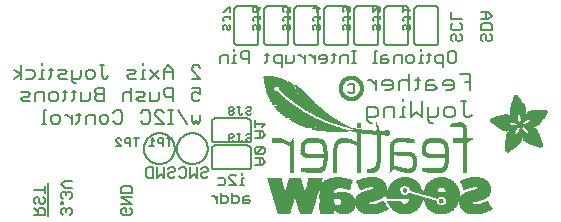
<source format=gbr>
G04 EAGLE Gerber RS-274X export*
G75*
%MOMM*%
%FSLAX34Y34*%
%LPD*%
%INSilkscreen Bottom*%
%IPPOS*%
%AMOC8*
5,1,8,0,0,1.08239X$1,22.5*%
G01*
%ADD10C,0.127000*%
%ADD11C,0.177800*%
%ADD12C,0.152400*%
%ADD13C,0.203200*%
%ADD14C,0.304800*%
%ADD15R,0.182878X0.020319*%
%ADD16R,0.792478X0.020322*%
%ADD17R,0.447041X0.020322*%
%ADD18R,0.792481X0.020322*%
%ADD19R,0.325122X0.020319*%
%ADD20R,1.097278X0.020319*%
%ADD21R,0.629919X0.020319*%
%ADD22R,0.020319X0.020319*%
%ADD23R,0.568963X0.020319*%
%ADD24R,0.325119X0.020319*%
%ADD25R,1.097281X0.020319*%
%ADD26R,0.325122X0.020322*%
%ADD27R,1.300478X0.020322*%
%ADD28R,0.751841X0.020322*%
%ADD29R,0.040641X0.020322*%
%ADD30R,0.670563X0.020322*%
%ADD31R,0.325119X0.020322*%
%ADD32R,1.300481X0.020322*%
%ADD33R,1.442719X0.020319*%
%ADD34R,0.873759X0.020319*%
%ADD35R,0.060959X0.020319*%
%ADD36R,0.731522X0.020319*%
%ADD37R,1.442722X0.020319*%
%ADD38R,1.605278X0.020319*%
%ADD39R,0.975359X0.020319*%
%ADD40R,0.081278X0.020319*%
%ADD41R,0.772163X0.020319*%
%ADD42R,1.584963X0.020319*%
%ADD43R,1.706881X0.020322*%
%ADD44R,1.056641X0.020322*%
%ADD45R,0.101600X0.020322*%
%ADD46R,1.706878X0.020322*%
%ADD47R,1.828800X0.020319*%
%ADD48R,1.158241X0.020319*%
%ADD49R,0.121919X0.020319*%
%ADD50R,0.833122X0.020319*%
%ADD51R,1.889759X0.020322*%
%ADD52R,1.239519X0.020322*%
%ADD53R,0.121919X0.020322*%
%ADD54R,0.853441X0.020322*%
%ADD55R,1.889763X0.020322*%
%ADD56R,1.910078X0.020319*%
%ADD57R,1.300481X0.020319*%
%ADD58R,0.142241X0.020319*%
%ADD59R,0.873762X0.020319*%
%ADD60R,1.910081X0.020319*%
%ADD61R,1.930400X0.020319*%
%ADD62R,1.381759X0.020319*%
%ADD63R,0.162559X0.020319*%
%ADD64R,0.894081X0.020319*%
%ADD65R,1.950719X0.020322*%
%ADD66R,1.463041X0.020322*%
%ADD67R,0.182878X0.020322*%
%ADD68R,0.914400X0.020322*%
%ADD69R,1.950722X0.020322*%
%ADD70R,1.971041X0.020319*%
%ADD71R,1.524000X0.020319*%
%ADD72R,0.203200X0.020319*%
%ADD73R,0.934722X0.020319*%
%ADD74R,1.991359X0.020322*%
%ADD75R,1.584959X0.020322*%
%ADD76R,0.223519X0.020322*%
%ADD77R,0.934719X0.020322*%
%ADD78R,1.991363X0.020322*%
%ADD79R,2.011678X0.020319*%
%ADD80R,1.625600X0.020319*%
%ADD81R,0.243841X0.020319*%
%ADD82R,0.853441X0.020319*%
%ADD83R,2.011681X0.020319*%
%ADD84R,2.032000X0.020319*%
%ADD85R,1.706881X0.020319*%
%ADD86R,0.264159X0.020319*%
%ADD87R,0.751841X0.020319*%
%ADD88R,2.032000X0.020322*%
%ADD89R,0.568959X0.020322*%
%ADD90R,1.036322X0.020322*%
%ADD91R,0.284478X0.020322*%
%ADD92R,0.690881X0.020322*%
%ADD93R,0.548641X0.020319*%
%ADD94R,0.528319X0.020319*%
%ADD95R,0.487678X0.020319*%
%ADD96R,0.914400X0.020319*%
%ADD97R,0.284478X0.020319*%
%ADD98R,0.589281X0.020319*%
%ADD99R,0.528322X0.020319*%
%ADD100R,0.487678X0.020322*%
%ADD101R,1.158241X0.020322*%
%ADD102R,0.528319X0.020322*%
%ADD103R,0.487681X0.020322*%
%ADD104R,0.284481X0.020322*%
%ADD105R,0.467363X0.020319*%
%ADD106R,0.101600X0.020319*%
%ADD107R,0.426722X0.020319*%
%ADD108R,1.056641X0.020319*%
%ADD109R,0.467359X0.020319*%
%ADD110R,0.406400X0.020319*%
%ADD111R,0.447041X0.020319*%
%ADD112R,0.426719X0.020319*%
%ADD113R,0.406400X0.020322*%
%ADD114R,0.386081X0.020322*%
%ADD115R,0.894078X0.020322*%
%ADD116R,0.386081X0.020319*%
%ADD117R,0.365759X0.020319*%
%ADD118R,0.812800X0.020319*%
%ADD119R,0.386078X0.020322*%
%ADD120R,0.365759X0.020322*%
%ADD121R,0.670559X0.020319*%
%ADD122R,0.345438X0.020319*%
%ADD123R,0.609600X0.020319*%
%ADD124R,0.345438X0.020322*%
%ADD125R,0.548641X0.020322*%
%ADD126R,0.365762X0.020322*%
%ADD127R,0.345441X0.020319*%
%ADD128R,0.345441X0.020322*%
%ADD129R,0.426719X0.020322*%
%ADD130R,0.304800X0.020319*%
%ADD131R,0.304800X0.020322*%
%ADD132R,1.727200X0.020322*%
%ADD133R,1.849122X0.020319*%
%ADD134R,1.849119X0.020319*%
%ADD135R,1.971041X0.020322*%
%ADD136R,1.971037X0.020322*%
%ADD137R,2.052322X0.020322*%
%ADD138R,0.467363X0.020322*%
%ADD139R,2.052319X0.020322*%
%ADD140R,2.092959X0.020319*%
%ADD141R,2.113281X0.020319*%
%ADD142R,0.589278X0.020319*%
%ADD143R,2.113278X0.020319*%
%ADD144R,2.133600X0.020322*%
%ADD145R,2.153922X0.020319*%
%ADD146R,1.198881X0.020319*%
%ADD147R,2.153919X0.020319*%
%ADD148R,2.174241X0.020322*%
%ADD149R,1.503678X0.020322*%
%ADD150R,2.174238X0.020322*%
%ADD151R,2.194559X0.020319*%
%ADD152R,2.214881X0.020322*%
%ADD153R,2.072641X0.020322*%
%ADD154R,2.214878X0.020322*%
%ADD155R,2.214881X0.020319*%
%ADD156R,2.052319X0.020319*%
%ADD157R,2.214878X0.020319*%
%ADD158R,2.235200X0.020322*%
%ADD159R,0.508000X0.020319*%
%ADD160R,0.426722X0.020322*%
%ADD161R,1.869441X0.020322*%
%ADD162R,1.808478X0.020319*%
%ADD163R,1.747519X0.020319*%
%ADD164R,1.625600X0.020322*%
%ADD165R,0.487681X0.020319*%
%ADD166R,0.467359X0.020322*%
%ADD167R,0.365762X0.020319*%
%ADD168R,0.629919X0.020322*%
%ADD169R,0.386078X0.020319*%
%ADD170R,0.711200X0.020319*%
%ADD171R,0.670559X0.020322*%
%ADD172R,0.772159X0.020322*%
%ADD173R,0.731519X0.020319*%
%ADD174R,0.447038X0.020322*%
%ADD175R,0.873759X0.020322*%
%ADD176R,0.955041X0.020319*%
%ADD177R,0.568959X0.020319*%
%ADD178R,0.548638X0.020319*%
%ADD179R,1.178559X0.020322*%
%ADD180R,0.650241X0.020322*%
%ADD181R,0.995678X0.020322*%
%ADD182R,0.508000X0.020322*%
%ADD183R,1.219200X0.020319*%
%ADD184R,1.402081X0.020319*%
%ADD185R,1.910078X0.020322*%
%ADD186R,1.910081X0.020322*%
%ADD187R,0.243841X0.020322*%
%ADD188R,1.361441X0.020322*%
%ADD189R,1.280159X0.020319*%
%ADD190R,1.869441X0.020319*%
%ADD191R,1.645922X0.020319*%
%ADD192R,0.223519X0.020319*%
%ADD193R,1.341122X0.020319*%
%ADD194R,1.320800X0.020319*%
%ADD195R,1.584959X0.020319*%
%ADD196R,1.341119X0.020322*%
%ADD197R,1.808478X0.020322*%
%ADD198R,1.524000X0.020322*%
%ADD199R,1.808481X0.020322*%
%ADD200R,0.203200X0.020322*%
%ADD201R,1.259841X0.020322*%
%ADD202R,1.767841X0.020319*%
%ADD203R,1.483359X0.020319*%
%ADD204R,1.767838X0.020319*%
%ADD205R,0.182881X0.020319*%
%ADD206R,1.402081X0.020322*%
%ADD207R,1.849119X0.020322*%
%ADD208R,1.422400X0.020322*%
%ADD209R,0.162559X0.020322*%
%ADD210R,1.178562X0.020322*%
%ADD211R,1.686559X0.020319*%
%ADD212R,1.361441X0.020319*%
%ADD213R,1.686563X0.020319*%
%ADD214R,1.137922X0.020319*%
%ADD215R,1.300478X0.020319*%
%ADD216R,1.605281X0.020319*%
%ADD217R,1.503681X0.020322*%
%ADD218R,1.564641X0.020322*%
%ADD219R,1.788159X0.020322*%
%ADD220R,1.219200X0.020322*%
%ADD221R,1.564638X0.020322*%
%ADD222R,1.544319X0.020319*%
%ADD223R,1.137919X0.020319*%
%ADD224R,1.483363X0.020319*%
%ADD225R,0.081281X0.020319*%
%ADD226R,1.016000X0.020319*%
%ADD227R,1.402078X0.020322*%
%ADD228R,1.666241X0.020322*%
%ADD229R,1.381759X0.020322*%
%ADD230R,0.081281X0.020322*%
%ADD231R,0.955041X0.020322*%
%ADD232R,1.564638X0.020319*%
%ADD233R,1.645919X0.020319*%
%ADD234R,1.178559X0.020319*%
%ADD235R,0.040641X0.020319*%
%ADD236R,0.975359X0.020322*%
%ADD237R,1.239522X0.020322*%
%ADD238R,0.020319X0.020322*%
%ADD239R,0.772163X0.020322*%
%ADD240R,0.670563X0.020319*%
%ADD241R,1.036322X0.020319*%
%ADD242R,0.182881X0.020322*%
%ADD243R,1.117600X0.020319*%
%ADD244R,2.336800X0.020319*%
%ADD245R,2.479038X0.020322*%
%ADD246R,2.824478X0.020319*%
%ADD247R,2.824478X0.020322*%
%ADD248R,2.824481X0.020319*%
%ADD249R,2.946400X0.020319*%
%ADD250R,3.048000X0.020322*%
%ADD251R,0.264159X0.020322*%
%ADD252R,3.149600X0.020319*%
%ADD253R,2.438400X0.020322*%
%ADD254R,0.284481X0.020319*%
%ADD255R,3.962400X0.020319*%
%ADD256R,1.564641X0.020319*%
%ADD257R,1.950719X0.020319*%
%ADD258R,0.264163X0.020322*%
%ADD259R,1.076959X0.020322*%
%ADD260R,0.589281X0.020322*%
%ADD261R,0.264163X0.020319*%
%ADD262R,0.792478X0.020319*%
%ADD263R,1.666241X0.020319*%
%ADD264R,0.833119X0.020319*%
%ADD265R,1.544322X0.020322*%
%ADD266R,1.036319X0.020322*%
%ADD267R,1.239519X0.020319*%
%ADD268R,1.259838X0.020319*%
%ADD269R,1.422400X0.020319*%
%ADD270R,0.223522X0.020322*%
%ADD271R,2.722881X0.020322*%
%ADD272R,0.223522X0.020319*%
%ADD273R,2.702559X0.020319*%
%ADD274R,2.580641X0.020322*%
%ADD275R,2.438400X0.020319*%
%ADD276R,2.275841X0.020319*%
%ADD277R,0.142241X0.020322*%
%ADD278R,2.153922X0.020322*%
%ADD279R,0.142238X0.020322*%
%ADD280R,0.162562X0.020319*%
%ADD281R,0.792481X0.020319*%
%ADD282R,1.544319X0.020322*%
%ADD283R,0.975363X0.020322*%
%ADD284R,1.341122X0.020322*%
%ADD285R,1.280159X0.020322*%
%ADD286R,0.121922X0.020319*%
%ADD287R,1.239522X0.020319*%
%ADD288R,1.361438X0.020319*%
%ADD289R,0.121922X0.020322*%
%ADD290R,2.397759X0.020322*%
%ADD291R,2.255519X0.020319*%
%ADD292R,1.991359X0.020319*%
%ADD293R,2.600959X0.020319*%
%ADD294R,1.198878X0.020322*%
%ADD295R,0.060963X0.020319*%
%ADD296R,1.158238X0.020322*%
%ADD297R,0.060963X0.020322*%
%ADD298R,0.589278X0.020322*%
%ADD299R,2.580641X0.020319*%
%ADD300R,0.650241X0.020319*%
%ADD301R,2.560322X0.020319*%
%ADD302R,2.560322X0.020322*%
%ADD303R,0.020322X0.020319*%
%ADD304R,0.690881X0.020319*%
%ADD305R,2.540000X0.020319*%
%ADD306R,0.020322X0.020322*%
%ADD307R,0.731519X0.020322*%
%ADD308R,2.540000X0.020322*%
%ADD309R,0.751838X0.020319*%
%ADD310R,2.519681X0.020319*%
%ADD311R,2.499359X0.020322*%
%ADD312R,2.479041X0.020319*%
%ADD313R,0.812800X0.020322*%
%ADD314R,2.479041X0.020322*%
%ADD315R,0.853438X0.020319*%
%ADD316R,2.458719X0.020319*%
%ADD317R,0.873762X0.020322*%
%ADD318R,2.458719X0.020322*%
%ADD319R,0.894078X0.020319*%
%ADD320R,0.934719X0.020319*%
%ADD321R,2.397763X0.020319*%
%ADD322R,2.397759X0.020319*%
%ADD323R,1.016000X0.020322*%
%ADD324R,2.377441X0.020322*%
%ADD325R,1.036319X0.020319*%
%ADD326R,2.072641X0.020319*%
%ADD327R,1.930400X0.020322*%
%ADD328R,1.808481X0.020319*%
%ADD329R,1.686559X0.020322*%
%ADD330R,1.137919X0.020322*%
%ADD331R,1.076959X0.020319*%
%ADD332R,1.056638X0.020319*%
%ADD333R,1.198878X0.020319*%
%ADD334R,1.137922X0.020322*%
%ADD335R,2.255522X0.020322*%
%ADD336R,1.158238X0.020319*%
%ADD337R,2.235200X0.020319*%
%ADD338R,1.076963X0.020322*%
%ADD339R,2.194559X0.020322*%
%ADD340R,2.174238X0.020319*%
%ADD341R,0.060959X0.020322*%
%ADD342R,1.280163X0.020319*%
%ADD343R,1.320800X0.020322*%
%ADD344R,2.113278X0.020322*%
%ADD345R,2.092963X0.020319*%
%ADD346R,1.361438X0.020322*%
%ADD347R,1.402078X0.020319*%
%ADD348R,2.072637X0.020319*%
%ADD349R,2.052322X0.020319*%
%ADD350R,1.442719X0.020322*%
%ADD351R,2.011681X0.020322*%
%ADD352R,1.463041X0.020319*%
%ADD353R,1.483359X0.020322*%
%ADD354R,1.463037X0.020319*%
%ADD355R,1.503678X0.020319*%
%ADD356R,1.117600X0.020322*%
%ADD357R,1.889759X0.020319*%
%ADD358R,1.869438X0.020319*%
%ADD359R,1.849122X0.020322*%
%ADD360R,1.280163X0.020322*%
%ADD361R,1.788159X0.020319*%
%ADD362R,1.767841X0.020322*%
%ADD363R,0.142238X0.020319*%
%ADD364R,1.463037X0.020322*%
%ADD365R,0.995681X0.020319*%
%ADD366R,0.081278X0.020322*%
%ADD367R,1.503681X0.020319*%
%ADD368R,1.544322X0.020319*%
%ADD369R,1.645919X0.020322*%
%ADD370R,1.605281X0.020322*%
%ADD371R,1.727200X0.020319*%
%ADD372R,0.162562X0.020322*%
%ADD373R,1.584963X0.020322*%
%ADD374R,1.605278X0.020322*%
%ADD375R,1.381763X0.020319*%
%ADD376R,1.666238X0.020319*%
%ADD377R,1.341119X0.020319*%
%ADD378R,1.828800X0.020322*%
%ADD379R,1.198881X0.020322*%
%ADD380R,1.056638X0.020322*%
%ADD381R,0.772159X0.020319*%
%ADD382R,1.097281X0.020322*%
%ADD383R,1.076963X0.020319*%
%ADD384R,1.259841X0.020319*%
%ADD385R,0.609600X0.020322*%
%ADD386R,0.731522X0.020322*%
%ADD387R,0.711200X0.020322*%
%ADD388R,0.690878X0.020319*%
%ADD389R,0.690878X0.020322*%
%ADD390R,0.243838X0.020319*%
%ADD391R,0.934722X0.020322*%
%ADD392R,2.133600X0.020319*%
%ADD393R,2.113281X0.020322*%
%ADD394R,2.072637X0.020322*%
%ADD395R,2.011678X0.020322*%
%ADD396R,1.950722X0.020319*%
%ADD397R,1.706878X0.020319*%
%ADD398R,1.483363X0.020322*%
%ADD399R,0.528322X0.020322*%
%ADD400R,0.068600X0.007600*%
%ADD401R,0.114300X0.007600*%
%ADD402R,0.152400X0.007700*%
%ADD403R,0.182900X0.007600*%
%ADD404R,0.205700X0.007600*%
%ADD405R,0.228600X0.007600*%
%ADD406R,0.259100X0.007600*%
%ADD407R,0.274300X0.007700*%
%ADD408R,0.289500X0.007600*%
%ADD409R,0.304800X0.007600*%
%ADD410R,0.320100X0.007600*%
%ADD411R,0.342900X0.007600*%
%ADD412R,0.350500X0.007700*%
%ADD413R,0.365800X0.007600*%
%ADD414R,0.381000X0.007600*%
%ADD415R,0.388600X0.007600*%
%ADD416R,0.403800X0.007600*%
%ADD417R,0.419100X0.007700*%
%ADD418R,0.426700X0.007600*%
%ADD419R,0.441900X0.007600*%
%ADD420R,0.449600X0.007600*%
%ADD421R,0.464800X0.007600*%
%ADD422R,0.480000X0.007700*%
%ADD423R,0.487600X0.007600*%
%ADD424R,0.495300X0.007600*%
%ADD425R,0.510500X0.007600*%
%ADD426R,0.518100X0.007600*%
%ADD427R,0.525700X0.007700*%
%ADD428R,0.541000X0.007600*%
%ADD429R,0.548600X0.007600*%
%ADD430R,0.563800X0.007600*%
%ADD431R,0.571500X0.007600*%
%ADD432R,0.579100X0.007700*%
%ADD433R,0.594300X0.007600*%
%ADD434R,0.601900X0.007600*%
%ADD435R,0.609600X0.007600*%
%ADD436R,0.624800X0.007600*%
%ADD437R,0.632400X0.007700*%
%ADD438R,0.640000X0.007600*%
%ADD439R,0.655300X0.007600*%
%ADD440R,0.662900X0.007600*%
%ADD441R,0.678100X0.007600*%
%ADD442R,0.685800X0.007700*%
%ADD443R,0.693400X0.007600*%
%ADD444R,0.708600X0.007600*%
%ADD445R,0.716200X0.007600*%
%ADD446R,0.723900X0.007600*%
%ADD447R,0.739100X0.007700*%
%ADD448R,0.746700X0.007600*%
%ADD449R,0.754300X0.007600*%
%ADD450R,0.769600X0.007600*%
%ADD451R,0.777200X0.007600*%
%ADD452R,0.792400X0.007700*%
%ADD453R,0.800100X0.007600*%
%ADD454R,0.807700X0.007600*%
%ADD455R,0.822900X0.007600*%
%ADD456R,0.830500X0.007600*%
%ADD457R,0.838200X0.007700*%
%ADD458R,0.091500X0.007600*%
%ADD459R,0.853400X0.007600*%
%ADD460R,0.144700X0.007600*%
%ADD461R,0.861000X0.007600*%
%ADD462R,0.190500X0.007600*%
%ADD463R,0.876300X0.007600*%
%ADD464R,0.221000X0.007600*%
%ADD465R,0.883900X0.007600*%
%ADD466R,0.259000X0.007700*%
%ADD467R,0.891500X0.007700*%
%ADD468R,0.289600X0.007600*%
%ADD469R,0.906700X0.007600*%
%ADD470R,0.914400X0.007600*%
%ADD471R,0.350500X0.007600*%
%ADD472R,0.922000X0.007600*%
%ADD473R,0.937200X0.007600*%
%ADD474R,0.411400X0.007700*%
%ADD475R,0.944800X0.007700*%
%ADD476R,0.434300X0.007600*%
%ADD477R,0.952500X0.007600*%
%ADD478R,0.464900X0.007600*%
%ADD479R,0.967700X0.007600*%
%ADD480R,0.975300X0.007600*%
%ADD481R,0.518200X0.007600*%
%ADD482R,0.990600X0.007600*%
%ADD483R,0.548600X0.007700*%
%ADD484R,0.998200X0.007700*%
%ADD485R,1.005800X0.007600*%
%ADD486R,0.594400X0.007600*%
%ADD487R,1.021000X0.007600*%
%ADD488R,0.617200X0.007600*%
%ADD489R,1.028700X0.007600*%
%ADD490R,0.647700X0.007600*%
%ADD491R,1.036300X0.007600*%
%ADD492R,0.670500X0.007700*%
%ADD493R,1.051500X0.007700*%
%ADD494R,1.059100X0.007600*%
%ADD495R,0.716300X0.007600*%
%ADD496R,1.066800X0.007600*%
%ADD497R,0.739100X0.007600*%
%ADD498R,1.074400X0.007600*%
%ADD499R,0.762000X0.007600*%
%ADD500R,1.089600X0.007600*%
%ADD501R,0.784800X0.007700*%
%ADD502R,1.097200X0.007700*%
%ADD503R,1.104900X0.007600*%
%ADD504R,0.830600X0.007600*%
%ADD505R,1.112500X0.007600*%
%ADD506R,0.845800X0.007600*%
%ADD507R,1.120100X0.007600*%
%ADD508R,0.868700X0.007600*%
%ADD509R,1.127700X0.007600*%
%ADD510R,1.135300X0.007700*%
%ADD511R,1.143000X0.007600*%
%ADD512R,0.944900X0.007600*%
%ADD513R,1.150600X0.007600*%
%ADD514R,0.960100X0.007600*%
%ADD515R,1.158200X0.007600*%
%ADD516R,0.983000X0.007600*%
%ADD517R,1.165800X0.007600*%
%ADD518R,1.005900X0.007700*%
%ADD519R,1.173400X0.007700*%
%ADD520R,1.021100X0.007600*%
%ADD521R,1.181100X0.007600*%
%ADD522R,1.044000X0.007600*%
%ADD523R,1.188700X0.007600*%
%ADD524R,1.196300X0.007600*%
%ADD525R,1.082000X0.007600*%
%ADD526R,1.203900X0.007600*%
%ADD527R,1.104900X0.007700*%
%ADD528R,1.211500X0.007700*%
%ADD529R,1.211500X0.007600*%
%ADD530R,1.219200X0.007600*%
%ADD531R,1.226800X0.007600*%
%ADD532R,1.234400X0.007600*%
%ADD533R,1.188700X0.007700*%
%ADD534R,1.242000X0.007700*%
%ADD535R,1.242000X0.007600*%
%ADD536R,1.211600X0.007600*%
%ADD537R,1.249600X0.007600*%
%ADD538R,1.257300X0.007600*%
%ADD539R,1.264900X0.007600*%
%ADD540R,1.242100X0.007700*%
%ADD541R,1.264900X0.007700*%
%ADD542R,1.272500X0.007600*%
%ADD543R,1.265000X0.007600*%
%ADD544R,1.280100X0.007600*%
%ADD545R,1.272600X0.007600*%
%ADD546R,1.287700X0.007600*%
%ADD547R,1.287800X0.007600*%
%ADD548R,1.295400X0.007700*%
%ADD549R,1.303000X0.007600*%
%ADD550R,1.318200X0.007600*%
%ADD551R,1.310600X0.007600*%
%ADD552R,1.325900X0.007600*%
%ADD553R,1.341100X0.007700*%
%ADD554R,1.318200X0.007700*%
%ADD555R,1.341100X0.007600*%
%ADD556R,1.325800X0.007600*%
%ADD557R,1.348700X0.007600*%
%ADD558R,1.364000X0.007600*%
%ADD559R,1.333500X0.007600*%
%ADD560R,1.371600X0.007700*%
%ADD561R,1.379200X0.007600*%
%ADD562R,1.379300X0.007600*%
%ADD563R,1.386900X0.007600*%
%ADD564R,1.394500X0.007600*%
%ADD565R,1.356300X0.007600*%
%ADD566R,1.394400X0.007700*%
%ADD567R,1.356300X0.007700*%
%ADD568R,1.402000X0.007600*%
%ADD569R,1.409700X0.007600*%
%ADD570R,1.363900X0.007600*%
%ADD571R,1.417300X0.007600*%
%ADD572R,1.371600X0.007600*%
%ADD573R,1.424900X0.007700*%
%ADD574R,1.424900X0.007600*%
%ADD575R,1.432600X0.007600*%
%ADD576R,1.440200X0.007600*%
%ADD577R,1.386800X0.007600*%
%ADD578R,1.447800X0.007700*%
%ADD579R,1.386800X0.007700*%
%ADD580R,1.447800X0.007600*%
%ADD581R,1.455500X0.007600*%
%ADD582R,1.394400X0.007600*%
%ADD583R,1.463100X0.007600*%
%ADD584R,1.455400X0.007700*%
%ADD585R,1.463000X0.007600*%
%ADD586R,1.470600X0.007600*%
%ADD587R,1.470600X0.007700*%
%ADD588R,1.409700X0.007700*%
%ADD589R,1.470700X0.007600*%
%ADD590R,1.402100X0.007600*%
%ADD591R,1.478300X0.007600*%
%ADD592R,1.478300X0.007700*%
%ADD593R,1.402100X0.007700*%
%ADD594R,1.485900X0.007600*%
%ADD595R,1.485900X0.007700*%
%ADD596R,1.493500X0.007700*%
%ADD597R,1.493500X0.007600*%
%ADD598R,1.394500X0.007700*%
%ADD599R,1.493600X0.007700*%
%ADD600R,1.386900X0.007700*%
%ADD601R,1.379200X0.007700*%
%ADD602R,2.857500X0.007700*%
%ADD603R,2.857500X0.007600*%
%ADD604R,2.849900X0.007600*%
%ADD605R,2.842300X0.007600*%
%ADD606R,2.834700X0.007700*%
%ADD607R,2.827000X0.007600*%
%ADD608R,2.819400X0.007600*%
%ADD609R,2.811800X0.007600*%
%ADD610R,2.811800X0.007700*%
%ADD611R,2.804100X0.007600*%
%ADD612R,2.796500X0.007600*%
%ADD613R,1.966000X0.007600*%
%ADD614R,1.943100X0.007600*%
%ADD615R,0.754400X0.007600*%
%ADD616R,1.927900X0.007700*%
%ADD617R,0.746700X0.007700*%
%ADD618R,1.912600X0.007600*%
%ADD619R,0.731500X0.007600*%
%ADD620R,1.905000X0.007600*%
%ADD621R,1.882200X0.007600*%
%ADD622R,1.874600X0.007600*%
%ADD623R,1.866900X0.007700*%
%ADD624R,0.708700X0.007700*%
%ADD625R,1.851600X0.007600*%
%ADD626R,0.701100X0.007600*%
%ADD627R,1.844000X0.007600*%
%ADD628R,1.836400X0.007600*%
%ADD629R,1.821200X0.007600*%
%ADD630R,0.685800X0.007600*%
%ADD631R,1.813500X0.007700*%
%ADD632R,1.805900X0.007600*%
%ADD633R,0.678200X0.007600*%
%ADD634R,1.790700X0.007600*%
%ADD635R,0.670600X0.007600*%
%ADD636R,1.775500X0.007600*%
%ADD637R,1.767900X0.007700*%
%ADD638R,0.663000X0.007700*%
%ADD639R,1.760200X0.007600*%
%ADD640R,1.752600X0.007600*%
%ADD641R,0.937300X0.007600*%
%ADD642R,0.792500X0.007600*%
%ADD643R,0.899100X0.007600*%
%ADD644R,0.883900X0.007700*%
%ADD645R,0.716300X0.007700*%
%ADD646R,0.647700X0.007700*%
%ADD647R,0.640100X0.007600*%
%ADD648R,0.632500X0.007600*%
%ADD649R,0.655400X0.007600*%
%ADD650R,0.632400X0.007600*%
%ADD651R,0.845800X0.007700*%
%ADD652R,0.617200X0.007700*%
%ADD653R,0.624800X0.007700*%
%ADD654R,0.602000X0.007600*%
%ADD655R,0.838200X0.007600*%
%ADD656R,0.586700X0.007600*%
%ADD657R,0.548700X0.007600*%
%ADD658R,0.830500X0.007700*%
%ADD659R,0.541000X0.007700*%
%ADD660R,0.594300X0.007700*%
%ADD661R,0.525800X0.007600*%
%ADD662R,0.586800X0.007600*%
%ADD663R,0.815300X0.007600*%
%ADD664R,0.579200X0.007600*%
%ADD665R,0.815400X0.007600*%
%ADD666R,0.815400X0.007700*%
%ADD667R,0.571500X0.007700*%
%ADD668R,0.807800X0.007600*%
%ADD669R,0.563900X0.007600*%
%ADD670R,0.457200X0.007600*%
%ADD671R,0.442000X0.007600*%
%ADD672R,0.556300X0.007600*%
%ADD673R,0.807700X0.007700*%
%ADD674R,0.411500X0.007600*%
%ADD675R,0.533400X0.007600*%
%ADD676R,0.076200X0.007600*%
%ADD677R,0.403900X0.007600*%
%ADD678R,0.525700X0.007600*%
%ADD679R,0.388700X0.007600*%
%ADD680R,0.297200X0.007600*%
%ADD681R,0.373400X0.007700*%
%ADD682R,0.503000X0.007700*%
%ADD683R,0.426800X0.007700*%
%ADD684R,0.358100X0.007600*%
%ADD685R,0.502900X0.007600*%
%ADD686R,0.472400X0.007600*%
%ADD687R,0.487700X0.007600*%
%ADD688R,0.335300X0.007600*%
%ADD689R,0.792500X0.007700*%
%ADD690R,0.327600X0.007700*%
%ADD691R,0.472400X0.007700*%
%ADD692R,0.640000X0.007700*%
%ADD693R,0.784800X0.007600*%
%ADD694R,0.320000X0.007600*%
%ADD695R,0.792400X0.007600*%
%ADD696R,1.173400X0.007600*%
%ADD697R,1.196400X0.007600*%
%ADD698R,0.784900X0.007600*%
%ADD699R,0.784900X0.007700*%
%ADD700R,0.297200X0.007700*%
%ADD701R,1.249700X0.007600*%
%ADD702R,0.281900X0.007600*%
%ADD703R,1.295400X0.007600*%
%ADD704R,0.266700X0.007600*%
%ADD705R,0.777300X0.007700*%
%ADD706R,0.266700X0.007700*%
%ADD707R,1.333500X0.007700*%
%ADD708R,0.777300X0.007600*%
%ADD709R,1.348800X0.007600*%
%ADD710R,0.251500X0.007600*%
%ADD711R,0.243900X0.007700*%
%ADD712R,0.243900X0.007600*%
%ADD713R,1.440100X0.007600*%
%ADD714R,0.236200X0.007600*%
%ADD715R,0.762000X0.007700*%
%ADD716R,0.236200X0.007700*%
%ADD717R,1.508700X0.007700*%
%ADD718R,1.531600X0.007600*%
%ADD719R,1.546900X0.007600*%
%ADD720R,1.569700X0.007600*%
%ADD721R,1.585000X0.007600*%
%ADD722R,0.746800X0.007700*%
%ADD723R,1.607800X0.007700*%
%ADD724R,0.243800X0.007600*%
%ADD725R,1.630700X0.007600*%
%ADD726R,1.653500X0.007600*%
%ADD727R,0.739200X0.007600*%
%ADD728R,1.684000X0.007600*%
%ADD729R,2.019300X0.007600*%
%ADD730R,0.731500X0.007700*%
%ADD731R,2.026900X0.007700*%
%ADD732R,2.049800X0.007600*%
%ADD733R,2.057400X0.007600*%
%ADD734R,0.708700X0.007600*%
%ADD735R,2.072600X0.007600*%
%ADD736R,0.701000X0.007600*%
%ADD737R,2.095500X0.007600*%
%ADD738R,0.693500X0.007700*%
%ADD739R,2.110800X0.007700*%
%ADD740R,2.141200X0.007600*%
%ADD741R,0.060900X0.007600*%
%ADD742R,2.872700X0.007600*%
%ADD743R,3.124200X0.007600*%
%ADD744R,3.177600X0.007600*%
%ADD745R,3.215600X0.007700*%
%ADD746R,3.253700X0.007600*%
%ADD747R,3.284300X0.007600*%
%ADD748R,3.314700X0.007600*%
%ADD749R,3.352800X0.007600*%
%ADD750R,3.375600X0.007700*%
%ADD751R,3.406200X0.007600*%
%ADD752R,3.429000X0.007600*%
%ADD753R,3.451800X0.007600*%
%ADD754R,3.482400X0.007600*%
%ADD755R,1.828800X0.007700*%
%ADD756R,1.539300X0.007700*%
%ADD757R,1.767900X0.007600*%
%ADD758R,1.767800X0.007600*%
%ADD759R,1.760200X0.007700*%
%ADD760R,1.760300X0.007600*%
%ADD761R,1.775400X0.007700*%
%ADD762R,1.379300X0.007700*%
%ADD763R,1.783000X0.007600*%
%ADD764R,1.813500X0.007600*%
%ADD765R,1.821100X0.007700*%
%ADD766R,0.503000X0.007600*%
%ADD767R,1.135400X0.007600*%
%ADD768R,1.127700X0.007700*%
%ADD769R,0.487700X0.007700*%
%ADD770R,1.120200X0.007600*%
%ADD771R,1.097300X0.007600*%
%ADD772R,0.510600X0.007600*%
%ADD773R,1.074400X0.007700*%
%ADD774R,0.525800X0.007700*%
%ADD775R,1.440200X0.007700*%
%ADD776R,1.059200X0.007600*%
%ADD777R,1.051600X0.007600*%
%ADD778R,1.051500X0.007600*%
%ADD779R,1.043900X0.007700*%
%ADD780R,0.602000X0.007700*%
%ADD781R,1.524000X0.007600*%
%ADD782R,1.539300X0.007600*%
%ADD783R,1.592600X0.007600*%
%ADD784R,1.021100X0.007700*%
%ADD785R,1.615400X0.007700*%
%ADD786R,1.013400X0.007600*%
%ADD787R,1.653600X0.007600*%
%ADD788R,1.013500X0.007600*%
%ADD789R,1.699300X0.007600*%
%ADD790R,2.743200X0.007600*%
%ADD791R,1.005900X0.007600*%
%ADD792R,2.415500X0.007600*%
%ADD793R,1.005800X0.007700*%
%ADD794R,0.281900X0.007700*%
%ADD795R,2.408000X0.007700*%
%ADD796R,2.407900X0.007600*%
%ADD797R,0.998200X0.007600*%
%ADD798R,0.282000X0.007600*%
%ADD799R,0.998300X0.007600*%
%ADD800R,2.400300X0.007600*%
%ADD801R,0.289500X0.007700*%
%ADD802R,2.400300X0.007700*%
%ADD803R,0.297100X0.007600*%
%ADD804R,0.312400X0.007600*%
%ADD805R,2.392700X0.007600*%
%ADD806R,0.990600X0.007700*%
%ADD807R,0.327700X0.007700*%
%ADD808R,2.392700X0.007700*%
%ADD809R,2.385100X0.007600*%
%ADD810R,0.381000X0.007700*%
%ADD811R,2.377400X0.007700*%
%ADD812R,2.377400X0.007600*%
%ADD813R,2.369800X0.007600*%
%ADD814R,0.419100X0.007600*%
%ADD815R,2.362200X0.007600*%
%ADD816R,0.426800X0.007600*%
%ADD817R,1.036300X0.007700*%
%ADD818R,0.442000X0.007700*%
%ADD819R,2.354600X0.007700*%
%ADD820R,2.354600X0.007600*%
%ADD821R,0.480100X0.007600*%
%ADD822R,2.347000X0.007600*%
%ADD823R,1.074500X0.007600*%
%ADD824R,2.339400X0.007600*%
%ADD825R,1.082100X0.007700*%
%ADD826R,0.548700X0.007700*%
%ADD827R,2.331800X0.007700*%
%ADD828R,2.331800X0.007600*%
%ADD829R,0.624900X0.007600*%
%ADD830R,2.324100X0.007600*%
%ADD831R,1.859300X0.007600*%
%ADD832R,2.308800X0.007600*%
%ADD833R,2.301200X0.007700*%
%ADD834R,2.301200X0.007600*%
%ADD835R,2.293600X0.007600*%
%ADD836R,2.278400X0.007600*%
%ADD837R,1.889800X0.007600*%
%ADD838R,2.270700X0.007600*%
%ADD839R,1.897400X0.007700*%
%ADD840R,2.255500X0.007700*%
%ADD841R,1.897400X0.007600*%
%ADD842R,2.247900X0.007600*%
%ADD843R,2.232600X0.007600*%
%ADD844R,1.912700X0.007600*%
%ADD845R,2.209800X0.007600*%
%ADD846R,1.920300X0.007600*%
%ADD847R,2.186900X0.007600*%
%ADD848R,1.920300X0.007700*%
%ADD849R,2.171700X0.007700*%
%ADD850R,1.935500X0.007600*%
%ADD851R,2.148800X0.007600*%
%ADD852R,2.126000X0.007600*%
%ADD853R,1.950700X0.007600*%
%ADD854R,1.958400X0.007700*%
%ADD855R,2.042200X0.007700*%
%ADD856R,1.973600X0.007600*%
%ADD857R,1.996500X0.007600*%
%ADD858R,1.981200X0.007600*%
%ADD859R,1.988800X0.007600*%
%ADD860R,1.996400X0.007700*%
%ADD861R,1.996400X0.007600*%
%ADD862R,2.004100X0.007600*%
%ADD863R,1.874500X0.007600*%
%ADD864R,1.425000X0.007600*%
%ADD865R,2.026900X0.007600*%
%ADD866R,0.434400X0.007700*%
%ADD867R,1.364000X0.007700*%
%ADD868R,2.034500X0.007600*%
%ADD869R,0.434400X0.007600*%
%ADD870R,2.049700X0.007600*%
%ADD871R,2.065000X0.007700*%
%ADD872R,0.464800X0.007700*%
%ADD873R,1.196300X0.007700*%
%ADD874R,2.080300X0.007600*%
%ADD875R,1.158300X0.007600*%
%ADD876R,2.087900X0.007600*%
%ADD877R,0.472500X0.007600*%
%ADD878R,2.103100X0.007600*%
%ADD879R,2.118400X0.007600*%
%ADD880R,2.133600X0.007600*%
%ADD881R,2.148800X0.007700*%
%ADD882R,2.164000X0.007600*%
%ADD883R,2.171700X0.007600*%
%ADD884R,2.187000X0.007600*%
%ADD885R,0.556200X0.007600*%
%ADD886R,2.202200X0.007700*%
%ADD887R,0.556200X0.007700*%
%ADD888R,0.640100X0.007700*%
%ADD889R,0.579100X0.007600*%
%ADD890R,0.480000X0.007600*%
%ADD891R,1.752600X0.007700*%
%ADD892R,0.487600X0.007700*%
%ADD893R,0.594400X0.007700*%
%ADD894R,0.358100X0.007700*%
%ADD895R,0.099000X0.007600*%
%ADD896R,1.280200X0.007600*%
%ADD897R,1.745000X0.007600*%
%ADD898R,1.744900X0.007600*%
%ADD899R,1.737300X0.007700*%
%ADD900R,1.737400X0.007600*%
%ADD901R,1.729800X0.007600*%
%ADD902R,1.722200X0.007600*%
%ADD903R,1.722100X0.007600*%
%ADD904R,1.714500X0.007700*%
%ADD905R,1.356400X0.007700*%
%ADD906R,1.706900X0.007600*%
%ADD907R,1.356400X0.007600*%
%ADD908R,1.691700X0.007600*%
%ADD909R,1.668800X0.007700*%
%ADD910R,1.645900X0.007600*%
%ADD911R,1.623100X0.007600*%
%ADD912R,1.577400X0.007600*%
%ADD913R,1.554400X0.007600*%
%ADD914R,1.539200X0.007600*%
%ADD915R,1.524000X0.007700*%
%ADD916R,1.501100X0.007600*%
%ADD917R,1.455400X0.007600*%
%ADD918R,1.348800X0.007700*%
%ADD919R,1.318300X0.007600*%
%ADD920R,1.310600X0.007700*%
%ADD921R,1.287800X0.007700*%
%ADD922R,1.234500X0.007600*%
%ADD923R,1.226900X0.007600*%
%ADD924R,1.173500X0.007700*%
%ADD925R,1.173500X0.007600*%
%ADD926R,1.165900X0.007600*%
%ADD927R,1.143000X0.007700*%
%ADD928R,1.127800X0.007600*%
%ADD929R,1.097200X0.007600*%
%ADD930R,1.028700X0.007700*%
%ADD931R,0.982900X0.007600*%
%ADD932R,0.952500X0.007700*%
%ADD933R,0.929600X0.007600*%
%ADD934R,0.906800X0.007700*%
%ADD935R,0.906800X0.007600*%
%ADD936R,0.899200X0.007600*%
%ADD937R,0.884000X0.007600*%
%ADD938R,0.876300X0.007700*%
%ADD939R,0.830600X0.007700*%
%ADD940R,0.754400X0.007700*%
%ADD941R,0.746800X0.007600*%
%ADD942R,0.708600X0.007700*%
%ADD943R,0.678200X0.007700*%
%ADD944R,0.663000X0.007600*%
%ADD945R,0.632500X0.007700*%
%ADD946R,0.556300X0.007700*%
%ADD947R,0.518200X0.007700*%
%ADD948R,0.434300X0.007700*%
%ADD949R,0.396300X0.007700*%
%ADD950R,0.373300X0.007600*%
%ADD951R,0.365700X0.007600*%
%ADD952R,0.327700X0.007600*%
%ADD953R,0.304800X0.007700*%
%ADD954R,0.274300X0.007600*%
%ADD955R,0.243800X0.007700*%
%ADD956R,0.205800X0.007600*%
%ADD957R,0.152400X0.007600*%
%ADD958R,0.121900X0.007700*%
%ADD959R,0.508000X0.025400*%
%ADD960R,0.381000X0.025400*%
%ADD961R,0.355600X0.025400*%
%ADD962R,0.889000X0.025400*%
%ADD963R,0.685800X0.025400*%
%ADD964R,0.609600X0.025400*%
%ADD965R,1.143000X0.025400*%
%ADD966R,0.863600X0.025400*%
%ADD967R,1.168400X0.025400*%
%ADD968R,0.812800X0.025400*%
%ADD969R,1.041400X0.025400*%
%ADD970R,1.346200X0.025400*%
%ADD971R,1.016000X0.025400*%
%ADD972R,0.914400X0.025400*%
%ADD973R,1.219200X0.025400*%
%ADD974R,1.066800X0.025400*%
%ADD975R,1.498600X0.025400*%
%ADD976R,1.524000X0.025400*%
%ADD977R,1.651000X0.025400*%
%ADD978R,1.270000X0.025400*%
%ADD979R,1.295400X0.025400*%
%ADD980R,1.117600X0.025400*%
%ADD981R,1.092200X0.025400*%
%ADD982R,1.778000X0.025400*%
%ADD983R,1.397000X0.025400*%
%ADD984R,1.905000X0.025400*%
%ADD985R,1.879600X0.025400*%
%ADD986R,1.981200X0.025400*%
%ADD987R,1.574800X0.025400*%
%ADD988R,2.108200X0.025400*%
%ADD989R,1.676400X0.025400*%
%ADD990R,2.082800X0.025400*%
%ADD991R,1.422400X0.025400*%
%ADD992R,2.184400X0.025400*%
%ADD993R,1.727200X0.025400*%
%ADD994R,1.752600X0.025400*%
%ADD995R,2.260600X0.025400*%
%ADD996R,1.828800X0.025400*%
%ADD997R,1.803400X0.025400*%
%ADD998R,2.286000X0.025400*%
%ADD999R,1.549400X0.025400*%
%ADD1000R,2.336800X0.025400*%
%ADD1001R,1.193800X0.025400*%
%ADD1002R,2.413000X0.025400*%
%ADD1003R,1.955800X0.025400*%
%ADD1004R,1.625600X0.025400*%
%ADD1005R,2.463800X0.025400*%
%ADD1006R,2.006600X0.025400*%
%ADD1007R,2.489200X0.025400*%
%ADD1008R,2.895600X0.025400*%
%ADD1009R,2.540000X0.025400*%
%ADD1010R,2.057400X0.025400*%
%ADD1011R,2.565400X0.025400*%
%ADD1012R,2.921000X0.025400*%
%ADD1013R,1.244600X0.025400*%
%ADD1014R,2.590800X0.025400*%
%ADD1015R,2.133600X0.025400*%
%ADD1016R,2.641600X0.025400*%
%ADD1017R,2.616200X0.025400*%
%ADD1018R,2.946400X0.025400*%
%ADD1019R,2.235200X0.025400*%
%ADD1020R,2.209800X0.025400*%
%ADD1021R,2.971800X0.025400*%
%ADD1022R,1.320800X0.025400*%
%ADD1023R,2.311400X0.025400*%
%ADD1024R,2.362200X0.025400*%
%ADD1025R,2.997200X0.025400*%
%ADD1026R,1.371600X0.025400*%
%ADD1027R,2.438400X0.025400*%
%ADD1028R,3.022600X0.025400*%
%ADD1029R,2.514600X0.025400*%
%ADD1030R,1.447800X0.025400*%
%ADD1031R,2.667000X0.025400*%
%ADD1032R,1.473200X0.025400*%
%ADD1033R,2.692400X0.025400*%
%ADD1034R,2.717800X0.025400*%
%ADD1035R,0.990600X0.025400*%
%ADD1036R,2.743200X0.025400*%
%ADD1037R,0.965200X0.025400*%
%ADD1038R,0.838200X0.025400*%
%ADD1039R,2.768600X0.025400*%
%ADD1040R,0.711200X0.025400*%
%ADD1041R,0.635000X0.025400*%
%ADD1042R,0.533400X0.025400*%
%ADD1043R,0.050800X0.025400*%
%ADD1044R,0.457200X0.025400*%
%ADD1045R,0.203200X0.025400*%
%ADD1046R,0.431800X0.025400*%
%ADD1047R,1.600200X0.025400*%
%ADD1048R,0.254000X0.025400*%
%ADD1049R,0.304800X0.025400*%
%ADD1050R,2.387600X0.025400*%
%ADD1051R,0.228600X0.025400*%
%ADD1052R,0.330200X0.025400*%
%ADD1053R,0.152400X0.025400*%
%ADD1054R,0.177800X0.025400*%
%ADD1055R,0.127000X0.025400*%
%ADD1056R,0.101600X0.025400*%
%ADD1057R,1.701800X0.025400*%
%ADD1058R,2.870200X0.025400*%
%ADD1059R,3.048000X0.025400*%
%ADD1060R,0.736600X0.025400*%
%ADD1061R,3.124200X0.025400*%
%ADD1062R,0.660400X0.025400*%
%ADD1063R,3.175000X0.025400*%
%ADD1064R,0.584200X0.025400*%
%ADD1065R,2.032000X0.025400*%
%ADD1066R,3.276600X0.025400*%
%ADD1067R,0.482600X0.025400*%
%ADD1068R,3.606800X0.025400*%
%ADD1069R,3.327400X0.025400*%
%ADD1070R,0.406400X0.025400*%
%ADD1071R,3.073400X0.025400*%
%ADD1072R,3.632200X0.025400*%
%ADD1073R,3.403600X0.025400*%
%ADD1074R,0.076200X0.025400*%
%ADD1075R,2.159000X0.025400*%
%ADD1076R,3.657600X0.025400*%
%ADD1077R,3.708400X0.025400*%
%ADD1078R,3.733800X0.025400*%
%ADD1079R,2.819400X0.025400*%
%ADD1080R,2.844800X0.025400*%
%ADD1081R,3.759200X0.025400*%
%ADD1082R,2.794000X0.025400*%
%ADD1083R,3.784600X0.025400*%
%ADD1084R,3.810000X0.025400*%
%ADD1085R,3.098800X0.025400*%
%ADD1086R,3.860800X0.025400*%
%ADD1087R,3.911600X0.025400*%
%ADD1088R,3.937000X0.025400*%
%ADD1089R,3.200400X0.025400*%
%ADD1090R,0.025400X0.025400*%
%ADD1091R,3.962400X0.025400*%
%ADD1092R,3.149600X0.025400*%
%ADD1093R,1.930400X0.025400*%
%ADD1094R,0.279400X0.025400*%
%ADD1095R,1.854200X0.025400*%
%ADD1096R,0.558800X0.025400*%


D10*
X203046Y66470D02*
X204529Y67953D01*
X207495Y67953D01*
X208978Y66470D01*
X208978Y64987D01*
X207495Y63504D01*
X204529Y63504D01*
X203046Y62021D01*
X203046Y60538D01*
X204529Y59055D01*
X207495Y59055D01*
X208978Y60538D01*
X199623Y59055D02*
X199623Y67953D01*
X196657Y62021D02*
X199623Y59055D01*
X196657Y62021D02*
X193691Y59055D01*
X193691Y67953D01*
X185819Y67953D02*
X184336Y66470D01*
X185819Y67953D02*
X188785Y67953D01*
X190267Y66470D01*
X190267Y60538D01*
X188785Y59055D01*
X185819Y59055D01*
X184336Y60538D01*
X176589Y67953D02*
X175106Y66470D01*
X176589Y67953D02*
X179555Y67953D01*
X181038Y66470D01*
X181038Y64987D01*
X179555Y63504D01*
X176589Y63504D01*
X175106Y62021D01*
X175106Y60538D01*
X176589Y59055D01*
X179555Y59055D01*
X181038Y60538D01*
X171683Y59055D02*
X171683Y67953D01*
X168717Y62021D02*
X171683Y59055D01*
X168717Y62021D02*
X165751Y59055D01*
X165751Y67953D01*
X162327Y67953D02*
X162327Y59055D01*
X157879Y59055D01*
X156396Y60538D01*
X156396Y66470D01*
X157879Y67953D01*
X162327Y67953D01*
X248285Y69555D02*
X254217Y69555D01*
X257183Y72520D01*
X254217Y75486D01*
X248285Y75486D01*
X252734Y75486D02*
X252734Y69555D01*
X249768Y78910D02*
X255700Y78910D01*
X257183Y80393D01*
X257183Y83359D01*
X255700Y84842D01*
X249768Y84842D01*
X248285Y83359D01*
X248285Y80393D01*
X249768Y78910D01*
X255700Y84842D01*
X254217Y92415D02*
X248285Y92415D01*
X254217Y92415D02*
X257183Y95380D01*
X254217Y98346D01*
X248285Y98346D01*
X252734Y98346D02*
X252734Y92415D01*
X254217Y101770D02*
X257183Y104736D01*
X248285Y104736D01*
X248285Y101770D02*
X248285Y107702D01*
X413518Y166379D02*
X416908Y166379D01*
X418603Y164684D01*
X418603Y157905D01*
X416908Y156210D01*
X413518Y156210D01*
X411824Y157905D01*
X411824Y164684D01*
X413518Y166379D01*
X408078Y162989D02*
X408078Y152820D01*
X408078Y162989D02*
X402994Y162989D01*
X401299Y161294D01*
X401299Y157905D01*
X402994Y156210D01*
X408078Y156210D01*
X395859Y157905D02*
X395859Y164684D01*
X395859Y157905D02*
X394164Y156210D01*
X394164Y162989D02*
X397554Y162989D01*
X390537Y162989D02*
X388842Y162989D01*
X388842Y156210D01*
X387148Y156210D02*
X390537Y156210D01*
X388842Y166379D02*
X388842Y168073D01*
X381826Y156210D02*
X378436Y156210D01*
X376742Y157905D01*
X376742Y161294D01*
X378436Y162989D01*
X381826Y162989D01*
X383521Y161294D01*
X383521Y157905D01*
X381826Y156210D01*
X372996Y156210D02*
X372996Y162989D01*
X367912Y162989D01*
X366217Y161294D01*
X366217Y156210D01*
X360777Y162989D02*
X357387Y162989D01*
X355693Y161294D01*
X355693Y156210D01*
X360777Y156210D01*
X362472Y157905D01*
X360777Y159600D01*
X355693Y159600D01*
X351947Y166379D02*
X350252Y166379D01*
X350252Y156210D01*
X351947Y156210D02*
X348557Y156210D01*
X334406Y156210D02*
X331017Y156210D01*
X332711Y156210D02*
X332711Y166379D01*
X331017Y166379D02*
X334406Y166379D01*
X327390Y162989D02*
X327390Y156210D01*
X327390Y162989D02*
X322305Y162989D01*
X320611Y161294D01*
X320611Y156210D01*
X315170Y157905D02*
X315170Y164684D01*
X315170Y157905D02*
X313476Y156210D01*
X313476Y162989D02*
X316865Y162989D01*
X308154Y156210D02*
X304764Y156210D01*
X308154Y156210D02*
X309849Y157905D01*
X309849Y161294D01*
X308154Y162989D01*
X304764Y162989D01*
X303070Y161294D01*
X303070Y159600D01*
X309849Y159600D01*
X299324Y156210D02*
X299324Y162989D01*
X299324Y159600D02*
X295935Y162989D01*
X294240Y162989D01*
X290554Y162989D02*
X290554Y156210D01*
X290554Y159600D02*
X287164Y162989D01*
X285469Y162989D01*
X281783Y162989D02*
X281783Y157905D01*
X280088Y156210D01*
X275004Y156210D01*
X275004Y162989D01*
X271259Y162989D02*
X271259Y152820D01*
X271259Y162989D02*
X266174Y162989D01*
X264479Y161294D01*
X264479Y157905D01*
X266174Y156210D01*
X271259Y156210D01*
X259039Y157905D02*
X259039Y164684D01*
X259039Y157905D02*
X257344Y156210D01*
X257344Y162989D02*
X260734Y162989D01*
X243193Y166379D02*
X243193Y156210D01*
X243193Y166379D02*
X238109Y166379D01*
X236414Y164684D01*
X236414Y161294D01*
X238109Y159600D01*
X243193Y159600D01*
X232668Y162989D02*
X230974Y162989D01*
X230974Y156210D01*
X232668Y156210D02*
X229279Y156210D01*
X230974Y166379D02*
X230974Y168073D01*
X225652Y162989D02*
X225652Y156210D01*
X225652Y162989D02*
X220568Y162989D01*
X218873Y161294D01*
X218873Y156210D01*
D11*
X430798Y146443D02*
X430798Y132969D01*
X430798Y146443D02*
X421815Y146443D01*
X426306Y139706D02*
X430798Y139706D01*
X414519Y132969D02*
X410028Y132969D01*
X414519Y132969D02*
X416765Y135215D01*
X416765Y139706D01*
X414519Y141951D01*
X410028Y141951D01*
X407782Y139706D01*
X407782Y137460D01*
X416765Y137460D01*
X400486Y141951D02*
X395995Y141951D01*
X393750Y139706D01*
X393750Y132969D01*
X400486Y132969D01*
X402732Y135215D01*
X400486Y137460D01*
X393750Y137460D01*
X386454Y135215D02*
X386454Y144197D01*
X386454Y135215D02*
X384208Y132969D01*
X384208Y141951D02*
X388699Y141951D01*
X379344Y146443D02*
X379344Y132969D01*
X379344Y139706D02*
X377099Y141951D01*
X372607Y141951D01*
X370362Y139706D01*
X370362Y132969D01*
X363066Y132969D02*
X358575Y132969D01*
X363066Y132969D02*
X365311Y135215D01*
X365311Y139706D01*
X363066Y141951D01*
X358575Y141951D01*
X356329Y139706D01*
X356329Y137460D01*
X365311Y137460D01*
X351279Y132969D02*
X351279Y141951D01*
X351279Y137460D02*
X346787Y141951D01*
X344542Y141951D01*
X429721Y110109D02*
X431967Y112355D01*
X429721Y110109D02*
X427476Y110109D01*
X425230Y112355D01*
X425230Y123583D01*
X422985Y123583D02*
X427476Y123583D01*
X415689Y110109D02*
X411197Y110109D01*
X408952Y112355D01*
X408952Y116846D01*
X411197Y119091D01*
X415689Y119091D01*
X417934Y116846D01*
X417934Y112355D01*
X415689Y110109D01*
X403901Y112355D02*
X403901Y119091D01*
X403901Y112355D02*
X401656Y110109D01*
X394919Y110109D01*
X394919Y107863D02*
X394919Y119091D01*
X394919Y107863D02*
X397165Y105618D01*
X399410Y105618D01*
X389869Y110109D02*
X389869Y123583D01*
X385377Y114600D02*
X389869Y110109D01*
X385377Y114600D02*
X380886Y110109D01*
X380886Y123583D01*
X375836Y119091D02*
X373590Y119091D01*
X373590Y110109D01*
X371345Y110109D02*
X375836Y110109D01*
X373590Y123583D02*
X373590Y125828D01*
X366481Y119091D02*
X366481Y110109D01*
X366481Y119091D02*
X359744Y119091D01*
X357498Y116846D01*
X357498Y110109D01*
X347957Y105618D02*
X345711Y105618D01*
X343466Y107863D01*
X343466Y119091D01*
X350202Y119091D01*
X352448Y116846D01*
X352448Y112355D01*
X350202Y110109D01*
X343466Y110109D01*
D12*
X202438Y143002D02*
X194981Y143002D01*
X202438Y143002D02*
X194981Y150459D01*
X194981Y152323D01*
X196845Y154188D01*
X200574Y154188D01*
X202438Y152323D01*
X179050Y150459D02*
X179050Y143002D01*
X179050Y150459D02*
X175322Y154188D01*
X171593Y150459D01*
X171593Y143002D01*
X171593Y148595D02*
X179050Y148595D01*
X167356Y150459D02*
X159899Y143002D01*
X167356Y143002D02*
X159899Y150459D01*
X155662Y150459D02*
X153798Y150459D01*
X153798Y143002D01*
X155662Y143002D02*
X151934Y143002D01*
X153798Y154188D02*
X153798Y156052D01*
X147866Y143002D02*
X142273Y143002D01*
X140409Y144866D01*
X142273Y146731D01*
X146002Y146731D01*
X147866Y148595D01*
X146002Y150459D01*
X140409Y150459D01*
X124478Y144866D02*
X122614Y143002D01*
X120750Y143002D01*
X118885Y144866D01*
X118885Y154188D01*
X117021Y154188D02*
X120750Y154188D01*
X110920Y143002D02*
X107192Y143002D01*
X105327Y144866D01*
X105327Y148595D01*
X107192Y150459D01*
X110920Y150459D01*
X112784Y148595D01*
X112784Y144866D01*
X110920Y143002D01*
X101090Y144866D02*
X101090Y150459D01*
X101090Y144866D02*
X99226Y143002D01*
X93633Y143002D01*
X93633Y141138D02*
X93633Y150459D01*
X93633Y141138D02*
X95498Y139274D01*
X97362Y139274D01*
X89396Y143002D02*
X83804Y143002D01*
X81939Y144866D01*
X83804Y146731D01*
X87532Y146731D01*
X89396Y148595D01*
X87532Y150459D01*
X81939Y150459D01*
X75838Y152323D02*
X75838Y144866D01*
X73974Y143002D01*
X73974Y150459D02*
X77702Y150459D01*
X69906Y150459D02*
X68042Y150459D01*
X68042Y143002D01*
X69906Y143002D02*
X66178Y143002D01*
X68042Y154188D02*
X68042Y156052D01*
X60246Y150459D02*
X54653Y150459D01*
X60246Y150459D02*
X62110Y148595D01*
X62110Y144866D01*
X60246Y143002D01*
X54653Y143002D01*
X50416Y143002D02*
X50416Y154188D01*
X50416Y146731D02*
X44824Y143002D01*
X50416Y146731D02*
X44824Y150459D01*
X194981Y135138D02*
X202438Y135138D01*
X202438Y129545D01*
X198710Y131409D01*
X196845Y131409D01*
X194981Y129545D01*
X194981Y125816D01*
X196845Y123952D01*
X200574Y123952D01*
X202438Y125816D01*
X179050Y123952D02*
X179050Y135138D01*
X173457Y135138D01*
X171593Y133273D01*
X171593Y129545D01*
X173457Y127681D01*
X179050Y127681D01*
X167356Y125816D02*
X167356Y131409D01*
X167356Y125816D02*
X165492Y123952D01*
X159899Y123952D01*
X159899Y131409D01*
X155662Y123952D02*
X150069Y123952D01*
X148205Y125816D01*
X150069Y127681D01*
X153798Y127681D01*
X155662Y129545D01*
X153798Y131409D01*
X148205Y131409D01*
X143968Y135138D02*
X143968Y123952D01*
X143968Y129545D02*
X142104Y131409D01*
X138375Y131409D01*
X136511Y129545D01*
X136511Y123952D01*
X120580Y123952D02*
X120580Y135138D01*
X114987Y135138D01*
X113123Y133273D01*
X113123Y131409D01*
X114987Y129545D01*
X113123Y127681D01*
X113123Y125816D01*
X114987Y123952D01*
X120580Y123952D01*
X120580Y129545D02*
X114987Y129545D01*
X108886Y131409D02*
X108886Y125816D01*
X107022Y123952D01*
X101429Y123952D01*
X101429Y131409D01*
X95328Y133273D02*
X95328Y125816D01*
X93464Y123952D01*
X93464Y131409D02*
X97192Y131409D01*
X87532Y133273D02*
X87532Y125816D01*
X85668Y123952D01*
X85668Y131409D02*
X89396Y131409D01*
X79736Y123952D02*
X76008Y123952D01*
X74143Y125816D01*
X74143Y129545D01*
X76008Y131409D01*
X79736Y131409D01*
X81600Y129545D01*
X81600Y125816D01*
X79736Y123952D01*
X69906Y123952D02*
X69906Y131409D01*
X64314Y131409D01*
X62449Y129545D01*
X62449Y123952D01*
X58212Y123952D02*
X52620Y123952D01*
X50755Y125816D01*
X52620Y127681D01*
X56348Y127681D01*
X58212Y129545D01*
X56348Y131409D01*
X50755Y131409D01*
X202438Y112359D02*
X202438Y106766D01*
X200574Y104902D01*
X198710Y106766D01*
X196845Y104902D01*
X194981Y106766D01*
X194981Y112359D01*
X190744Y104902D02*
X183287Y116088D01*
X179050Y104902D02*
X175322Y104902D01*
X177186Y104902D02*
X177186Y116088D01*
X179050Y116088D02*
X175322Y116088D01*
X171254Y104902D02*
X163797Y104902D01*
X171254Y104902D02*
X163797Y112359D01*
X163797Y114223D01*
X165661Y116088D01*
X169390Y116088D01*
X171254Y114223D01*
X153967Y116088D02*
X152103Y114223D01*
X153967Y116088D02*
X157696Y116088D01*
X159560Y114223D01*
X159560Y106766D01*
X157696Y104902D01*
X153967Y104902D01*
X152103Y106766D01*
X130579Y116088D02*
X128715Y114223D01*
X130579Y116088D02*
X134308Y116088D01*
X136172Y114223D01*
X136172Y106766D01*
X134308Y104902D01*
X130579Y104902D01*
X128715Y106766D01*
X122614Y104902D02*
X118885Y104902D01*
X117021Y106766D01*
X117021Y110495D01*
X118885Y112359D01*
X122614Y112359D01*
X124478Y110495D01*
X124478Y106766D01*
X122614Y104902D01*
X112784Y104902D02*
X112784Y112359D01*
X107192Y112359D01*
X105327Y110495D01*
X105327Y104902D01*
X99226Y106766D02*
X99226Y114223D01*
X99226Y106766D02*
X97362Y104902D01*
X97362Y112359D02*
X101090Y112359D01*
X93294Y112359D02*
X93294Y104902D01*
X93294Y108631D02*
X89566Y112359D01*
X87702Y112359D01*
X81685Y104902D02*
X77957Y104902D01*
X76092Y106766D01*
X76092Y110495D01*
X77957Y112359D01*
X81685Y112359D01*
X83549Y110495D01*
X83549Y106766D01*
X81685Y104902D01*
X71855Y116088D02*
X69991Y116088D01*
X69991Y104902D01*
X71855Y104902D02*
X68127Y104902D01*
D10*
X237686Y58637D02*
X239169Y58637D01*
X237686Y58637D02*
X237686Y52705D01*
X239169Y52705D02*
X236203Y52705D01*
X237686Y61603D02*
X237686Y63086D01*
X232932Y52705D02*
X227000Y52705D01*
X232932Y52705D02*
X227000Y58637D01*
X227000Y60120D01*
X228483Y61603D01*
X231449Y61603D01*
X232932Y60120D01*
X222094Y58637D02*
X217645Y58637D01*
X222094Y58637D02*
X223577Y57154D01*
X223577Y54188D01*
X222094Y52705D01*
X217645Y52705D01*
X240177Y43397D02*
X243143Y43397D01*
X240177Y43397D02*
X238694Y41914D01*
X238694Y37465D01*
X243143Y37465D01*
X244626Y38948D01*
X243143Y40431D01*
X238694Y40431D01*
X229339Y37465D02*
X229339Y46363D01*
X229339Y37465D02*
X233788Y37465D01*
X235271Y38948D01*
X235271Y41914D01*
X233788Y43397D01*
X229339Y43397D01*
X219984Y46363D02*
X219984Y37465D01*
X224433Y37465D01*
X225915Y38948D01*
X225915Y41914D01*
X224433Y43397D01*
X219984Y43397D01*
X216560Y43397D02*
X216560Y37465D01*
X216560Y40431D02*
X213594Y43397D01*
X212111Y43397D01*
X144153Y31754D02*
X142670Y33237D01*
X144153Y31754D02*
X144153Y28788D01*
X142670Y27305D01*
X136738Y27305D01*
X135255Y28788D01*
X135255Y31754D01*
X136738Y33237D01*
X139704Y33237D01*
X139704Y30271D01*
X135255Y36660D02*
X144153Y36660D01*
X135255Y42592D01*
X144153Y42592D01*
X144153Y46015D02*
X135255Y46015D01*
X135255Y50464D01*
X136738Y51947D01*
X142670Y51947D01*
X144153Y50464D01*
X144153Y46015D01*
X93353Y28788D02*
X91870Y27305D01*
X93353Y28788D02*
X93353Y31754D01*
X91870Y33237D01*
X90387Y33237D01*
X88904Y31754D01*
X88904Y30271D01*
X88904Y31754D02*
X87421Y33237D01*
X85938Y33237D01*
X84455Y31754D01*
X84455Y28788D01*
X85938Y27305D01*
X85938Y36660D02*
X84455Y36660D01*
X85938Y36660D02*
X85938Y38143D01*
X84455Y38143D01*
X84455Y36660D01*
X91870Y41338D02*
X93353Y42821D01*
X93353Y45787D01*
X91870Y47270D01*
X90387Y47270D01*
X88904Y45787D01*
X88904Y44304D01*
X88904Y45787D02*
X87421Y47270D01*
X85938Y47270D01*
X84455Y45787D01*
X84455Y42821D01*
X85938Y41338D01*
X87421Y50693D02*
X93353Y50693D01*
X87421Y50693D02*
X84455Y53659D01*
X87421Y56625D01*
X93353Y56625D01*
X73025Y54736D02*
X73025Y26670D01*
X70493Y27305D02*
X61595Y27305D01*
X70493Y27305D02*
X70493Y31754D01*
X69010Y33237D01*
X66044Y33237D01*
X64561Y31754D01*
X64561Y27305D01*
X64561Y30271D02*
X61595Y33237D01*
X70493Y41109D02*
X69010Y42592D01*
X70493Y41109D02*
X70493Y38143D01*
X69010Y36660D01*
X67527Y36660D01*
X66044Y38143D01*
X66044Y41109D01*
X64561Y42592D01*
X63078Y42592D01*
X61595Y41109D01*
X61595Y38143D01*
X63078Y36660D01*
X61595Y48981D02*
X70493Y48981D01*
X70493Y46015D02*
X70493Y51947D01*
X447470Y180431D02*
X448953Y178948D01*
X448953Y175982D01*
X447470Y174499D01*
X445987Y174499D01*
X444504Y175982D01*
X444504Y178948D01*
X443021Y180431D01*
X441538Y180431D01*
X440055Y178948D01*
X440055Y175982D01*
X441538Y174499D01*
X440055Y183855D02*
X448953Y183855D01*
X440055Y183855D02*
X440055Y188303D01*
X441538Y189786D01*
X447470Y189786D01*
X448953Y188303D01*
X448953Y183855D01*
X445987Y193210D02*
X440055Y193210D01*
X445987Y193210D02*
X448953Y196176D01*
X445987Y199142D01*
X440055Y199142D01*
X444504Y199142D02*
X444504Y193210D01*
X423553Y178948D02*
X422070Y180431D01*
X423553Y178948D02*
X423553Y175982D01*
X422070Y174499D01*
X420587Y174499D01*
X419104Y175982D01*
X419104Y178948D01*
X417621Y180431D01*
X416138Y180431D01*
X414655Y178948D01*
X414655Y175982D01*
X416138Y174499D01*
X423553Y188303D02*
X422070Y189786D01*
X423553Y188303D02*
X423553Y185338D01*
X422070Y183855D01*
X416138Y183855D01*
X414655Y185338D01*
X414655Y188303D01*
X416138Y189786D01*
X414655Y193210D02*
X423553Y193210D01*
X414655Y193210D02*
X414655Y199142D01*
D13*
X182551Y83820D02*
X182555Y84140D01*
X182567Y84459D01*
X182586Y84778D01*
X182614Y85097D01*
X182649Y85415D01*
X182692Y85732D01*
X182743Y86047D01*
X182801Y86362D01*
X182868Y86675D01*
X182941Y86986D01*
X183023Y87295D01*
X183112Y87602D01*
X183209Y87907D01*
X183313Y88209D01*
X183424Y88509D01*
X183543Y88806D01*
X183669Y89100D01*
X183802Y89391D01*
X183942Y89678D01*
X184089Y89962D01*
X184244Y90242D01*
X184405Y90518D01*
X184572Y90790D01*
X184747Y91059D01*
X184928Y91322D01*
X185115Y91581D01*
X185309Y91836D01*
X185508Y92086D01*
X185714Y92330D01*
X185926Y92570D01*
X186144Y92804D01*
X186367Y93033D01*
X186596Y93256D01*
X186830Y93474D01*
X187070Y93686D01*
X187314Y93892D01*
X187564Y94091D01*
X187819Y94285D01*
X188078Y94472D01*
X188341Y94653D01*
X188610Y94828D01*
X188882Y94995D01*
X189158Y95156D01*
X189438Y95311D01*
X189722Y95458D01*
X190009Y95598D01*
X190300Y95731D01*
X190594Y95857D01*
X190891Y95976D01*
X191191Y96087D01*
X191493Y96191D01*
X191798Y96288D01*
X192105Y96377D01*
X192414Y96459D01*
X192725Y96532D01*
X193038Y96599D01*
X193353Y96657D01*
X193668Y96708D01*
X193985Y96751D01*
X194303Y96786D01*
X194622Y96814D01*
X194941Y96833D01*
X195260Y96845D01*
X195580Y96849D01*
X195900Y96845D01*
X196219Y96833D01*
X196538Y96814D01*
X196857Y96786D01*
X197175Y96751D01*
X197492Y96708D01*
X197807Y96657D01*
X198122Y96599D01*
X198435Y96532D01*
X198746Y96459D01*
X199055Y96377D01*
X199362Y96288D01*
X199667Y96191D01*
X199969Y96087D01*
X200269Y95976D01*
X200566Y95857D01*
X200860Y95731D01*
X201151Y95598D01*
X201438Y95458D01*
X201722Y95311D01*
X202002Y95156D01*
X202278Y94995D01*
X202550Y94828D01*
X202819Y94653D01*
X203082Y94472D01*
X203341Y94285D01*
X203596Y94091D01*
X203846Y93892D01*
X204090Y93686D01*
X204330Y93474D01*
X204564Y93256D01*
X204793Y93033D01*
X205016Y92804D01*
X205234Y92570D01*
X205446Y92330D01*
X205652Y92086D01*
X205851Y91836D01*
X206045Y91581D01*
X206232Y91322D01*
X206413Y91059D01*
X206588Y90790D01*
X206755Y90518D01*
X206916Y90242D01*
X207071Y89962D01*
X207218Y89678D01*
X207358Y89391D01*
X207491Y89100D01*
X207617Y88806D01*
X207736Y88509D01*
X207847Y88209D01*
X207951Y87907D01*
X208048Y87602D01*
X208137Y87295D01*
X208219Y86986D01*
X208292Y86675D01*
X208359Y86362D01*
X208417Y86047D01*
X208468Y85732D01*
X208511Y85415D01*
X208546Y85097D01*
X208574Y84778D01*
X208593Y84459D01*
X208605Y84140D01*
X208609Y83820D01*
X208605Y83500D01*
X208593Y83181D01*
X208574Y82862D01*
X208546Y82543D01*
X208511Y82225D01*
X208468Y81908D01*
X208417Y81593D01*
X208359Y81278D01*
X208292Y80965D01*
X208219Y80654D01*
X208137Y80345D01*
X208048Y80038D01*
X207951Y79733D01*
X207847Y79431D01*
X207736Y79131D01*
X207617Y78834D01*
X207491Y78540D01*
X207358Y78249D01*
X207218Y77962D01*
X207071Y77678D01*
X206916Y77398D01*
X206755Y77122D01*
X206588Y76850D01*
X206413Y76581D01*
X206232Y76318D01*
X206045Y76059D01*
X205851Y75804D01*
X205652Y75554D01*
X205446Y75310D01*
X205234Y75070D01*
X205016Y74836D01*
X204793Y74607D01*
X204564Y74384D01*
X204330Y74166D01*
X204090Y73954D01*
X203846Y73748D01*
X203596Y73549D01*
X203341Y73355D01*
X203082Y73168D01*
X202819Y72987D01*
X202550Y72812D01*
X202278Y72645D01*
X202002Y72484D01*
X201722Y72329D01*
X201438Y72182D01*
X201151Y72042D01*
X200860Y71909D01*
X200566Y71783D01*
X200269Y71664D01*
X199969Y71553D01*
X199667Y71449D01*
X199362Y71352D01*
X199055Y71263D01*
X198746Y71181D01*
X198435Y71108D01*
X198122Y71041D01*
X197807Y70983D01*
X197492Y70932D01*
X197175Y70889D01*
X196857Y70854D01*
X196538Y70826D01*
X196219Y70807D01*
X195900Y70795D01*
X195580Y70791D01*
X195260Y70795D01*
X194941Y70807D01*
X194622Y70826D01*
X194303Y70854D01*
X193985Y70889D01*
X193668Y70932D01*
X193353Y70983D01*
X193038Y71041D01*
X192725Y71108D01*
X192414Y71181D01*
X192105Y71263D01*
X191798Y71352D01*
X191493Y71449D01*
X191191Y71553D01*
X190891Y71664D01*
X190594Y71783D01*
X190300Y71909D01*
X190009Y72042D01*
X189722Y72182D01*
X189438Y72329D01*
X189158Y72484D01*
X188882Y72645D01*
X188610Y72812D01*
X188341Y72987D01*
X188078Y73168D01*
X187819Y73355D01*
X187564Y73549D01*
X187314Y73748D01*
X187070Y73954D01*
X186830Y74166D01*
X186596Y74384D01*
X186367Y74607D01*
X186144Y74836D01*
X185926Y75070D01*
X185714Y75310D01*
X185508Y75554D01*
X185309Y75804D01*
X185115Y76059D01*
X184928Y76318D01*
X184747Y76581D01*
X184572Y76850D01*
X184405Y77122D01*
X184244Y77398D01*
X184089Y77678D01*
X183942Y77962D01*
X183802Y78249D01*
X183669Y78540D01*
X183543Y78834D01*
X183424Y79131D01*
X183313Y79431D01*
X183209Y79733D01*
X183112Y80038D01*
X183023Y80345D01*
X182941Y80654D01*
X182868Y80965D01*
X182801Y81278D01*
X182743Y81593D01*
X182692Y81908D01*
X182649Y82225D01*
X182614Y82543D01*
X182586Y82862D01*
X182567Y83181D01*
X182555Y83500D01*
X182551Y83820D01*
D12*
X176105Y85852D02*
X176105Y92462D01*
X178308Y92462D02*
X173902Y92462D01*
X170824Y92462D02*
X170824Y85852D01*
X170824Y92462D02*
X167519Y92462D01*
X166417Y91360D01*
X166417Y89157D01*
X167519Y88055D01*
X170824Y88055D01*
X163340Y90258D02*
X161137Y92462D01*
X161137Y85852D01*
X163340Y85852D02*
X158933Y85852D01*
D13*
X154611Y83820D02*
X154615Y84140D01*
X154627Y84459D01*
X154646Y84778D01*
X154674Y85097D01*
X154709Y85415D01*
X154752Y85732D01*
X154803Y86047D01*
X154861Y86362D01*
X154928Y86675D01*
X155001Y86986D01*
X155083Y87295D01*
X155172Y87602D01*
X155269Y87907D01*
X155373Y88209D01*
X155484Y88509D01*
X155603Y88806D01*
X155729Y89100D01*
X155862Y89391D01*
X156002Y89678D01*
X156149Y89962D01*
X156304Y90242D01*
X156465Y90518D01*
X156632Y90790D01*
X156807Y91059D01*
X156988Y91322D01*
X157175Y91581D01*
X157369Y91836D01*
X157568Y92086D01*
X157774Y92330D01*
X157986Y92570D01*
X158204Y92804D01*
X158427Y93033D01*
X158656Y93256D01*
X158890Y93474D01*
X159130Y93686D01*
X159374Y93892D01*
X159624Y94091D01*
X159879Y94285D01*
X160138Y94472D01*
X160401Y94653D01*
X160670Y94828D01*
X160942Y94995D01*
X161218Y95156D01*
X161498Y95311D01*
X161782Y95458D01*
X162069Y95598D01*
X162360Y95731D01*
X162654Y95857D01*
X162951Y95976D01*
X163251Y96087D01*
X163553Y96191D01*
X163858Y96288D01*
X164165Y96377D01*
X164474Y96459D01*
X164785Y96532D01*
X165098Y96599D01*
X165413Y96657D01*
X165728Y96708D01*
X166045Y96751D01*
X166363Y96786D01*
X166682Y96814D01*
X167001Y96833D01*
X167320Y96845D01*
X167640Y96849D01*
X167960Y96845D01*
X168279Y96833D01*
X168598Y96814D01*
X168917Y96786D01*
X169235Y96751D01*
X169552Y96708D01*
X169867Y96657D01*
X170182Y96599D01*
X170495Y96532D01*
X170806Y96459D01*
X171115Y96377D01*
X171422Y96288D01*
X171727Y96191D01*
X172029Y96087D01*
X172329Y95976D01*
X172626Y95857D01*
X172920Y95731D01*
X173211Y95598D01*
X173498Y95458D01*
X173782Y95311D01*
X174062Y95156D01*
X174338Y94995D01*
X174610Y94828D01*
X174879Y94653D01*
X175142Y94472D01*
X175401Y94285D01*
X175656Y94091D01*
X175906Y93892D01*
X176150Y93686D01*
X176390Y93474D01*
X176624Y93256D01*
X176853Y93033D01*
X177076Y92804D01*
X177294Y92570D01*
X177506Y92330D01*
X177712Y92086D01*
X177911Y91836D01*
X178105Y91581D01*
X178292Y91322D01*
X178473Y91059D01*
X178648Y90790D01*
X178815Y90518D01*
X178976Y90242D01*
X179131Y89962D01*
X179278Y89678D01*
X179418Y89391D01*
X179551Y89100D01*
X179677Y88806D01*
X179796Y88509D01*
X179907Y88209D01*
X180011Y87907D01*
X180108Y87602D01*
X180197Y87295D01*
X180279Y86986D01*
X180352Y86675D01*
X180419Y86362D01*
X180477Y86047D01*
X180528Y85732D01*
X180571Y85415D01*
X180606Y85097D01*
X180634Y84778D01*
X180653Y84459D01*
X180665Y84140D01*
X180669Y83820D01*
X180665Y83500D01*
X180653Y83181D01*
X180634Y82862D01*
X180606Y82543D01*
X180571Y82225D01*
X180528Y81908D01*
X180477Y81593D01*
X180419Y81278D01*
X180352Y80965D01*
X180279Y80654D01*
X180197Y80345D01*
X180108Y80038D01*
X180011Y79733D01*
X179907Y79431D01*
X179796Y79131D01*
X179677Y78834D01*
X179551Y78540D01*
X179418Y78249D01*
X179278Y77962D01*
X179131Y77678D01*
X178976Y77398D01*
X178815Y77122D01*
X178648Y76850D01*
X178473Y76581D01*
X178292Y76318D01*
X178105Y76059D01*
X177911Y75804D01*
X177712Y75554D01*
X177506Y75310D01*
X177294Y75070D01*
X177076Y74836D01*
X176853Y74607D01*
X176624Y74384D01*
X176390Y74166D01*
X176150Y73954D01*
X175906Y73748D01*
X175656Y73549D01*
X175401Y73355D01*
X175142Y73168D01*
X174879Y72987D01*
X174610Y72812D01*
X174338Y72645D01*
X174062Y72484D01*
X173782Y72329D01*
X173498Y72182D01*
X173211Y72042D01*
X172920Y71909D01*
X172626Y71783D01*
X172329Y71664D01*
X172029Y71553D01*
X171727Y71449D01*
X171422Y71352D01*
X171115Y71263D01*
X170806Y71181D01*
X170495Y71108D01*
X170182Y71041D01*
X169867Y70983D01*
X169552Y70932D01*
X169235Y70889D01*
X168917Y70854D01*
X168598Y70826D01*
X168279Y70807D01*
X167960Y70795D01*
X167640Y70791D01*
X167320Y70795D01*
X167001Y70807D01*
X166682Y70826D01*
X166363Y70854D01*
X166045Y70889D01*
X165728Y70932D01*
X165413Y70983D01*
X165098Y71041D01*
X164785Y71108D01*
X164474Y71181D01*
X164165Y71263D01*
X163858Y71352D01*
X163553Y71449D01*
X163251Y71553D01*
X162951Y71664D01*
X162654Y71783D01*
X162360Y71909D01*
X162069Y72042D01*
X161782Y72182D01*
X161498Y72329D01*
X161218Y72484D01*
X160942Y72645D01*
X160670Y72812D01*
X160401Y72987D01*
X160138Y73168D01*
X159879Y73355D01*
X159624Y73549D01*
X159374Y73748D01*
X159130Y73954D01*
X158890Y74166D01*
X158656Y74384D01*
X158427Y74607D01*
X158204Y74836D01*
X157986Y75070D01*
X157774Y75310D01*
X157568Y75554D01*
X157369Y75804D01*
X157175Y76059D01*
X156988Y76318D01*
X156807Y76581D01*
X156632Y76850D01*
X156465Y77122D01*
X156304Y77398D01*
X156149Y77678D01*
X156002Y77962D01*
X155862Y78249D01*
X155729Y78540D01*
X155603Y78834D01*
X155484Y79131D01*
X155373Y79431D01*
X155269Y79733D01*
X155172Y80038D01*
X155083Y80345D01*
X155001Y80654D01*
X154928Y80965D01*
X154861Y81278D01*
X154803Y81593D01*
X154752Y81908D01*
X154709Y82225D01*
X154674Y82543D01*
X154646Y82862D01*
X154627Y83181D01*
X154615Y83500D01*
X154611Y83820D01*
D12*
X148165Y85852D02*
X148165Y92462D01*
X150368Y92462D02*
X145962Y92462D01*
X142884Y92462D02*
X142884Y85852D01*
X142884Y92462D02*
X139579Y92462D01*
X138477Y91360D01*
X138477Y89157D01*
X139579Y88055D01*
X142884Y88055D01*
X135400Y85852D02*
X130993Y85852D01*
X130993Y90258D02*
X135400Y85852D01*
X130993Y90258D02*
X130993Y91360D01*
X132095Y92462D01*
X134298Y92462D01*
X135400Y91360D01*
D13*
X403860Y173990D02*
X403860Y201930D01*
X383540Y173990D02*
X383542Y173890D01*
X383548Y173791D01*
X383558Y173691D01*
X383571Y173593D01*
X383589Y173494D01*
X383610Y173397D01*
X383635Y173301D01*
X383664Y173205D01*
X383697Y173111D01*
X383733Y173018D01*
X383773Y172927D01*
X383817Y172837D01*
X383864Y172749D01*
X383914Y172663D01*
X383968Y172579D01*
X384025Y172497D01*
X384085Y172418D01*
X384149Y172340D01*
X384215Y172266D01*
X384284Y172194D01*
X384356Y172125D01*
X384430Y172059D01*
X384508Y171995D01*
X384587Y171935D01*
X384669Y171878D01*
X384753Y171824D01*
X384839Y171774D01*
X384927Y171727D01*
X385017Y171683D01*
X385108Y171643D01*
X385201Y171607D01*
X385295Y171574D01*
X385391Y171545D01*
X385487Y171520D01*
X385584Y171499D01*
X385683Y171481D01*
X385781Y171468D01*
X385881Y171458D01*
X385980Y171452D01*
X386080Y171450D01*
X383540Y201930D02*
X383542Y202030D01*
X383548Y202129D01*
X383558Y202229D01*
X383571Y202327D01*
X383589Y202426D01*
X383610Y202523D01*
X383635Y202619D01*
X383664Y202715D01*
X383697Y202809D01*
X383733Y202902D01*
X383773Y202993D01*
X383817Y203083D01*
X383864Y203171D01*
X383914Y203257D01*
X383968Y203341D01*
X384025Y203423D01*
X384085Y203502D01*
X384149Y203580D01*
X384215Y203654D01*
X384284Y203726D01*
X384356Y203795D01*
X384430Y203861D01*
X384508Y203925D01*
X384587Y203985D01*
X384669Y204042D01*
X384753Y204096D01*
X384839Y204146D01*
X384927Y204193D01*
X385017Y204237D01*
X385108Y204277D01*
X385201Y204313D01*
X385295Y204346D01*
X385391Y204375D01*
X385487Y204400D01*
X385584Y204421D01*
X385683Y204439D01*
X385781Y204452D01*
X385881Y204462D01*
X385980Y204468D01*
X386080Y204470D01*
X401320Y204470D02*
X401420Y204468D01*
X401519Y204462D01*
X401619Y204452D01*
X401717Y204439D01*
X401816Y204421D01*
X401913Y204400D01*
X402009Y204375D01*
X402105Y204346D01*
X402199Y204313D01*
X402292Y204277D01*
X402383Y204237D01*
X402473Y204193D01*
X402561Y204146D01*
X402647Y204096D01*
X402731Y204042D01*
X402813Y203985D01*
X402892Y203925D01*
X402970Y203861D01*
X403044Y203795D01*
X403116Y203726D01*
X403185Y203654D01*
X403251Y203580D01*
X403315Y203502D01*
X403375Y203423D01*
X403432Y203341D01*
X403486Y203257D01*
X403536Y203171D01*
X403583Y203083D01*
X403627Y202993D01*
X403667Y202902D01*
X403703Y202809D01*
X403736Y202715D01*
X403765Y202619D01*
X403790Y202523D01*
X403811Y202426D01*
X403829Y202327D01*
X403842Y202229D01*
X403852Y202129D01*
X403858Y202030D01*
X403860Y201930D01*
X403860Y173990D02*
X403858Y173890D01*
X403852Y173791D01*
X403842Y173691D01*
X403829Y173593D01*
X403811Y173494D01*
X403790Y173397D01*
X403765Y173301D01*
X403736Y173205D01*
X403703Y173111D01*
X403667Y173018D01*
X403627Y172927D01*
X403583Y172837D01*
X403536Y172749D01*
X403486Y172663D01*
X403432Y172579D01*
X403375Y172497D01*
X403315Y172418D01*
X403251Y172340D01*
X403185Y172266D01*
X403116Y172194D01*
X403044Y172125D01*
X402970Y172059D01*
X402892Y171995D01*
X402813Y171935D01*
X402731Y171878D01*
X402647Y171824D01*
X402561Y171774D01*
X402473Y171727D01*
X402383Y171683D01*
X402292Y171643D01*
X402199Y171607D01*
X402105Y171574D01*
X402009Y171545D01*
X401913Y171520D01*
X401816Y171499D01*
X401717Y171481D01*
X401619Y171468D01*
X401519Y171458D01*
X401420Y171452D01*
X401320Y171450D01*
X386080Y171450D01*
X386080Y204470D02*
X401320Y204470D01*
X383540Y201930D02*
X383540Y173990D01*
D12*
X380244Y187354D02*
X379142Y188456D01*
X380244Y187354D02*
X380244Y185151D01*
X379142Y184050D01*
X378040Y184050D01*
X376939Y185151D01*
X376939Y187354D01*
X375837Y188456D01*
X374736Y188456D01*
X373634Y187354D01*
X373634Y185151D01*
X374736Y184050D01*
X374736Y191534D02*
X373634Y192635D01*
X373634Y193737D01*
X374736Y194839D01*
X380244Y194839D01*
X380244Y195940D02*
X380244Y193737D01*
X378040Y199018D02*
X380244Y201221D01*
X373634Y201221D01*
X373634Y199018D02*
X373634Y203424D01*
D13*
X378460Y201930D02*
X378460Y173990D01*
X360680Y171450D02*
X360580Y171452D01*
X360481Y171458D01*
X360381Y171468D01*
X360283Y171481D01*
X360184Y171499D01*
X360087Y171520D01*
X359991Y171545D01*
X359895Y171574D01*
X359801Y171607D01*
X359708Y171643D01*
X359617Y171683D01*
X359527Y171727D01*
X359439Y171774D01*
X359353Y171824D01*
X359269Y171878D01*
X359187Y171935D01*
X359108Y171995D01*
X359030Y172059D01*
X358956Y172125D01*
X358884Y172194D01*
X358815Y172266D01*
X358749Y172340D01*
X358685Y172418D01*
X358625Y172497D01*
X358568Y172579D01*
X358514Y172663D01*
X358464Y172749D01*
X358417Y172837D01*
X358373Y172927D01*
X358333Y173018D01*
X358297Y173111D01*
X358264Y173205D01*
X358235Y173301D01*
X358210Y173397D01*
X358189Y173494D01*
X358171Y173593D01*
X358158Y173691D01*
X358148Y173791D01*
X358142Y173890D01*
X358140Y173990D01*
X358140Y201930D02*
X358142Y202030D01*
X358148Y202129D01*
X358158Y202229D01*
X358171Y202327D01*
X358189Y202426D01*
X358210Y202523D01*
X358235Y202619D01*
X358264Y202715D01*
X358297Y202809D01*
X358333Y202902D01*
X358373Y202993D01*
X358417Y203083D01*
X358464Y203171D01*
X358514Y203257D01*
X358568Y203341D01*
X358625Y203423D01*
X358685Y203502D01*
X358749Y203580D01*
X358815Y203654D01*
X358884Y203726D01*
X358956Y203795D01*
X359030Y203861D01*
X359108Y203925D01*
X359187Y203985D01*
X359269Y204042D01*
X359353Y204096D01*
X359439Y204146D01*
X359527Y204193D01*
X359617Y204237D01*
X359708Y204277D01*
X359801Y204313D01*
X359895Y204346D01*
X359991Y204375D01*
X360087Y204400D01*
X360184Y204421D01*
X360283Y204439D01*
X360381Y204452D01*
X360481Y204462D01*
X360580Y204468D01*
X360680Y204470D01*
X375920Y204470D02*
X376020Y204468D01*
X376119Y204462D01*
X376219Y204452D01*
X376317Y204439D01*
X376416Y204421D01*
X376513Y204400D01*
X376609Y204375D01*
X376705Y204346D01*
X376799Y204313D01*
X376892Y204277D01*
X376983Y204237D01*
X377073Y204193D01*
X377161Y204146D01*
X377247Y204096D01*
X377331Y204042D01*
X377413Y203985D01*
X377492Y203925D01*
X377570Y203861D01*
X377644Y203795D01*
X377716Y203726D01*
X377785Y203654D01*
X377851Y203580D01*
X377915Y203502D01*
X377975Y203423D01*
X378032Y203341D01*
X378086Y203257D01*
X378136Y203171D01*
X378183Y203083D01*
X378227Y202993D01*
X378267Y202902D01*
X378303Y202809D01*
X378336Y202715D01*
X378365Y202619D01*
X378390Y202523D01*
X378411Y202426D01*
X378429Y202327D01*
X378442Y202229D01*
X378452Y202129D01*
X378458Y202030D01*
X378460Y201930D01*
X378460Y173990D02*
X378458Y173890D01*
X378452Y173791D01*
X378442Y173691D01*
X378429Y173593D01*
X378411Y173494D01*
X378390Y173397D01*
X378365Y173301D01*
X378336Y173205D01*
X378303Y173111D01*
X378267Y173018D01*
X378227Y172927D01*
X378183Y172837D01*
X378136Y172749D01*
X378086Y172663D01*
X378032Y172579D01*
X377975Y172497D01*
X377915Y172418D01*
X377851Y172340D01*
X377785Y172266D01*
X377716Y172194D01*
X377644Y172125D01*
X377570Y172059D01*
X377492Y171995D01*
X377413Y171935D01*
X377331Y171878D01*
X377247Y171824D01*
X377161Y171774D01*
X377073Y171727D01*
X376983Y171683D01*
X376892Y171643D01*
X376799Y171607D01*
X376705Y171574D01*
X376609Y171545D01*
X376513Y171520D01*
X376416Y171499D01*
X376317Y171481D01*
X376219Y171468D01*
X376119Y171458D01*
X376020Y171452D01*
X375920Y171450D01*
X360680Y171450D01*
X360680Y204470D02*
X375920Y204470D01*
X358140Y201930D02*
X358140Y173990D01*
D12*
X354844Y187354D02*
X353742Y188456D01*
X354844Y187354D02*
X354844Y185151D01*
X353742Y184050D01*
X352640Y184050D01*
X351539Y185151D01*
X351539Y187354D01*
X350437Y188456D01*
X349336Y188456D01*
X348234Y187354D01*
X348234Y185151D01*
X349336Y184050D01*
X349336Y191534D02*
X348234Y192635D01*
X348234Y193737D01*
X349336Y194839D01*
X354844Y194839D01*
X354844Y195940D02*
X354844Y193737D01*
X348234Y199018D02*
X348234Y203424D01*
X348234Y199018D02*
X352640Y203424D01*
X353742Y203424D01*
X354844Y202323D01*
X354844Y200119D01*
X353742Y199018D01*
D13*
X353060Y201930D02*
X353060Y173990D01*
X335280Y171450D02*
X335180Y171452D01*
X335081Y171458D01*
X334981Y171468D01*
X334883Y171481D01*
X334784Y171499D01*
X334687Y171520D01*
X334591Y171545D01*
X334495Y171574D01*
X334401Y171607D01*
X334308Y171643D01*
X334217Y171683D01*
X334127Y171727D01*
X334039Y171774D01*
X333953Y171824D01*
X333869Y171878D01*
X333787Y171935D01*
X333708Y171995D01*
X333630Y172059D01*
X333556Y172125D01*
X333484Y172194D01*
X333415Y172266D01*
X333349Y172340D01*
X333285Y172418D01*
X333225Y172497D01*
X333168Y172579D01*
X333114Y172663D01*
X333064Y172749D01*
X333017Y172837D01*
X332973Y172927D01*
X332933Y173018D01*
X332897Y173111D01*
X332864Y173205D01*
X332835Y173301D01*
X332810Y173397D01*
X332789Y173494D01*
X332771Y173593D01*
X332758Y173691D01*
X332748Y173791D01*
X332742Y173890D01*
X332740Y173990D01*
X332740Y201930D02*
X332742Y202030D01*
X332748Y202129D01*
X332758Y202229D01*
X332771Y202327D01*
X332789Y202426D01*
X332810Y202523D01*
X332835Y202619D01*
X332864Y202715D01*
X332897Y202809D01*
X332933Y202902D01*
X332973Y202993D01*
X333017Y203083D01*
X333064Y203171D01*
X333114Y203257D01*
X333168Y203341D01*
X333225Y203423D01*
X333285Y203502D01*
X333349Y203580D01*
X333415Y203654D01*
X333484Y203726D01*
X333556Y203795D01*
X333630Y203861D01*
X333708Y203925D01*
X333787Y203985D01*
X333869Y204042D01*
X333953Y204096D01*
X334039Y204146D01*
X334127Y204193D01*
X334217Y204237D01*
X334308Y204277D01*
X334401Y204313D01*
X334495Y204346D01*
X334591Y204375D01*
X334687Y204400D01*
X334784Y204421D01*
X334883Y204439D01*
X334981Y204452D01*
X335081Y204462D01*
X335180Y204468D01*
X335280Y204470D01*
X350520Y204470D02*
X350620Y204468D01*
X350719Y204462D01*
X350819Y204452D01*
X350917Y204439D01*
X351016Y204421D01*
X351113Y204400D01*
X351209Y204375D01*
X351305Y204346D01*
X351399Y204313D01*
X351492Y204277D01*
X351583Y204237D01*
X351673Y204193D01*
X351761Y204146D01*
X351847Y204096D01*
X351931Y204042D01*
X352013Y203985D01*
X352092Y203925D01*
X352170Y203861D01*
X352244Y203795D01*
X352316Y203726D01*
X352385Y203654D01*
X352451Y203580D01*
X352515Y203502D01*
X352575Y203423D01*
X352632Y203341D01*
X352686Y203257D01*
X352736Y203171D01*
X352783Y203083D01*
X352827Y202993D01*
X352867Y202902D01*
X352903Y202809D01*
X352936Y202715D01*
X352965Y202619D01*
X352990Y202523D01*
X353011Y202426D01*
X353029Y202327D01*
X353042Y202229D01*
X353052Y202129D01*
X353058Y202030D01*
X353060Y201930D01*
X353060Y173990D02*
X353058Y173890D01*
X353052Y173791D01*
X353042Y173691D01*
X353029Y173593D01*
X353011Y173494D01*
X352990Y173397D01*
X352965Y173301D01*
X352936Y173205D01*
X352903Y173111D01*
X352867Y173018D01*
X352827Y172927D01*
X352783Y172837D01*
X352736Y172749D01*
X352686Y172663D01*
X352632Y172579D01*
X352575Y172497D01*
X352515Y172418D01*
X352451Y172340D01*
X352385Y172266D01*
X352316Y172194D01*
X352244Y172125D01*
X352170Y172059D01*
X352092Y171995D01*
X352013Y171935D01*
X351931Y171878D01*
X351847Y171824D01*
X351761Y171774D01*
X351673Y171727D01*
X351583Y171683D01*
X351492Y171643D01*
X351399Y171607D01*
X351305Y171574D01*
X351209Y171545D01*
X351113Y171520D01*
X351016Y171499D01*
X350917Y171481D01*
X350819Y171468D01*
X350719Y171458D01*
X350620Y171452D01*
X350520Y171450D01*
X335280Y171450D01*
X335280Y204470D02*
X350520Y204470D01*
X332740Y201930D02*
X332740Y173990D01*
D12*
X329444Y187354D02*
X328342Y188456D01*
X329444Y187354D02*
X329444Y185151D01*
X328342Y184050D01*
X327240Y184050D01*
X326139Y185151D01*
X326139Y187354D01*
X325037Y188456D01*
X323936Y188456D01*
X322834Y187354D01*
X322834Y185151D01*
X323936Y184050D01*
X323936Y191534D02*
X322834Y192635D01*
X322834Y193737D01*
X323936Y194839D01*
X329444Y194839D01*
X329444Y195940D02*
X329444Y193737D01*
X328342Y199018D02*
X329444Y200119D01*
X329444Y202323D01*
X328342Y203424D01*
X327240Y203424D01*
X326139Y202323D01*
X326139Y201221D01*
X326139Y202323D02*
X325037Y203424D01*
X323936Y203424D01*
X322834Y202323D01*
X322834Y200119D01*
X323936Y199018D01*
D13*
X327660Y201930D02*
X327660Y173990D01*
X309880Y171450D02*
X309780Y171452D01*
X309681Y171458D01*
X309581Y171468D01*
X309483Y171481D01*
X309384Y171499D01*
X309287Y171520D01*
X309191Y171545D01*
X309095Y171574D01*
X309001Y171607D01*
X308908Y171643D01*
X308817Y171683D01*
X308727Y171727D01*
X308639Y171774D01*
X308553Y171824D01*
X308469Y171878D01*
X308387Y171935D01*
X308308Y171995D01*
X308230Y172059D01*
X308156Y172125D01*
X308084Y172194D01*
X308015Y172266D01*
X307949Y172340D01*
X307885Y172418D01*
X307825Y172497D01*
X307768Y172579D01*
X307714Y172663D01*
X307664Y172749D01*
X307617Y172837D01*
X307573Y172927D01*
X307533Y173018D01*
X307497Y173111D01*
X307464Y173205D01*
X307435Y173301D01*
X307410Y173397D01*
X307389Y173494D01*
X307371Y173593D01*
X307358Y173691D01*
X307348Y173791D01*
X307342Y173890D01*
X307340Y173990D01*
X307340Y201930D02*
X307342Y202030D01*
X307348Y202129D01*
X307358Y202229D01*
X307371Y202327D01*
X307389Y202426D01*
X307410Y202523D01*
X307435Y202619D01*
X307464Y202715D01*
X307497Y202809D01*
X307533Y202902D01*
X307573Y202993D01*
X307617Y203083D01*
X307664Y203171D01*
X307714Y203257D01*
X307768Y203341D01*
X307825Y203423D01*
X307885Y203502D01*
X307949Y203580D01*
X308015Y203654D01*
X308084Y203726D01*
X308156Y203795D01*
X308230Y203861D01*
X308308Y203925D01*
X308387Y203985D01*
X308469Y204042D01*
X308553Y204096D01*
X308639Y204146D01*
X308727Y204193D01*
X308817Y204237D01*
X308908Y204277D01*
X309001Y204313D01*
X309095Y204346D01*
X309191Y204375D01*
X309287Y204400D01*
X309384Y204421D01*
X309483Y204439D01*
X309581Y204452D01*
X309681Y204462D01*
X309780Y204468D01*
X309880Y204470D01*
X325120Y204470D02*
X325220Y204468D01*
X325319Y204462D01*
X325419Y204452D01*
X325517Y204439D01*
X325616Y204421D01*
X325713Y204400D01*
X325809Y204375D01*
X325905Y204346D01*
X325999Y204313D01*
X326092Y204277D01*
X326183Y204237D01*
X326273Y204193D01*
X326361Y204146D01*
X326447Y204096D01*
X326531Y204042D01*
X326613Y203985D01*
X326692Y203925D01*
X326770Y203861D01*
X326844Y203795D01*
X326916Y203726D01*
X326985Y203654D01*
X327051Y203580D01*
X327115Y203502D01*
X327175Y203423D01*
X327232Y203341D01*
X327286Y203257D01*
X327336Y203171D01*
X327383Y203083D01*
X327427Y202993D01*
X327467Y202902D01*
X327503Y202809D01*
X327536Y202715D01*
X327565Y202619D01*
X327590Y202523D01*
X327611Y202426D01*
X327629Y202327D01*
X327642Y202229D01*
X327652Y202129D01*
X327658Y202030D01*
X327660Y201930D01*
X327660Y173990D02*
X327658Y173890D01*
X327652Y173791D01*
X327642Y173691D01*
X327629Y173593D01*
X327611Y173494D01*
X327590Y173397D01*
X327565Y173301D01*
X327536Y173205D01*
X327503Y173111D01*
X327467Y173018D01*
X327427Y172927D01*
X327383Y172837D01*
X327336Y172749D01*
X327286Y172663D01*
X327232Y172579D01*
X327175Y172497D01*
X327115Y172418D01*
X327051Y172340D01*
X326985Y172266D01*
X326916Y172194D01*
X326844Y172125D01*
X326770Y172059D01*
X326692Y171995D01*
X326613Y171935D01*
X326531Y171878D01*
X326447Y171824D01*
X326361Y171774D01*
X326273Y171727D01*
X326183Y171683D01*
X326092Y171643D01*
X325999Y171607D01*
X325905Y171574D01*
X325809Y171545D01*
X325713Y171520D01*
X325616Y171499D01*
X325517Y171481D01*
X325419Y171468D01*
X325319Y171458D01*
X325220Y171452D01*
X325120Y171450D01*
X309880Y171450D01*
X309880Y204470D02*
X325120Y204470D01*
X307340Y201930D02*
X307340Y173990D01*
D12*
X304044Y187354D02*
X302942Y188456D01*
X304044Y187354D02*
X304044Y185151D01*
X302942Y184050D01*
X301840Y184050D01*
X300739Y185151D01*
X300739Y187354D01*
X299637Y188456D01*
X298536Y188456D01*
X297434Y187354D01*
X297434Y185151D01*
X298536Y184050D01*
X298536Y191534D02*
X297434Y192635D01*
X297434Y193737D01*
X298536Y194839D01*
X304044Y194839D01*
X304044Y195940D02*
X304044Y193737D01*
X304044Y202323D02*
X297434Y202323D01*
X300739Y199018D02*
X304044Y202323D01*
X300739Y203424D02*
X300739Y199018D01*
D13*
X302260Y201930D02*
X302260Y173990D01*
X284480Y171450D02*
X284380Y171452D01*
X284281Y171458D01*
X284181Y171468D01*
X284083Y171481D01*
X283984Y171499D01*
X283887Y171520D01*
X283791Y171545D01*
X283695Y171574D01*
X283601Y171607D01*
X283508Y171643D01*
X283417Y171683D01*
X283327Y171727D01*
X283239Y171774D01*
X283153Y171824D01*
X283069Y171878D01*
X282987Y171935D01*
X282908Y171995D01*
X282830Y172059D01*
X282756Y172125D01*
X282684Y172194D01*
X282615Y172266D01*
X282549Y172340D01*
X282485Y172418D01*
X282425Y172497D01*
X282368Y172579D01*
X282314Y172663D01*
X282264Y172749D01*
X282217Y172837D01*
X282173Y172927D01*
X282133Y173018D01*
X282097Y173111D01*
X282064Y173205D01*
X282035Y173301D01*
X282010Y173397D01*
X281989Y173494D01*
X281971Y173593D01*
X281958Y173691D01*
X281948Y173791D01*
X281942Y173890D01*
X281940Y173990D01*
X281940Y201930D02*
X281942Y202030D01*
X281948Y202129D01*
X281958Y202229D01*
X281971Y202327D01*
X281989Y202426D01*
X282010Y202523D01*
X282035Y202619D01*
X282064Y202715D01*
X282097Y202809D01*
X282133Y202902D01*
X282173Y202993D01*
X282217Y203083D01*
X282264Y203171D01*
X282314Y203257D01*
X282368Y203341D01*
X282425Y203423D01*
X282485Y203502D01*
X282549Y203580D01*
X282615Y203654D01*
X282684Y203726D01*
X282756Y203795D01*
X282830Y203861D01*
X282908Y203925D01*
X282987Y203985D01*
X283069Y204042D01*
X283153Y204096D01*
X283239Y204146D01*
X283327Y204193D01*
X283417Y204237D01*
X283508Y204277D01*
X283601Y204313D01*
X283695Y204346D01*
X283791Y204375D01*
X283887Y204400D01*
X283984Y204421D01*
X284083Y204439D01*
X284181Y204452D01*
X284281Y204462D01*
X284380Y204468D01*
X284480Y204470D01*
X299720Y204470D02*
X299820Y204468D01*
X299919Y204462D01*
X300019Y204452D01*
X300117Y204439D01*
X300216Y204421D01*
X300313Y204400D01*
X300409Y204375D01*
X300505Y204346D01*
X300599Y204313D01*
X300692Y204277D01*
X300783Y204237D01*
X300873Y204193D01*
X300961Y204146D01*
X301047Y204096D01*
X301131Y204042D01*
X301213Y203985D01*
X301292Y203925D01*
X301370Y203861D01*
X301444Y203795D01*
X301516Y203726D01*
X301585Y203654D01*
X301651Y203580D01*
X301715Y203502D01*
X301775Y203423D01*
X301832Y203341D01*
X301886Y203257D01*
X301936Y203171D01*
X301983Y203083D01*
X302027Y202993D01*
X302067Y202902D01*
X302103Y202809D01*
X302136Y202715D01*
X302165Y202619D01*
X302190Y202523D01*
X302211Y202426D01*
X302229Y202327D01*
X302242Y202229D01*
X302252Y202129D01*
X302258Y202030D01*
X302260Y201930D01*
X302260Y173990D02*
X302258Y173890D01*
X302252Y173791D01*
X302242Y173691D01*
X302229Y173593D01*
X302211Y173494D01*
X302190Y173397D01*
X302165Y173301D01*
X302136Y173205D01*
X302103Y173111D01*
X302067Y173018D01*
X302027Y172927D01*
X301983Y172837D01*
X301936Y172749D01*
X301886Y172663D01*
X301832Y172579D01*
X301775Y172497D01*
X301715Y172418D01*
X301651Y172340D01*
X301585Y172266D01*
X301516Y172194D01*
X301444Y172125D01*
X301370Y172059D01*
X301292Y171995D01*
X301213Y171935D01*
X301131Y171878D01*
X301047Y171824D01*
X300961Y171774D01*
X300873Y171727D01*
X300783Y171683D01*
X300692Y171643D01*
X300599Y171607D01*
X300505Y171574D01*
X300409Y171545D01*
X300313Y171520D01*
X300216Y171499D01*
X300117Y171481D01*
X300019Y171468D01*
X299919Y171458D01*
X299820Y171452D01*
X299720Y171450D01*
X284480Y171450D01*
X284480Y204470D02*
X299720Y204470D01*
X281940Y201930D02*
X281940Y173990D01*
D12*
X278644Y187354D02*
X277542Y188456D01*
X278644Y187354D02*
X278644Y185151D01*
X277542Y184050D01*
X276440Y184050D01*
X275339Y185151D01*
X275339Y187354D01*
X274237Y188456D01*
X273136Y188456D01*
X272034Y187354D01*
X272034Y185151D01*
X273136Y184050D01*
X273136Y191534D02*
X272034Y192635D01*
X272034Y193737D01*
X273136Y194839D01*
X278644Y194839D01*
X278644Y195940D02*
X278644Y193737D01*
X278644Y199018D02*
X278644Y203424D01*
X278644Y199018D02*
X275339Y199018D01*
X276440Y201221D01*
X276440Y202323D01*
X275339Y203424D01*
X273136Y203424D01*
X272034Y202323D01*
X272034Y200119D01*
X273136Y199018D01*
D13*
X276860Y201930D02*
X276860Y173990D01*
X259080Y171450D02*
X258980Y171452D01*
X258881Y171458D01*
X258781Y171468D01*
X258683Y171481D01*
X258584Y171499D01*
X258487Y171520D01*
X258391Y171545D01*
X258295Y171574D01*
X258201Y171607D01*
X258108Y171643D01*
X258017Y171683D01*
X257927Y171727D01*
X257839Y171774D01*
X257753Y171824D01*
X257669Y171878D01*
X257587Y171935D01*
X257508Y171995D01*
X257430Y172059D01*
X257356Y172125D01*
X257284Y172194D01*
X257215Y172266D01*
X257149Y172340D01*
X257085Y172418D01*
X257025Y172497D01*
X256968Y172579D01*
X256914Y172663D01*
X256864Y172749D01*
X256817Y172837D01*
X256773Y172927D01*
X256733Y173018D01*
X256697Y173111D01*
X256664Y173205D01*
X256635Y173301D01*
X256610Y173397D01*
X256589Y173494D01*
X256571Y173593D01*
X256558Y173691D01*
X256548Y173791D01*
X256542Y173890D01*
X256540Y173990D01*
X256540Y201930D02*
X256542Y202030D01*
X256548Y202129D01*
X256558Y202229D01*
X256571Y202327D01*
X256589Y202426D01*
X256610Y202523D01*
X256635Y202619D01*
X256664Y202715D01*
X256697Y202809D01*
X256733Y202902D01*
X256773Y202993D01*
X256817Y203083D01*
X256864Y203171D01*
X256914Y203257D01*
X256968Y203341D01*
X257025Y203423D01*
X257085Y203502D01*
X257149Y203580D01*
X257215Y203654D01*
X257284Y203726D01*
X257356Y203795D01*
X257430Y203861D01*
X257508Y203925D01*
X257587Y203985D01*
X257669Y204042D01*
X257753Y204096D01*
X257839Y204146D01*
X257927Y204193D01*
X258017Y204237D01*
X258108Y204277D01*
X258201Y204313D01*
X258295Y204346D01*
X258391Y204375D01*
X258487Y204400D01*
X258584Y204421D01*
X258683Y204439D01*
X258781Y204452D01*
X258881Y204462D01*
X258980Y204468D01*
X259080Y204470D01*
X274320Y204470D02*
X274420Y204468D01*
X274519Y204462D01*
X274619Y204452D01*
X274717Y204439D01*
X274816Y204421D01*
X274913Y204400D01*
X275009Y204375D01*
X275105Y204346D01*
X275199Y204313D01*
X275292Y204277D01*
X275383Y204237D01*
X275473Y204193D01*
X275561Y204146D01*
X275647Y204096D01*
X275731Y204042D01*
X275813Y203985D01*
X275892Y203925D01*
X275970Y203861D01*
X276044Y203795D01*
X276116Y203726D01*
X276185Y203654D01*
X276251Y203580D01*
X276315Y203502D01*
X276375Y203423D01*
X276432Y203341D01*
X276486Y203257D01*
X276536Y203171D01*
X276583Y203083D01*
X276627Y202993D01*
X276667Y202902D01*
X276703Y202809D01*
X276736Y202715D01*
X276765Y202619D01*
X276790Y202523D01*
X276811Y202426D01*
X276829Y202327D01*
X276842Y202229D01*
X276852Y202129D01*
X276858Y202030D01*
X276860Y201930D01*
X276860Y173990D02*
X276858Y173890D01*
X276852Y173791D01*
X276842Y173691D01*
X276829Y173593D01*
X276811Y173494D01*
X276790Y173397D01*
X276765Y173301D01*
X276736Y173205D01*
X276703Y173111D01*
X276667Y173018D01*
X276627Y172927D01*
X276583Y172837D01*
X276536Y172749D01*
X276486Y172663D01*
X276432Y172579D01*
X276375Y172497D01*
X276315Y172418D01*
X276251Y172340D01*
X276185Y172266D01*
X276116Y172194D01*
X276044Y172125D01*
X275970Y172059D01*
X275892Y171995D01*
X275813Y171935D01*
X275731Y171878D01*
X275647Y171824D01*
X275561Y171774D01*
X275473Y171727D01*
X275383Y171683D01*
X275292Y171643D01*
X275199Y171607D01*
X275105Y171574D01*
X275009Y171545D01*
X274913Y171520D01*
X274816Y171499D01*
X274717Y171481D01*
X274619Y171468D01*
X274519Y171458D01*
X274420Y171452D01*
X274320Y171450D01*
X259080Y171450D01*
X259080Y204470D02*
X274320Y204470D01*
X256540Y201930D02*
X256540Y173990D01*
D12*
X253244Y187354D02*
X252142Y188456D01*
X253244Y187354D02*
X253244Y185151D01*
X252142Y184050D01*
X251040Y184050D01*
X249939Y185151D01*
X249939Y187354D01*
X248837Y188456D01*
X247736Y188456D01*
X246634Y187354D01*
X246634Y185151D01*
X247736Y184050D01*
X247736Y191534D02*
X246634Y192635D01*
X246634Y193737D01*
X247736Y194839D01*
X253244Y194839D01*
X253244Y195940D02*
X253244Y193737D01*
X252142Y201221D02*
X253244Y203424D01*
X252142Y201221D02*
X249939Y199018D01*
X247736Y199018D01*
X246634Y200119D01*
X246634Y202323D01*
X247736Y203424D01*
X248837Y203424D01*
X249939Y202323D01*
X249939Y199018D01*
D13*
X251460Y201930D02*
X251460Y173990D01*
X233680Y171450D02*
X233580Y171452D01*
X233481Y171458D01*
X233381Y171468D01*
X233283Y171481D01*
X233184Y171499D01*
X233087Y171520D01*
X232991Y171545D01*
X232895Y171574D01*
X232801Y171607D01*
X232708Y171643D01*
X232617Y171683D01*
X232527Y171727D01*
X232439Y171774D01*
X232353Y171824D01*
X232269Y171878D01*
X232187Y171935D01*
X232108Y171995D01*
X232030Y172059D01*
X231956Y172125D01*
X231884Y172194D01*
X231815Y172266D01*
X231749Y172340D01*
X231685Y172418D01*
X231625Y172497D01*
X231568Y172579D01*
X231514Y172663D01*
X231464Y172749D01*
X231417Y172837D01*
X231373Y172927D01*
X231333Y173018D01*
X231297Y173111D01*
X231264Y173205D01*
X231235Y173301D01*
X231210Y173397D01*
X231189Y173494D01*
X231171Y173593D01*
X231158Y173691D01*
X231148Y173791D01*
X231142Y173890D01*
X231140Y173990D01*
X231140Y201930D02*
X231142Y202030D01*
X231148Y202129D01*
X231158Y202229D01*
X231171Y202327D01*
X231189Y202426D01*
X231210Y202523D01*
X231235Y202619D01*
X231264Y202715D01*
X231297Y202809D01*
X231333Y202902D01*
X231373Y202993D01*
X231417Y203083D01*
X231464Y203171D01*
X231514Y203257D01*
X231568Y203341D01*
X231625Y203423D01*
X231685Y203502D01*
X231749Y203580D01*
X231815Y203654D01*
X231884Y203726D01*
X231956Y203795D01*
X232030Y203861D01*
X232108Y203925D01*
X232187Y203985D01*
X232269Y204042D01*
X232353Y204096D01*
X232439Y204146D01*
X232527Y204193D01*
X232617Y204237D01*
X232708Y204277D01*
X232801Y204313D01*
X232895Y204346D01*
X232991Y204375D01*
X233087Y204400D01*
X233184Y204421D01*
X233283Y204439D01*
X233381Y204452D01*
X233481Y204462D01*
X233580Y204468D01*
X233680Y204470D01*
X248920Y204470D02*
X249020Y204468D01*
X249119Y204462D01*
X249219Y204452D01*
X249317Y204439D01*
X249416Y204421D01*
X249513Y204400D01*
X249609Y204375D01*
X249705Y204346D01*
X249799Y204313D01*
X249892Y204277D01*
X249983Y204237D01*
X250073Y204193D01*
X250161Y204146D01*
X250247Y204096D01*
X250331Y204042D01*
X250413Y203985D01*
X250492Y203925D01*
X250570Y203861D01*
X250644Y203795D01*
X250716Y203726D01*
X250785Y203654D01*
X250851Y203580D01*
X250915Y203502D01*
X250975Y203423D01*
X251032Y203341D01*
X251086Y203257D01*
X251136Y203171D01*
X251183Y203083D01*
X251227Y202993D01*
X251267Y202902D01*
X251303Y202809D01*
X251336Y202715D01*
X251365Y202619D01*
X251390Y202523D01*
X251411Y202426D01*
X251429Y202327D01*
X251442Y202229D01*
X251452Y202129D01*
X251458Y202030D01*
X251460Y201930D01*
X251460Y173990D02*
X251458Y173890D01*
X251452Y173791D01*
X251442Y173691D01*
X251429Y173593D01*
X251411Y173494D01*
X251390Y173397D01*
X251365Y173301D01*
X251336Y173205D01*
X251303Y173111D01*
X251267Y173018D01*
X251227Y172927D01*
X251183Y172837D01*
X251136Y172749D01*
X251086Y172663D01*
X251032Y172579D01*
X250975Y172497D01*
X250915Y172418D01*
X250851Y172340D01*
X250785Y172266D01*
X250716Y172194D01*
X250644Y172125D01*
X250570Y172059D01*
X250492Y171995D01*
X250413Y171935D01*
X250331Y171878D01*
X250247Y171824D01*
X250161Y171774D01*
X250073Y171727D01*
X249983Y171683D01*
X249892Y171643D01*
X249799Y171607D01*
X249705Y171574D01*
X249609Y171545D01*
X249513Y171520D01*
X249416Y171499D01*
X249317Y171481D01*
X249219Y171468D01*
X249119Y171458D01*
X249020Y171452D01*
X248920Y171450D01*
X233680Y171450D01*
X233680Y204470D02*
X248920Y204470D01*
X231140Y201930D02*
X231140Y173990D01*
D12*
X227844Y187354D02*
X226742Y188456D01*
X227844Y187354D02*
X227844Y185151D01*
X226742Y184050D01*
X225640Y184050D01*
X224539Y185151D01*
X224539Y187354D01*
X223437Y188456D01*
X222336Y188456D01*
X221234Y187354D01*
X221234Y185151D01*
X222336Y184050D01*
X222336Y191534D02*
X221234Y192635D01*
X221234Y193737D01*
X222336Y194839D01*
X227844Y194839D01*
X227844Y195940D02*
X227844Y193737D01*
X227844Y199018D02*
X227844Y203424D01*
X226742Y203424D01*
X222336Y199018D01*
X221234Y199018D01*
D14*
X321220Y134620D02*
X321223Y134840D01*
X321231Y135061D01*
X321244Y135281D01*
X321263Y135500D01*
X321288Y135719D01*
X321317Y135938D01*
X321352Y136155D01*
X321393Y136372D01*
X321438Y136588D01*
X321489Y136802D01*
X321545Y137015D01*
X321607Y137227D01*
X321673Y137437D01*
X321745Y137645D01*
X321822Y137852D01*
X321904Y138056D01*
X321990Y138259D01*
X322082Y138459D01*
X322179Y138658D01*
X322280Y138853D01*
X322387Y139046D01*
X322498Y139237D01*
X322613Y139424D01*
X322733Y139609D01*
X322858Y139791D01*
X322987Y139969D01*
X323121Y140145D01*
X323258Y140317D01*
X323400Y140485D01*
X323546Y140651D01*
X323696Y140812D01*
X323850Y140970D01*
X324008Y141124D01*
X324169Y141274D01*
X324335Y141420D01*
X324503Y141562D01*
X324675Y141699D01*
X324851Y141833D01*
X325029Y141962D01*
X325211Y142087D01*
X325396Y142207D01*
X325583Y142322D01*
X325774Y142433D01*
X325967Y142540D01*
X326162Y142641D01*
X326361Y142738D01*
X326561Y142830D01*
X326764Y142916D01*
X326968Y142998D01*
X327175Y143075D01*
X327383Y143147D01*
X327593Y143213D01*
X327805Y143275D01*
X328018Y143331D01*
X328232Y143382D01*
X328448Y143427D01*
X328665Y143468D01*
X328882Y143503D01*
X329101Y143532D01*
X329320Y143557D01*
X329539Y143576D01*
X329759Y143589D01*
X329980Y143597D01*
X330200Y143600D01*
X330420Y143597D01*
X330641Y143589D01*
X330861Y143576D01*
X331080Y143557D01*
X331299Y143532D01*
X331518Y143503D01*
X331735Y143468D01*
X331952Y143427D01*
X332168Y143382D01*
X332382Y143331D01*
X332595Y143275D01*
X332807Y143213D01*
X333017Y143147D01*
X333225Y143075D01*
X333432Y142998D01*
X333636Y142916D01*
X333839Y142830D01*
X334039Y142738D01*
X334238Y142641D01*
X334433Y142540D01*
X334626Y142433D01*
X334817Y142322D01*
X335004Y142207D01*
X335189Y142087D01*
X335371Y141962D01*
X335549Y141833D01*
X335725Y141699D01*
X335897Y141562D01*
X336065Y141420D01*
X336231Y141274D01*
X336392Y141124D01*
X336550Y140970D01*
X336704Y140812D01*
X336854Y140651D01*
X337000Y140485D01*
X337142Y140317D01*
X337279Y140145D01*
X337413Y139969D01*
X337542Y139791D01*
X337667Y139609D01*
X337787Y139424D01*
X337902Y139237D01*
X338013Y139046D01*
X338120Y138853D01*
X338221Y138658D01*
X338318Y138459D01*
X338410Y138259D01*
X338496Y138056D01*
X338578Y137852D01*
X338655Y137645D01*
X338727Y137437D01*
X338793Y137227D01*
X338855Y137015D01*
X338911Y136802D01*
X338962Y136588D01*
X339007Y136372D01*
X339048Y136155D01*
X339083Y135938D01*
X339112Y135719D01*
X339137Y135500D01*
X339156Y135281D01*
X339169Y135061D01*
X339177Y134840D01*
X339180Y134620D01*
X339177Y134400D01*
X339169Y134179D01*
X339156Y133959D01*
X339137Y133740D01*
X339112Y133521D01*
X339083Y133302D01*
X339048Y133085D01*
X339007Y132868D01*
X338962Y132652D01*
X338911Y132438D01*
X338855Y132225D01*
X338793Y132013D01*
X338727Y131803D01*
X338655Y131595D01*
X338578Y131388D01*
X338496Y131184D01*
X338410Y130981D01*
X338318Y130781D01*
X338221Y130582D01*
X338120Y130387D01*
X338013Y130194D01*
X337902Y130003D01*
X337787Y129816D01*
X337667Y129631D01*
X337542Y129449D01*
X337413Y129271D01*
X337279Y129095D01*
X337142Y128923D01*
X337000Y128755D01*
X336854Y128589D01*
X336704Y128428D01*
X336550Y128270D01*
X336392Y128116D01*
X336231Y127966D01*
X336065Y127820D01*
X335897Y127678D01*
X335725Y127541D01*
X335549Y127407D01*
X335371Y127278D01*
X335189Y127153D01*
X335004Y127033D01*
X334817Y126918D01*
X334626Y126807D01*
X334433Y126700D01*
X334238Y126599D01*
X334039Y126502D01*
X333839Y126410D01*
X333636Y126324D01*
X333432Y126242D01*
X333225Y126165D01*
X333017Y126093D01*
X332807Y126027D01*
X332595Y125965D01*
X332382Y125909D01*
X332168Y125858D01*
X331952Y125813D01*
X331735Y125772D01*
X331518Y125737D01*
X331299Y125708D01*
X331080Y125683D01*
X330861Y125664D01*
X330641Y125651D01*
X330420Y125643D01*
X330200Y125640D01*
X329980Y125643D01*
X329759Y125651D01*
X329539Y125664D01*
X329320Y125683D01*
X329101Y125708D01*
X328882Y125737D01*
X328665Y125772D01*
X328448Y125813D01*
X328232Y125858D01*
X328018Y125909D01*
X327805Y125965D01*
X327593Y126027D01*
X327383Y126093D01*
X327175Y126165D01*
X326968Y126242D01*
X326764Y126324D01*
X326561Y126410D01*
X326361Y126502D01*
X326162Y126599D01*
X325967Y126700D01*
X325774Y126807D01*
X325583Y126918D01*
X325396Y127033D01*
X325211Y127153D01*
X325029Y127278D01*
X324851Y127407D01*
X324675Y127541D01*
X324503Y127678D01*
X324335Y127820D01*
X324169Y127966D01*
X324008Y128116D01*
X323850Y128270D01*
X323696Y128428D01*
X323546Y128589D01*
X323400Y128755D01*
X323258Y128923D01*
X323121Y129095D01*
X322987Y129271D01*
X322858Y129449D01*
X322733Y129631D01*
X322613Y129816D01*
X322498Y130003D01*
X322387Y130194D01*
X322280Y130387D01*
X322179Y130582D01*
X322082Y130781D01*
X321990Y130981D01*
X321904Y131184D01*
X321822Y131388D01*
X321745Y131595D01*
X321673Y131803D01*
X321607Y132013D01*
X321545Y132225D01*
X321489Y132438D01*
X321438Y132652D01*
X321393Y132868D01*
X321352Y133085D01*
X321317Y133302D01*
X321288Y133521D01*
X321263Y133740D01*
X321244Y133959D01*
X321231Y134179D01*
X321223Y134400D01*
X321220Y134620D01*
D13*
X327317Y137335D02*
X328673Y138691D01*
X331384Y138691D01*
X332740Y137335D01*
X332740Y131912D01*
X331384Y130556D01*
X328673Y130556D01*
X327317Y131912D01*
X242570Y88900D02*
X214630Y88900D01*
X212090Y106680D02*
X212092Y106780D01*
X212098Y106879D01*
X212108Y106979D01*
X212121Y107077D01*
X212139Y107176D01*
X212160Y107273D01*
X212185Y107369D01*
X212214Y107465D01*
X212247Y107559D01*
X212283Y107652D01*
X212323Y107743D01*
X212367Y107833D01*
X212414Y107921D01*
X212464Y108007D01*
X212518Y108091D01*
X212575Y108173D01*
X212635Y108252D01*
X212699Y108330D01*
X212765Y108404D01*
X212834Y108476D01*
X212906Y108545D01*
X212980Y108611D01*
X213058Y108675D01*
X213137Y108735D01*
X213219Y108792D01*
X213303Y108846D01*
X213389Y108896D01*
X213477Y108943D01*
X213567Y108987D01*
X213658Y109027D01*
X213751Y109063D01*
X213845Y109096D01*
X213941Y109125D01*
X214037Y109150D01*
X214134Y109171D01*
X214233Y109189D01*
X214331Y109202D01*
X214431Y109212D01*
X214530Y109218D01*
X214630Y109220D01*
X242570Y109220D02*
X242670Y109218D01*
X242769Y109212D01*
X242869Y109202D01*
X242967Y109189D01*
X243066Y109171D01*
X243163Y109150D01*
X243259Y109125D01*
X243355Y109096D01*
X243449Y109063D01*
X243542Y109027D01*
X243633Y108987D01*
X243723Y108943D01*
X243811Y108896D01*
X243897Y108846D01*
X243981Y108792D01*
X244063Y108735D01*
X244142Y108675D01*
X244220Y108611D01*
X244294Y108545D01*
X244366Y108476D01*
X244435Y108404D01*
X244501Y108330D01*
X244565Y108252D01*
X244625Y108173D01*
X244682Y108091D01*
X244736Y108007D01*
X244786Y107921D01*
X244833Y107833D01*
X244877Y107743D01*
X244917Y107652D01*
X244953Y107559D01*
X244986Y107465D01*
X245015Y107369D01*
X245040Y107273D01*
X245061Y107176D01*
X245079Y107077D01*
X245092Y106979D01*
X245102Y106879D01*
X245108Y106780D01*
X245110Y106680D01*
X245110Y91440D02*
X245108Y91340D01*
X245102Y91241D01*
X245092Y91141D01*
X245079Y91043D01*
X245061Y90944D01*
X245040Y90847D01*
X245015Y90751D01*
X244986Y90655D01*
X244953Y90561D01*
X244917Y90468D01*
X244877Y90377D01*
X244833Y90287D01*
X244786Y90199D01*
X244736Y90113D01*
X244682Y90029D01*
X244625Y89947D01*
X244565Y89868D01*
X244501Y89790D01*
X244435Y89716D01*
X244366Y89644D01*
X244294Y89575D01*
X244220Y89509D01*
X244142Y89445D01*
X244063Y89385D01*
X243981Y89328D01*
X243897Y89274D01*
X243811Y89224D01*
X243723Y89177D01*
X243633Y89133D01*
X243542Y89093D01*
X243449Y89057D01*
X243355Y89024D01*
X243259Y88995D01*
X243163Y88970D01*
X243066Y88949D01*
X242967Y88931D01*
X242869Y88918D01*
X242769Y88908D01*
X242670Y88902D01*
X242570Y88900D01*
X214630Y88900D02*
X214530Y88902D01*
X214431Y88908D01*
X214331Y88918D01*
X214233Y88931D01*
X214134Y88949D01*
X214037Y88970D01*
X213941Y88995D01*
X213845Y89024D01*
X213751Y89057D01*
X213658Y89093D01*
X213567Y89133D01*
X213477Y89177D01*
X213389Y89224D01*
X213303Y89274D01*
X213219Y89328D01*
X213137Y89385D01*
X213058Y89445D01*
X212980Y89509D01*
X212906Y89575D01*
X212834Y89644D01*
X212765Y89716D01*
X212699Y89790D01*
X212635Y89868D01*
X212575Y89947D01*
X212518Y90029D01*
X212464Y90113D01*
X212414Y90199D01*
X212367Y90287D01*
X212323Y90377D01*
X212283Y90468D01*
X212247Y90561D01*
X212214Y90655D01*
X212185Y90751D01*
X212160Y90847D01*
X212139Y90944D01*
X212121Y91043D01*
X212108Y91141D01*
X212098Y91241D01*
X212092Y91340D01*
X212090Y91440D01*
X212090Y106680D01*
X245110Y106680D02*
X245110Y91440D01*
X242570Y109220D02*
X214630Y109220D01*
D12*
X241212Y118030D02*
X242313Y119132D01*
X244516Y119132D01*
X245618Y118030D01*
X245618Y116928D01*
X244516Y115827D01*
X242313Y115827D01*
X241212Y114725D01*
X241212Y113624D01*
X242313Y112522D01*
X244516Y112522D01*
X245618Y113624D01*
X238134Y113624D02*
X237032Y112522D01*
X235931Y112522D01*
X234829Y113624D01*
X234829Y119132D01*
X235931Y119132D02*
X233727Y119132D01*
X230650Y118030D02*
X229548Y119132D01*
X227345Y119132D01*
X226243Y118030D01*
X226243Y116928D01*
X227345Y115827D01*
X226243Y114725D01*
X226243Y113624D01*
X227345Y112522D01*
X229548Y112522D01*
X230650Y113624D01*
X230650Y114725D01*
X229548Y115827D01*
X230650Y116928D01*
X230650Y118030D01*
X229548Y115827D02*
X227345Y115827D01*
D13*
X214630Y66040D02*
X242570Y66040D01*
X214630Y86360D02*
X214530Y86358D01*
X214431Y86352D01*
X214331Y86342D01*
X214233Y86329D01*
X214134Y86311D01*
X214037Y86290D01*
X213941Y86265D01*
X213845Y86236D01*
X213751Y86203D01*
X213658Y86167D01*
X213567Y86127D01*
X213477Y86083D01*
X213389Y86036D01*
X213303Y85986D01*
X213219Y85932D01*
X213137Y85875D01*
X213058Y85815D01*
X212980Y85751D01*
X212906Y85685D01*
X212834Y85616D01*
X212765Y85544D01*
X212699Y85470D01*
X212635Y85392D01*
X212575Y85313D01*
X212518Y85231D01*
X212464Y85147D01*
X212414Y85061D01*
X212367Y84973D01*
X212323Y84883D01*
X212283Y84792D01*
X212247Y84699D01*
X212214Y84605D01*
X212185Y84509D01*
X212160Y84413D01*
X212139Y84316D01*
X212121Y84217D01*
X212108Y84119D01*
X212098Y84019D01*
X212092Y83920D01*
X212090Y83820D01*
X242570Y86360D02*
X242670Y86358D01*
X242769Y86352D01*
X242869Y86342D01*
X242967Y86329D01*
X243066Y86311D01*
X243163Y86290D01*
X243259Y86265D01*
X243355Y86236D01*
X243449Y86203D01*
X243542Y86167D01*
X243633Y86127D01*
X243723Y86083D01*
X243811Y86036D01*
X243897Y85986D01*
X243981Y85932D01*
X244063Y85875D01*
X244142Y85815D01*
X244220Y85751D01*
X244294Y85685D01*
X244366Y85616D01*
X244435Y85544D01*
X244501Y85470D01*
X244565Y85392D01*
X244625Y85313D01*
X244682Y85231D01*
X244736Y85147D01*
X244786Y85061D01*
X244833Y84973D01*
X244877Y84883D01*
X244917Y84792D01*
X244953Y84699D01*
X244986Y84605D01*
X245015Y84509D01*
X245040Y84413D01*
X245061Y84316D01*
X245079Y84217D01*
X245092Y84119D01*
X245102Y84019D01*
X245108Y83920D01*
X245110Y83820D01*
X245110Y68580D02*
X245108Y68480D01*
X245102Y68381D01*
X245092Y68281D01*
X245079Y68183D01*
X245061Y68084D01*
X245040Y67987D01*
X245015Y67891D01*
X244986Y67795D01*
X244953Y67701D01*
X244917Y67608D01*
X244877Y67517D01*
X244833Y67427D01*
X244786Y67339D01*
X244736Y67253D01*
X244682Y67169D01*
X244625Y67087D01*
X244565Y67008D01*
X244501Y66930D01*
X244435Y66856D01*
X244366Y66784D01*
X244294Y66715D01*
X244220Y66649D01*
X244142Y66585D01*
X244063Y66525D01*
X243981Y66468D01*
X243897Y66414D01*
X243811Y66364D01*
X243723Y66317D01*
X243633Y66273D01*
X243542Y66233D01*
X243449Y66197D01*
X243355Y66164D01*
X243259Y66135D01*
X243163Y66110D01*
X243066Y66089D01*
X242967Y66071D01*
X242869Y66058D01*
X242769Y66048D01*
X242670Y66042D01*
X242570Y66040D01*
X214630Y66040D02*
X214530Y66042D01*
X214431Y66048D01*
X214331Y66058D01*
X214233Y66071D01*
X214134Y66089D01*
X214037Y66110D01*
X213941Y66135D01*
X213845Y66164D01*
X213751Y66197D01*
X213658Y66233D01*
X213567Y66273D01*
X213477Y66317D01*
X213389Y66364D01*
X213303Y66414D01*
X213219Y66468D01*
X213137Y66525D01*
X213058Y66585D01*
X212980Y66649D01*
X212906Y66715D01*
X212834Y66784D01*
X212765Y66856D01*
X212699Y66930D01*
X212635Y67008D01*
X212575Y67087D01*
X212518Y67169D01*
X212464Y67253D01*
X212414Y67339D01*
X212367Y67427D01*
X212323Y67517D01*
X212283Y67608D01*
X212247Y67701D01*
X212214Y67795D01*
X212185Y67891D01*
X212160Y67987D01*
X212139Y68084D01*
X212121Y68183D01*
X212108Y68281D01*
X212098Y68381D01*
X212092Y68480D01*
X212090Y68580D01*
X212090Y83820D01*
X245110Y83820D02*
X245110Y68580D01*
X242570Y86360D02*
X214630Y86360D01*
D12*
X241212Y95170D02*
X242313Y96272D01*
X244516Y96272D01*
X245618Y95170D01*
X245618Y94068D01*
X244516Y92967D01*
X242313Y92967D01*
X241212Y91865D01*
X241212Y90764D01*
X242313Y89662D01*
X244516Y89662D01*
X245618Y90764D01*
X238134Y90764D02*
X237032Y89662D01*
X235931Y89662D01*
X234829Y90764D01*
X234829Y96272D01*
X235931Y96272D02*
X233727Y96272D01*
X230650Y90764D02*
X229548Y89662D01*
X227345Y89662D01*
X226243Y90764D01*
X226243Y95170D01*
X227345Y96272D01*
X229548Y96272D01*
X230650Y95170D01*
X230650Y94068D01*
X229548Y92967D01*
X226243Y92967D01*
D15*
X378257Y62840D03*
D16*
X402031Y63043D03*
D17*
X378155Y63043D03*
D18*
X299212Y63043D03*
D19*
X426517Y63246D03*
D20*
X401523Y63246D03*
D21*
X378054Y63246D03*
D22*
X363220Y63246D03*
D23*
X346456Y63246D03*
D24*
X336296Y63246D03*
D19*
X316789Y63246D03*
D25*
X298704Y63246D03*
D24*
X279806Y63246D03*
D26*
X426517Y63449D03*
D27*
X401117Y63449D03*
D28*
X377850Y63449D03*
D29*
X363322Y63449D03*
D30*
X346964Y63449D03*
D31*
X336296Y63449D03*
D26*
X316789Y63449D03*
D32*
X298298Y63449D03*
D31*
X279806Y63449D03*
D19*
X426517Y63652D03*
D33*
X400812Y63652D03*
D34*
X377647Y63652D03*
D35*
X363423Y63652D03*
D36*
X347269Y63652D03*
D24*
X336296Y63652D03*
D19*
X316789Y63652D03*
D37*
X297993Y63652D03*
D24*
X279806Y63652D03*
D19*
X426517Y63856D03*
D38*
X400609Y63856D03*
D39*
X377546Y63856D03*
D40*
X363525Y63856D03*
D41*
X347472Y63856D03*
D24*
X336296Y63856D03*
D19*
X316789Y63856D03*
D42*
X297688Y63856D03*
D24*
X279806Y63856D03*
D26*
X426517Y64059D03*
D43*
X400304Y64059D03*
D44*
X377342Y64059D03*
D45*
X363626Y64059D03*
D18*
X347574Y64059D03*
D31*
X336296Y64059D03*
D26*
X316789Y64059D03*
D46*
X297485Y64059D03*
D31*
X279806Y64059D03*
D19*
X426517Y64262D03*
D47*
X400101Y64262D03*
D48*
X377241Y64262D03*
D49*
X363728Y64262D03*
D50*
X347777Y64262D03*
D24*
X336296Y64262D03*
D19*
X316789Y64262D03*
D47*
X297282Y64262D03*
D24*
X279806Y64262D03*
D26*
X426517Y64465D03*
D51*
X399999Y64465D03*
D52*
X377038Y64465D03*
D53*
X363728Y64465D03*
D54*
X347878Y64465D03*
D31*
X336296Y64465D03*
D26*
X316789Y64465D03*
D55*
X297180Y64465D03*
D31*
X279806Y64465D03*
D19*
X426517Y64668D03*
D56*
X400101Y64668D03*
D57*
X376936Y64668D03*
D58*
X363830Y64668D03*
D59*
X347980Y64668D03*
D24*
X336296Y64668D03*
D19*
X316789Y64668D03*
D60*
X297282Y64668D03*
D24*
X279806Y64668D03*
D19*
X426517Y64872D03*
D61*
X400202Y64872D03*
D62*
X376733Y64872D03*
D63*
X363931Y64872D03*
D64*
X348082Y64872D03*
D24*
X336296Y64872D03*
D19*
X316789Y64872D03*
D61*
X297383Y64872D03*
D24*
X279806Y64872D03*
D26*
X426517Y65075D03*
D65*
X400304Y65075D03*
D66*
X376530Y65075D03*
D67*
X364033Y65075D03*
D68*
X348183Y65075D03*
D31*
X336296Y65075D03*
D26*
X316789Y65075D03*
D69*
X297485Y65075D03*
D31*
X279806Y65075D03*
D19*
X426517Y65278D03*
D70*
X400406Y65278D03*
D71*
X376428Y65278D03*
D72*
X364134Y65278D03*
D73*
X348285Y65278D03*
D24*
X336296Y65278D03*
D19*
X316789Y65278D03*
D70*
X297586Y65278D03*
D24*
X279806Y65278D03*
D26*
X426517Y65481D03*
D74*
X400507Y65481D03*
D75*
X376326Y65481D03*
D76*
X364236Y65481D03*
D77*
X348488Y65481D03*
D31*
X336296Y65481D03*
D26*
X316789Y65481D03*
D78*
X297688Y65481D03*
D31*
X279806Y65481D03*
D19*
X426517Y65684D03*
D79*
X400609Y65684D03*
D80*
X376123Y65684D03*
D81*
X364338Y65684D03*
D82*
X349098Y65684D03*
D24*
X336296Y65684D03*
D19*
X316789Y65684D03*
D83*
X297790Y65684D03*
D24*
X279806Y65684D03*
D19*
X426517Y65888D03*
D84*
X400710Y65888D03*
D85*
X375920Y65888D03*
D86*
X364439Y65888D03*
D87*
X349606Y65888D03*
D24*
X336296Y65888D03*
D19*
X316789Y65888D03*
D84*
X297891Y65888D03*
D24*
X279806Y65888D03*
D26*
X426517Y66091D03*
D88*
X400710Y66091D03*
D89*
X381813Y66091D03*
D90*
X372161Y66091D03*
D91*
X364541Y66091D03*
D92*
X350114Y66091D03*
D31*
X336296Y66091D03*
D26*
X316789Y66091D03*
D88*
X297891Y66091D03*
D31*
X279806Y66091D03*
D19*
X426517Y66294D03*
D93*
X408330Y66294D03*
D94*
X393192Y66294D03*
D95*
X382219Y66294D03*
D96*
X371145Y66294D03*
D97*
X364541Y66294D03*
D98*
X350622Y66294D03*
D24*
X336296Y66294D03*
D19*
X316789Y66294D03*
D93*
X305511Y66294D03*
D99*
X290373Y66294D03*
D24*
X279806Y66294D03*
D26*
X426517Y66497D03*
D100*
X408635Y66497D03*
D91*
X391973Y66497D03*
D17*
X382626Y66497D03*
D101*
X368910Y66497D03*
D102*
X351130Y66497D03*
D31*
X336296Y66497D03*
D26*
X316789Y66497D03*
D103*
X305816Y66497D03*
D104*
X289154Y66497D03*
D31*
X279806Y66497D03*
D19*
X426517Y66700D03*
D105*
X408940Y66700D03*
D106*
X391058Y66700D03*
D107*
X382727Y66700D03*
D108*
X368402Y66700D03*
D109*
X351434Y66700D03*
D24*
X336296Y66700D03*
D19*
X316789Y66700D03*
D109*
X306121Y66700D03*
D106*
X288239Y66700D03*
D24*
X279806Y66700D03*
D19*
X426517Y66904D03*
D107*
X409143Y66904D03*
D110*
X383032Y66904D03*
D39*
X367995Y66904D03*
D111*
X351739Y66904D03*
D24*
X336296Y66904D03*
D19*
X316789Y66904D03*
D112*
X306324Y66904D03*
D24*
X279806Y66904D03*
D26*
X426517Y67107D03*
D113*
X409448Y67107D03*
D114*
X383134Y67107D03*
D115*
X367589Y67107D03*
D113*
X351942Y67107D03*
D31*
X336296Y67107D03*
D26*
X316789Y67107D03*
D113*
X306629Y67107D03*
D31*
X279806Y67107D03*
D19*
X426517Y67310D03*
D116*
X409550Y67310D03*
D117*
X383235Y67310D03*
D118*
X367182Y67310D03*
D110*
X352146Y67310D03*
D24*
X336296Y67310D03*
D19*
X316789Y67310D03*
D116*
X306730Y67310D03*
D24*
X279806Y67310D03*
D26*
X426517Y67513D03*
D119*
X409753Y67513D03*
D120*
X383438Y67513D03*
D28*
X366878Y67513D03*
D119*
X352247Y67513D03*
D31*
X336296Y67513D03*
D26*
X316789Y67513D03*
D114*
X306934Y67513D03*
D31*
X279806Y67513D03*
D19*
X426517Y67716D03*
D117*
X409854Y67716D03*
X383438Y67716D03*
D121*
X366471Y67716D03*
D117*
X352349Y67716D03*
D24*
X336296Y67716D03*
D19*
X316789Y67716D03*
D117*
X307035Y67716D03*
D24*
X279806Y67716D03*
D19*
X426517Y67920D03*
D117*
X409854Y67920D03*
D122*
X383540Y67920D03*
D123*
X366166Y67920D03*
D116*
X352450Y67920D03*
D24*
X336296Y67920D03*
D19*
X316789Y67920D03*
D117*
X307035Y67920D03*
D24*
X279806Y67920D03*
D26*
X426517Y68123D03*
D120*
X410058Y68123D03*
D124*
X383540Y68123D03*
D125*
X365862Y68123D03*
D126*
X352552Y68123D03*
D31*
X336296Y68123D03*
D26*
X316789Y68123D03*
D120*
X307238Y68123D03*
D31*
X279806Y68123D03*
D19*
X426517Y68326D03*
D127*
X410159Y68326D03*
X383743Y68326D03*
D95*
X365557Y68326D03*
D127*
X352654Y68326D03*
D24*
X336296Y68326D03*
D19*
X316789Y68326D03*
D122*
X307340Y68326D03*
D24*
X279806Y68326D03*
D26*
X426517Y68529D03*
D128*
X410159Y68529D03*
X383743Y68529D03*
D129*
X365252Y68529D03*
D128*
X352654Y68529D03*
D31*
X336296Y68529D03*
D26*
X316789Y68529D03*
D124*
X307340Y68529D03*
D31*
X279806Y68529D03*
D19*
X426517Y68732D03*
D127*
X410362Y68732D03*
X383743Y68732D03*
D117*
X364947Y68732D03*
X352755Y68732D03*
D24*
X336296Y68732D03*
D19*
X316789Y68732D03*
D127*
X307543Y68732D03*
D24*
X279806Y68732D03*
D19*
X426517Y68936D03*
D127*
X410362Y68936D03*
D19*
X383845Y68936D03*
D130*
X364642Y68936D03*
D127*
X352857Y68936D03*
D24*
X336296Y68936D03*
D19*
X316789Y68936D03*
D127*
X307543Y68936D03*
D24*
X279806Y68936D03*
D26*
X426517Y69139D03*
D31*
X410464Y69139D03*
D26*
X383845Y69139D03*
D131*
X364642Y69139D03*
D128*
X352857Y69139D03*
D31*
X336296Y69139D03*
D26*
X316789Y69139D03*
X307645Y69139D03*
D31*
X279806Y69139D03*
D19*
X426517Y69342D03*
D24*
X410464Y69342D03*
D19*
X383845Y69342D03*
D130*
X364642Y69342D03*
D127*
X352857Y69342D03*
D24*
X336296Y69342D03*
D19*
X316789Y69342D03*
X307645Y69342D03*
D24*
X279806Y69342D03*
D26*
X426517Y69545D03*
D128*
X410566Y69545D03*
D26*
X383845Y69545D03*
D131*
X364642Y69545D03*
D31*
X352958Y69545D03*
X336296Y69545D03*
D26*
X316789Y69545D03*
D128*
X307746Y69545D03*
D31*
X279806Y69545D03*
D19*
X426517Y69748D03*
X410667Y69748D03*
X383845Y69748D03*
D130*
X364642Y69748D03*
D122*
X353060Y69748D03*
D24*
X336296Y69748D03*
D19*
X316789Y69748D03*
D24*
X307848Y69748D03*
X279806Y69748D03*
D19*
X426517Y69952D03*
X410667Y69952D03*
X383845Y69952D03*
D130*
X364642Y69952D03*
D122*
X353060Y69952D03*
D24*
X336296Y69952D03*
D19*
X316789Y69952D03*
D24*
X307848Y69952D03*
X279806Y69952D03*
D26*
X426517Y70155D03*
X410667Y70155D03*
X383845Y70155D03*
D131*
X364642Y70155D03*
D124*
X353060Y70155D03*
D31*
X336296Y70155D03*
D26*
X316789Y70155D03*
D31*
X307848Y70155D03*
X279806Y70155D03*
D19*
X426517Y70358D03*
X410667Y70358D03*
X383845Y70358D03*
D130*
X364642Y70358D03*
D24*
X353162Y70358D03*
X336296Y70358D03*
D19*
X316789Y70358D03*
D24*
X307848Y70358D03*
X279806Y70358D03*
D26*
X426517Y70561D03*
D31*
X410870Y70561D03*
D26*
X383845Y70561D03*
D131*
X364642Y70561D03*
D31*
X353162Y70561D03*
X336296Y70561D03*
D26*
X316789Y70561D03*
X308051Y70561D03*
D31*
X279806Y70561D03*
D19*
X426517Y70764D03*
D24*
X410870Y70764D03*
D19*
X383845Y70764D03*
D130*
X364642Y70764D03*
D24*
X353162Y70764D03*
X336296Y70764D03*
D19*
X316789Y70764D03*
X308051Y70764D03*
D24*
X279806Y70764D03*
D19*
X426517Y70968D03*
D24*
X410870Y70968D03*
D19*
X383845Y70968D03*
D130*
X364642Y70968D03*
D24*
X353162Y70968D03*
X336296Y70968D03*
D19*
X316789Y70968D03*
X308051Y70968D03*
D24*
X279806Y70968D03*
D26*
X426517Y71171D03*
D31*
X410870Y71171D03*
D26*
X383845Y71171D03*
D131*
X364642Y71171D03*
D31*
X353162Y71171D03*
X336296Y71171D03*
D26*
X316789Y71171D03*
X308051Y71171D03*
D31*
X279806Y71171D03*
D19*
X426517Y71374D03*
D24*
X410870Y71374D03*
D19*
X383845Y71374D03*
D130*
X364642Y71374D03*
D24*
X353162Y71374D03*
X336296Y71374D03*
D19*
X316789Y71374D03*
X308051Y71374D03*
D24*
X279806Y71374D03*
D26*
X426517Y71577D03*
D131*
X410972Y71577D03*
D26*
X383845Y71577D03*
D131*
X364642Y71577D03*
D31*
X353162Y71577D03*
X336296Y71577D03*
D26*
X316789Y71577D03*
D131*
X308153Y71577D03*
D31*
X279806Y71577D03*
D19*
X426517Y71780D03*
D130*
X410972Y71780D03*
D19*
X383845Y71780D03*
D130*
X364642Y71780D03*
D19*
X353365Y71780D03*
D24*
X336296Y71780D03*
D19*
X316789Y71780D03*
D130*
X308153Y71780D03*
D24*
X279806Y71780D03*
D19*
X426517Y71984D03*
D24*
X411074Y71984D03*
D19*
X383845Y71984D03*
D130*
X364642Y71984D03*
D19*
X353365Y71984D03*
D24*
X336296Y71984D03*
D19*
X316789Y71984D03*
D24*
X308254Y71984D03*
X279806Y71984D03*
D26*
X426517Y72187D03*
D31*
X411074Y72187D03*
D26*
X383845Y72187D03*
D131*
X364642Y72187D03*
D26*
X353365Y72187D03*
D31*
X336296Y72187D03*
D26*
X316789Y72187D03*
D31*
X308254Y72187D03*
X279806Y72187D03*
D19*
X426517Y72390D03*
D24*
X411074Y72390D03*
D19*
X383845Y72390D03*
D130*
X364642Y72390D03*
D19*
X353365Y72390D03*
D24*
X336296Y72390D03*
D19*
X316789Y72390D03*
D24*
X308254Y72390D03*
X279806Y72390D03*
D26*
X426517Y72593D03*
D31*
X411074Y72593D03*
D26*
X383845Y72593D03*
D131*
X364642Y72593D03*
D26*
X353365Y72593D03*
D31*
X336296Y72593D03*
D26*
X316789Y72593D03*
D31*
X308254Y72593D03*
X279806Y72593D03*
D19*
X426517Y72796D03*
D24*
X411074Y72796D03*
D19*
X383845Y72796D03*
D130*
X364642Y72796D03*
D19*
X353365Y72796D03*
D24*
X336296Y72796D03*
D19*
X316789Y72796D03*
D24*
X308254Y72796D03*
X279806Y72796D03*
D19*
X426517Y73000D03*
D24*
X411074Y73000D03*
D19*
X383845Y73000D03*
D130*
X364642Y73000D03*
D19*
X353365Y73000D03*
D24*
X336296Y73000D03*
D19*
X316789Y73000D03*
D24*
X308254Y73000D03*
X279806Y73000D03*
D26*
X426517Y73203D03*
D31*
X411074Y73203D03*
D26*
X383845Y73203D03*
D131*
X364642Y73203D03*
D26*
X353365Y73203D03*
D31*
X336296Y73203D03*
D26*
X316789Y73203D03*
D31*
X308254Y73203D03*
X279806Y73203D03*
D19*
X426517Y73406D03*
D24*
X411074Y73406D03*
D19*
X383845Y73406D03*
D130*
X364642Y73406D03*
D19*
X353365Y73406D03*
D24*
X336296Y73406D03*
D19*
X316789Y73406D03*
D24*
X308254Y73406D03*
X279806Y73406D03*
D26*
X426517Y73609D03*
D131*
X411175Y73609D03*
D26*
X383845Y73609D03*
D131*
X364642Y73609D03*
D26*
X353365Y73609D03*
D31*
X336296Y73609D03*
D26*
X316789Y73609D03*
D131*
X308356Y73609D03*
D31*
X279806Y73609D03*
D19*
X426517Y73812D03*
D130*
X411175Y73812D03*
D19*
X383845Y73812D03*
D130*
X364642Y73812D03*
D19*
X353365Y73812D03*
D24*
X336296Y73812D03*
D19*
X316789Y73812D03*
D130*
X308356Y73812D03*
D24*
X279806Y73812D03*
D19*
X426517Y74016D03*
D130*
X411175Y74016D03*
D19*
X383845Y74016D03*
D130*
X364642Y74016D03*
D19*
X353365Y74016D03*
D24*
X336296Y74016D03*
D19*
X316789Y74016D03*
D130*
X308356Y74016D03*
D24*
X279806Y74016D03*
D26*
X426517Y74219D03*
D131*
X411175Y74219D03*
D26*
X383845Y74219D03*
D131*
X364642Y74219D03*
D26*
X353365Y74219D03*
D31*
X336296Y74219D03*
D26*
X316789Y74219D03*
D131*
X308356Y74219D03*
D31*
X279806Y74219D03*
D19*
X426517Y74422D03*
D130*
X411175Y74422D03*
D127*
X383743Y74422D03*
D130*
X364642Y74422D03*
D19*
X353365Y74422D03*
D24*
X336296Y74422D03*
D19*
X316789Y74422D03*
D130*
X308356Y74422D03*
D24*
X279806Y74422D03*
D26*
X426517Y74625D03*
D131*
X411175Y74625D03*
D128*
X383743Y74625D03*
D131*
X364642Y74625D03*
D26*
X353365Y74625D03*
D31*
X336296Y74625D03*
D26*
X316789Y74625D03*
D131*
X308356Y74625D03*
D31*
X279806Y74625D03*
D19*
X426517Y74828D03*
X411277Y74828D03*
D127*
X383743Y74828D03*
D130*
X364642Y74828D03*
D19*
X353365Y74828D03*
D24*
X336296Y74828D03*
D19*
X316789Y74828D03*
D130*
X308356Y74828D03*
D24*
X279806Y74828D03*
D19*
X426517Y75032D03*
X411277Y75032D03*
D122*
X383540Y75032D03*
D130*
X364642Y75032D03*
D19*
X353365Y75032D03*
D24*
X336296Y75032D03*
D19*
X316789Y75032D03*
D24*
X308458Y75032D03*
X279806Y75032D03*
D26*
X426517Y75235D03*
X411277Y75235D03*
D124*
X383540Y75235D03*
D131*
X364642Y75235D03*
D26*
X353365Y75235D03*
D31*
X336296Y75235D03*
D26*
X316789Y75235D03*
D31*
X308458Y75235D03*
X279806Y75235D03*
D19*
X426517Y75438D03*
X411277Y75438D03*
D117*
X383438Y75438D03*
D130*
X364642Y75438D03*
D19*
X353365Y75438D03*
D24*
X336296Y75438D03*
D19*
X316789Y75438D03*
D24*
X308458Y75438D03*
X279806Y75438D03*
D26*
X426517Y75641D03*
D132*
X404266Y75641D03*
D119*
X383337Y75641D03*
D131*
X364642Y75641D03*
D26*
X353365Y75641D03*
D31*
X336296Y75641D03*
D26*
X316789Y75641D03*
D132*
X301447Y75641D03*
D31*
X279806Y75641D03*
D19*
X426517Y75844D03*
D133*
X403657Y75844D03*
D116*
X383134Y75844D03*
D130*
X364642Y75844D03*
D19*
X353365Y75844D03*
D24*
X336296Y75844D03*
D19*
X316789Y75844D03*
D134*
X300838Y75844D03*
D24*
X279806Y75844D03*
D19*
X426517Y76048D03*
D61*
X403250Y76048D03*
D110*
X383032Y76048D03*
D130*
X364642Y76048D03*
D19*
X353365Y76048D03*
D24*
X336296Y76048D03*
D19*
X316789Y76048D03*
D61*
X300431Y76048D03*
D24*
X279806Y76048D03*
D26*
X426517Y76251D03*
D135*
X403047Y76251D03*
D129*
X382930Y76251D03*
D131*
X364642Y76251D03*
D26*
X353365Y76251D03*
D31*
X336296Y76251D03*
D26*
X316789Y76251D03*
D136*
X300228Y76251D03*
D31*
X279806Y76251D03*
D19*
X426517Y76454D03*
D83*
X402844Y76454D03*
D107*
X382727Y76454D03*
D130*
X364642Y76454D03*
D19*
X353365Y76454D03*
D24*
X336296Y76454D03*
D19*
X316789Y76454D03*
D79*
X300025Y76454D03*
D24*
X279806Y76454D03*
D26*
X426517Y76657D03*
D137*
X402641Y76657D03*
D138*
X382524Y76657D03*
D131*
X364642Y76657D03*
D26*
X353365Y76657D03*
D31*
X336296Y76657D03*
D26*
X316789Y76657D03*
D139*
X299822Y76657D03*
D31*
X279806Y76657D03*
D19*
X426517Y76860D03*
D140*
X402438Y76860D03*
D95*
X382219Y76860D03*
D130*
X364642Y76860D03*
D19*
X353365Y76860D03*
D24*
X336296Y76860D03*
D19*
X316789Y76860D03*
D140*
X299618Y76860D03*
D24*
X279806Y76860D03*
D19*
X426517Y77064D03*
D141*
X402336Y77064D03*
D142*
X381711Y77064D03*
D130*
X364642Y77064D03*
D19*
X353365Y77064D03*
D24*
X336296Y77064D03*
D19*
X316789Y77064D03*
D143*
X299517Y77064D03*
D24*
X279806Y77064D03*
D26*
X426517Y77267D03*
D144*
X402234Y77267D03*
D54*
X380187Y77267D03*
D131*
X364642Y77267D03*
D26*
X353365Y77267D03*
D31*
X336296Y77267D03*
D26*
X316789Y77267D03*
D144*
X299415Y77267D03*
D31*
X279806Y77267D03*
D19*
X426517Y77470D03*
D145*
X402133Y77470D03*
D146*
X378460Y77470D03*
D130*
X364642Y77470D03*
D19*
X353365Y77470D03*
D24*
X336296Y77470D03*
D19*
X316789Y77470D03*
D147*
X299314Y77470D03*
D24*
X279806Y77470D03*
D26*
X426517Y77673D03*
D148*
X402031Y77673D03*
D149*
X376733Y77673D03*
D131*
X364642Y77673D03*
D26*
X353365Y77673D03*
D31*
X336296Y77673D03*
D26*
X316789Y77673D03*
D150*
X299212Y77673D03*
D31*
X279806Y77673D03*
D19*
X426517Y77876D03*
D151*
X401930Y77876D03*
D140*
X373583Y77876D03*
D19*
X353365Y77876D03*
D24*
X336296Y77876D03*
D19*
X316789Y77876D03*
D151*
X299110Y77876D03*
D24*
X279806Y77876D03*
D19*
X426517Y78080D03*
D151*
X401930Y78080D03*
D140*
X373583Y78080D03*
D19*
X353365Y78080D03*
D24*
X336296Y78080D03*
D19*
X316789Y78080D03*
D151*
X299110Y78080D03*
D24*
X279806Y78080D03*
D26*
X426517Y78283D03*
D152*
X401828Y78283D03*
D153*
X373482Y78283D03*
D26*
X353365Y78283D03*
D31*
X336296Y78283D03*
D26*
X316789Y78283D03*
D154*
X299009Y78283D03*
D31*
X279806Y78283D03*
D19*
X426517Y78486D03*
D155*
X401828Y78486D03*
D156*
X373380Y78486D03*
D19*
X353365Y78486D03*
D24*
X336296Y78486D03*
D19*
X316789Y78486D03*
D157*
X299009Y78486D03*
D24*
X279806Y78486D03*
D26*
X426517Y78689D03*
D158*
X401726Y78689D03*
D88*
X373278Y78689D03*
D26*
X353365Y78689D03*
D31*
X336296Y78689D03*
D26*
X316789Y78689D03*
D158*
X298907Y78689D03*
D31*
X279806Y78689D03*
D19*
X426517Y78892D03*
X411277Y78892D03*
D159*
X393090Y78892D03*
D79*
X373177Y78892D03*
D19*
X353365Y78892D03*
D24*
X336296Y78892D03*
D19*
X316789Y78892D03*
D24*
X308458Y78892D03*
D159*
X290271Y78892D03*
D24*
X279806Y78892D03*
D19*
X426517Y79096D03*
X411277Y79096D03*
D105*
X392684Y79096D03*
D70*
X372974Y79096D03*
D19*
X353365Y79096D03*
D24*
X336296Y79096D03*
D19*
X316789Y79096D03*
D24*
X308458Y79096D03*
D109*
X289865Y79096D03*
D24*
X279806Y79096D03*
D26*
X426517Y79299D03*
X411277Y79299D03*
D160*
X392481Y79299D03*
D65*
X372872Y79299D03*
D26*
X353365Y79299D03*
D31*
X336296Y79299D03*
D26*
X316789Y79299D03*
D31*
X308458Y79299D03*
D129*
X289662Y79299D03*
D31*
X279806Y79299D03*
D19*
X426517Y79502D03*
X411277Y79502D03*
D116*
X392278Y79502D03*
D56*
X372669Y79502D03*
D19*
X353365Y79502D03*
D24*
X336296Y79502D03*
D19*
X316789Y79502D03*
D24*
X308458Y79502D03*
D116*
X289458Y79502D03*
D24*
X279806Y79502D03*
D26*
X426517Y79705D03*
X411277Y79705D03*
D126*
X392176Y79705D03*
D161*
X372466Y79705D03*
D26*
X353365Y79705D03*
D31*
X336296Y79705D03*
D26*
X316789Y79705D03*
D31*
X308458Y79705D03*
D120*
X289357Y79705D03*
D31*
X279806Y79705D03*
D19*
X426517Y79908D03*
X411277Y79908D03*
D117*
X391973Y79908D03*
D162*
X372161Y79908D03*
D19*
X353365Y79908D03*
D24*
X336296Y79908D03*
D19*
X316789Y79908D03*
D24*
X308458Y79908D03*
D117*
X289154Y79908D03*
D24*
X279806Y79908D03*
D19*
X426517Y80112D03*
D130*
X411175Y80112D03*
D127*
X391871Y80112D03*
D163*
X371856Y80112D03*
D19*
X353365Y80112D03*
D24*
X336296Y80112D03*
D19*
X316789Y80112D03*
D130*
X308356Y80112D03*
D122*
X289052Y80112D03*
D24*
X279806Y80112D03*
D26*
X426517Y80315D03*
D131*
X411175Y80315D03*
D128*
X391871Y80315D03*
D164*
X371246Y80315D03*
D26*
X353365Y80315D03*
D31*
X336296Y80315D03*
D26*
X316789Y80315D03*
D131*
X308356Y80315D03*
D124*
X289052Y80315D03*
D31*
X279806Y80315D03*
D19*
X426517Y80518D03*
D130*
X411175Y80518D03*
D127*
X391871Y80518D03*
D130*
X364642Y80518D03*
D19*
X353365Y80518D03*
D24*
X336296Y80518D03*
D19*
X316789Y80518D03*
D130*
X308356Y80518D03*
D122*
X289052Y80518D03*
D24*
X279806Y80518D03*
D26*
X426517Y80721D03*
D131*
X411175Y80721D03*
D31*
X391770Y80721D03*
D131*
X364642Y80721D03*
D26*
X353365Y80721D03*
D31*
X336296Y80721D03*
D26*
X316789Y80721D03*
D131*
X308356Y80721D03*
D31*
X288950Y80721D03*
X279806Y80721D03*
D19*
X426517Y80924D03*
D130*
X411175Y80924D03*
D24*
X391770Y80924D03*
D130*
X364642Y80924D03*
D19*
X353365Y80924D03*
D24*
X336296Y80924D03*
D19*
X316789Y80924D03*
D24*
X308254Y80924D03*
X288950Y80924D03*
X279806Y80924D03*
D19*
X426517Y81128D03*
D24*
X411074Y81128D03*
X391770Y81128D03*
D130*
X364642Y81128D03*
D19*
X353365Y81128D03*
D24*
X336296Y81128D03*
D19*
X316789Y81128D03*
D24*
X308254Y81128D03*
X288950Y81128D03*
X279806Y81128D03*
D26*
X426517Y81331D03*
D31*
X411074Y81331D03*
X391770Y81331D03*
D131*
X364642Y81331D03*
D26*
X353365Y81331D03*
D31*
X336296Y81331D03*
D26*
X316789Y81331D03*
D31*
X308254Y81331D03*
X288950Y81331D03*
X279806Y81331D03*
D19*
X426517Y81534D03*
D24*
X411074Y81534D03*
X391770Y81534D03*
D130*
X364642Y81534D03*
D19*
X353365Y81534D03*
D24*
X336296Y81534D03*
D19*
X316789Y81534D03*
D24*
X308254Y81534D03*
X288950Y81534D03*
X279806Y81534D03*
D26*
X426517Y81737D03*
D31*
X411074Y81737D03*
X391770Y81737D03*
D131*
X364642Y81737D03*
D26*
X353365Y81737D03*
D31*
X336296Y81737D03*
D26*
X316789Y81737D03*
D31*
X308254Y81737D03*
D131*
X288849Y81737D03*
D31*
X279806Y81737D03*
D19*
X426517Y81940D03*
D24*
X411074Y81940D03*
X391770Y81940D03*
D130*
X364642Y81940D03*
D19*
X353365Y81940D03*
D24*
X336296Y81940D03*
D19*
X316789Y81940D03*
D24*
X308254Y81940D03*
D130*
X288849Y81940D03*
D24*
X279806Y81940D03*
D19*
X426517Y82144D03*
D24*
X411074Y82144D03*
X391770Y82144D03*
D130*
X364642Y82144D03*
D19*
X353365Y82144D03*
D24*
X336296Y82144D03*
D19*
X316789Y82144D03*
D24*
X308254Y82144D03*
X288950Y82144D03*
X279806Y82144D03*
D26*
X426517Y82347D03*
D31*
X411074Y82347D03*
X391770Y82347D03*
D131*
X364642Y82347D03*
D26*
X353365Y82347D03*
D31*
X336296Y82347D03*
D26*
X316789Y82347D03*
D31*
X308254Y82347D03*
X288950Y82347D03*
X279806Y82347D03*
D19*
X426517Y82550D03*
D24*
X411074Y82550D03*
X391770Y82550D03*
D130*
X364642Y82550D03*
D19*
X353365Y82550D03*
D24*
X336296Y82550D03*
D19*
X316789Y82550D03*
D24*
X308254Y82550D03*
X288950Y82550D03*
X279806Y82550D03*
D26*
X426517Y82753D03*
D131*
X410972Y82753D03*
D31*
X391770Y82753D03*
D131*
X364642Y82753D03*
D26*
X353365Y82753D03*
D31*
X336296Y82753D03*
D26*
X316789Y82753D03*
D131*
X308153Y82753D03*
D31*
X288950Y82753D03*
X279806Y82753D03*
D19*
X426517Y82956D03*
D130*
X410972Y82956D03*
D24*
X391770Y82956D03*
D130*
X364642Y82956D03*
D19*
X353365Y82956D03*
D24*
X336296Y82956D03*
D19*
X316789Y82956D03*
D130*
X308153Y82956D03*
D24*
X288950Y82956D03*
X279806Y82956D03*
D19*
X426517Y83160D03*
D24*
X410870Y83160D03*
X391770Y83160D03*
D130*
X364642Y83160D03*
D19*
X353365Y83160D03*
D24*
X336296Y83160D03*
D19*
X316789Y83160D03*
X308051Y83160D03*
D24*
X288950Y83160D03*
X279806Y83160D03*
D26*
X426517Y83363D03*
D31*
X410870Y83363D03*
X391770Y83363D03*
D131*
X364642Y83363D03*
D26*
X353365Y83363D03*
D31*
X336296Y83363D03*
D26*
X316789Y83363D03*
X308051Y83363D03*
D31*
X288950Y83363D03*
X279806Y83363D03*
D19*
X426517Y83566D03*
D24*
X410870Y83566D03*
X391770Y83566D03*
D130*
X364642Y83566D03*
D19*
X353365Y83566D03*
D24*
X336296Y83566D03*
D19*
X316789Y83566D03*
X308051Y83566D03*
D24*
X288950Y83566D03*
X279806Y83566D03*
D26*
X426517Y83769D03*
D31*
X410870Y83769D03*
X391770Y83769D03*
D131*
X364642Y83769D03*
D26*
X353365Y83769D03*
D31*
X336296Y83769D03*
D26*
X316789Y83769D03*
X308051Y83769D03*
D31*
X288950Y83769D03*
X279806Y83769D03*
D19*
X426517Y83972D03*
D24*
X410870Y83972D03*
X391770Y83972D03*
D130*
X364642Y83972D03*
D19*
X353365Y83972D03*
D24*
X336296Y83972D03*
D127*
X316890Y83972D03*
D19*
X308051Y83972D03*
D24*
X288950Y83972D03*
X279806Y83972D03*
D19*
X426517Y84176D03*
X410667Y84176D03*
D24*
X391770Y84176D03*
X364744Y84176D03*
D19*
X353365Y84176D03*
D24*
X336296Y84176D03*
X316992Y84176D03*
X307848Y84176D03*
X288950Y84176D03*
X279806Y84176D03*
D26*
X426517Y84379D03*
X410667Y84379D03*
D31*
X391770Y84379D03*
X364744Y84379D03*
D26*
X353365Y84379D03*
D31*
X336296Y84379D03*
X316992Y84379D03*
X307848Y84379D03*
X288950Y84379D03*
X279806Y84379D03*
D19*
X426517Y84582D03*
X410667Y84582D03*
D24*
X391770Y84582D03*
X364744Y84582D03*
D19*
X353365Y84582D03*
D24*
X336296Y84582D03*
X316992Y84582D03*
X307848Y84582D03*
X288950Y84582D03*
X279806Y84582D03*
D26*
X426517Y84785D03*
X410667Y84785D03*
D128*
X391871Y84785D03*
D31*
X364744Y84785D03*
D26*
X353365Y84785D03*
D31*
X336296Y84785D03*
X316992Y84785D03*
X307848Y84785D03*
D124*
X289052Y84785D03*
D31*
X279806Y84785D03*
D19*
X426517Y84988D03*
D127*
X410566Y84988D03*
D19*
X391973Y84988D03*
D24*
X364744Y84988D03*
D19*
X353365Y84988D03*
D24*
X336296Y84988D03*
D127*
X317094Y84988D03*
X307746Y84988D03*
D24*
X289154Y84988D03*
X279806Y84988D03*
D19*
X426517Y85192D03*
D24*
X410464Y85192D03*
D19*
X391973Y85192D03*
D24*
X364744Y85192D03*
D19*
X353365Y85192D03*
D24*
X336296Y85192D03*
D127*
X317094Y85192D03*
D19*
X307645Y85192D03*
D24*
X289154Y85192D03*
X279806Y85192D03*
D26*
X426517Y85395D03*
D31*
X410464Y85395D03*
D26*
X391973Y85395D03*
D31*
X364744Y85395D03*
D26*
X353365Y85395D03*
D31*
X336296Y85395D03*
D26*
X317195Y85395D03*
X307645Y85395D03*
D31*
X289154Y85395D03*
X279806Y85395D03*
D19*
X426517Y85598D03*
D127*
X410362Y85598D03*
X392074Y85598D03*
D24*
X364744Y85598D03*
D19*
X353365Y85598D03*
D24*
X336296Y85598D03*
D127*
X317297Y85598D03*
X307543Y85598D03*
X289255Y85598D03*
D117*
X279603Y85598D03*
D26*
X426517Y85801D03*
D128*
X410362Y85801D03*
X392074Y85801D03*
X364846Y85801D03*
D26*
X353365Y85801D03*
D31*
X336296Y85801D03*
D128*
X317297Y85801D03*
X307543Y85801D03*
X289255Y85801D03*
D113*
X279400Y85801D03*
D19*
X426517Y86004D03*
D127*
X410159Y86004D03*
X392074Y86004D03*
X364846Y86004D03*
D19*
X353365Y86004D03*
D117*
X336093Y86004D03*
D127*
X317297Y86004D03*
D122*
X307340Y86004D03*
D127*
X289255Y86004D03*
D111*
X279197Y86004D03*
D19*
X426517Y86208D03*
D127*
X410159Y86208D03*
X392278Y86208D03*
D19*
X364947Y86208D03*
X353365Y86208D03*
D110*
X335890Y86208D03*
D122*
X317500Y86208D03*
X307340Y86208D03*
D127*
X289458Y86208D03*
D165*
X278994Y86208D03*
D26*
X426517Y86411D03*
D120*
X410058Y86411D03*
D128*
X392278Y86411D03*
X365049Y86411D03*
D26*
X353365Y86411D03*
D166*
X335585Y86411D03*
D120*
X317602Y86411D03*
X307238Y86411D03*
D128*
X289458Y86411D03*
D102*
X278790Y86411D03*
D19*
X426517Y86614D03*
D117*
X409854Y86614D03*
X392379Y86614D03*
D127*
X365049Y86614D03*
D19*
X353365Y86614D03*
D159*
X335382Y86614D03*
D117*
X317602Y86614D03*
X307035Y86614D03*
D167*
X289560Y86614D03*
D98*
X278486Y86614D03*
D26*
X426517Y86817D03*
D119*
X409753Y86817D03*
D128*
X392481Y86817D03*
D120*
X365150Y86817D03*
D26*
X353365Y86817D03*
D125*
X335178Y86817D03*
D120*
X317805Y86817D03*
D114*
X306934Y86817D03*
D126*
X289560Y86817D03*
D168*
X278282Y86817D03*
D19*
X426517Y87020D03*
D110*
X409651Y87020D03*
D117*
X392582Y87020D03*
D122*
X365252Y87020D03*
D19*
X353365Y87020D03*
D142*
X334975Y87020D03*
D116*
X317906Y87020D03*
D110*
X306832Y87020D03*
D117*
X289763Y87020D03*
D121*
X278079Y87020D03*
D19*
X426517Y87224D03*
D110*
X409448Y87224D03*
D116*
X392684Y87224D03*
D117*
X365354Y87224D03*
D19*
X353365Y87224D03*
D21*
X334772Y87224D03*
D116*
X318110Y87224D03*
D110*
X306629Y87224D03*
D169*
X289865Y87224D03*
D170*
X277876Y87224D03*
D26*
X426517Y87427D03*
D129*
X409346Y87427D03*
D119*
X392887Y87427D03*
X365455Y87427D03*
D26*
X353365Y87427D03*
D171*
X334569Y87427D03*
D113*
X318211Y87427D03*
D160*
X306527Y87427D03*
D114*
X290068Y87427D03*
D172*
X277571Y87427D03*
D19*
X426517Y87630D03*
D107*
X409143Y87630D03*
D112*
X393090Y87630D03*
D116*
X365658Y87630D03*
D19*
X353365Y87630D03*
D173*
X334264Y87630D03*
D110*
X318414Y87630D03*
D112*
X306324Y87630D03*
D107*
X290271Y87630D03*
D118*
X277368Y87630D03*
D26*
X426517Y87833D03*
D138*
X408940Y87833D03*
D174*
X393192Y87833D03*
D113*
X365760Y87833D03*
D26*
X353365Y87833D03*
D16*
X333959Y87833D03*
D129*
X318516Y87833D03*
D166*
X306121Y87833D03*
D17*
X290373Y87833D03*
D175*
X277063Y87833D03*
D19*
X426517Y88036D03*
D159*
X408534Y88036D03*
D165*
X393598Y88036D03*
D112*
X365862Y88036D03*
D19*
X353365Y88036D03*
D82*
X333654Y88036D03*
D111*
X318821Y88036D03*
D159*
X305714Y88036D03*
D109*
X290678Y88036D03*
D176*
X276657Y88036D03*
D19*
X426517Y88240D03*
D177*
X408229Y88240D03*
D93*
X393903Y88240D03*
D22*
X383540Y88240D03*
D111*
X366166Y88240D03*
D19*
X353365Y88240D03*
D96*
X333350Y88240D03*
D109*
X318922Y88240D03*
D177*
X305410Y88240D03*
D178*
X291084Y88240D03*
D130*
X279908Y88240D03*
D170*
X274625Y88240D03*
D179*
X422453Y88443D03*
D171*
X407518Y88443D03*
D180*
X394614Y88443D03*
D76*
X382524Y88443D03*
D138*
X366268Y88443D03*
D26*
X353365Y88443D03*
D181*
X332943Y88443D03*
D182*
X319329Y88443D03*
D171*
X304698Y88443D03*
D180*
X291795Y88443D03*
D104*
X280010Y88443D03*
D172*
X273914Y88443D03*
D45*
X263855Y88443D03*
D183*
X422656Y88646D03*
D61*
X401015Y88646D03*
D109*
X381305Y88646D03*
D159*
X366674Y88646D03*
D19*
X353365Y88646D03*
D24*
X336296Y88646D03*
D87*
X330505Y88646D03*
D93*
X319735Y88646D03*
D61*
X298196Y88646D03*
D86*
X280111Y88646D03*
D184*
X270358Y88646D03*
D52*
X422758Y88849D03*
D185*
X401117Y88849D03*
D28*
X379882Y88849D03*
D89*
X367182Y88849D03*
D26*
X353365Y88849D03*
D31*
X336296Y88849D03*
D43*
X325526Y88849D03*
D186*
X298298Y88849D03*
D187*
X280213Y88849D03*
D188*
X270154Y88849D03*
D189*
X422961Y89052D03*
D190*
X401117Y89052D03*
D61*
X373990Y89052D03*
D19*
X353365Y89052D03*
D24*
X336296Y89052D03*
D191*
X325425Y89052D03*
D190*
X298298Y89052D03*
D192*
X280314Y89052D03*
D193*
X270053Y89052D03*
D194*
X423164Y89256D03*
D133*
X401015Y89256D03*
D56*
X374091Y89256D03*
D19*
X353365Y89256D03*
D24*
X336296Y89256D03*
D195*
X325323Y89256D03*
D134*
X298196Y89256D03*
D72*
X280416Y89256D03*
D57*
X269850Y89256D03*
D196*
X423266Y89459D03*
D197*
X401015Y89459D03*
D51*
X374193Y89459D03*
D26*
X353365Y89459D03*
D31*
X336296Y89459D03*
D198*
X325222Y89459D03*
D199*
X298196Y89459D03*
D200*
X280416Y89459D03*
D201*
X269646Y89459D03*
D62*
X423469Y89662D03*
D202*
X401015Y89662D03*
D190*
X374294Y89662D03*
D19*
X353365Y89662D03*
D24*
X336296Y89662D03*
D203*
X325222Y89662D03*
D204*
X298196Y89662D03*
D205*
X280518Y89662D03*
D183*
X269443Y89662D03*
D206*
X423570Y89865D03*
D132*
X401015Y89865D03*
D207*
X374396Y89865D03*
D26*
X353365Y89865D03*
D31*
X336296Y89865D03*
D208*
X325120Y89865D03*
D132*
X298196Y89865D03*
D209*
X280619Y89865D03*
D210*
X269240Y89865D03*
D33*
X423774Y90068D03*
D211*
X401015Y90068D03*
D47*
X374498Y90068D03*
D19*
X353365Y90068D03*
D24*
X336296Y90068D03*
D212*
X325018Y90068D03*
D213*
X298196Y90068D03*
D58*
X280721Y90068D03*
D214*
X269037Y90068D03*
D203*
X423977Y90272D03*
D38*
X401015Y90272D03*
D162*
X374599Y90272D03*
D19*
X353365Y90272D03*
D24*
X336296Y90272D03*
D215*
X324917Y90272D03*
D216*
X298196Y90272D03*
D49*
X280822Y90272D03*
D25*
X268834Y90272D03*
D217*
X424078Y90475D03*
D218*
X401015Y90475D03*
D219*
X374701Y90475D03*
D26*
X353365Y90475D03*
D31*
X336296Y90475D03*
D220*
X324917Y90475D03*
D221*
X298196Y90475D03*
D45*
X280924Y90475D03*
D44*
X268630Y90475D03*
D222*
X424282Y90678D03*
D203*
X401015Y90678D03*
D202*
X374802Y90678D03*
D19*
X353365Y90678D03*
D24*
X336296Y90678D03*
D223*
X324714Y90678D03*
D224*
X298196Y90678D03*
D225*
X281026Y90678D03*
D226*
X268427Y90678D03*
D75*
X424485Y90881D03*
D227*
X401015Y90881D03*
D228*
X374701Y90881D03*
D26*
X353365Y90881D03*
D31*
X336296Y90881D03*
D44*
X324714Y90881D03*
D229*
X298094Y90881D03*
D230*
X281026Y90881D03*
D231*
X268122Y90881D03*
D216*
X424586Y91084D03*
D57*
X400914Y91084D03*
D232*
X374396Y91084D03*
D19*
X353365Y91084D03*
D24*
X336296Y91084D03*
D39*
X324510Y91084D03*
D57*
X298094Y91084D03*
D35*
X281127Y91084D03*
D96*
X267919Y91084D03*
D233*
X424790Y91288D03*
D234*
X400914Y91288D03*
D184*
X373990Y91288D03*
D19*
X353365Y91288D03*
D24*
X336296Y91288D03*
D64*
X324510Y91288D03*
D234*
X298094Y91288D03*
D235*
X281229Y91288D03*
D50*
X267513Y91288D03*
D228*
X424891Y91491D03*
D236*
X400914Y91491D03*
D237*
X373583Y91491D03*
D26*
X353365Y91491D03*
D31*
X336296Y91491D03*
D28*
X324409Y91491D03*
D236*
X298094Y91491D03*
D238*
X281330Y91491D03*
D239*
X267208Y91491D03*
D19*
X426517Y91694D03*
D240*
X400812Y91694D03*
D241*
X373177Y91694D03*
D19*
X353365Y91694D03*
D24*
X336296Y91694D03*
D123*
X324307Y91694D03*
D121*
X297993Y91694D03*
D98*
X267106Y91694D03*
D26*
X426517Y91897D03*
D28*
X372567Y91897D03*
D26*
X353365Y91897D03*
D31*
X336296Y91897D03*
D129*
X324206Y91897D03*
D242*
X267310Y91897D03*
D19*
X426517Y92100D03*
D192*
X371348Y92100D03*
D19*
X353365Y92100D03*
D24*
X336296Y92100D03*
D19*
X426517Y92304D03*
X353365Y92304D03*
D24*
X336296Y92304D03*
D26*
X426517Y92507D03*
X353365Y92507D03*
D31*
X336296Y92507D03*
D19*
X426517Y92710D03*
X353365Y92710D03*
D24*
X336296Y92710D03*
D26*
X426517Y92913D03*
X353365Y92913D03*
D31*
X336296Y92913D03*
D19*
X426517Y93116D03*
X353365Y93116D03*
D24*
X336296Y93116D03*
D19*
X426517Y93320D03*
X353365Y93320D03*
D24*
X336296Y93320D03*
D26*
X426517Y93523D03*
X353365Y93523D03*
D31*
X336296Y93523D03*
D19*
X426517Y93726D03*
X353365Y93726D03*
D24*
X336296Y93726D03*
D26*
X426517Y93929D03*
X353365Y93929D03*
D31*
X336296Y93929D03*
D19*
X426517Y94132D03*
X353365Y94132D03*
D24*
X336296Y94132D03*
D19*
X426517Y94336D03*
D72*
X360274Y94336D03*
D19*
X353365Y94336D03*
D24*
X336296Y94336D03*
D26*
X426517Y94539D03*
D104*
X360274Y94539D03*
D26*
X353365Y94539D03*
D31*
X336296Y94539D03*
D19*
X426517Y94742D03*
D24*
X360274Y94742D03*
D19*
X353365Y94742D03*
D24*
X336296Y94742D03*
D26*
X426517Y94945D03*
D120*
X360274Y94945D03*
D26*
X353365Y94945D03*
D31*
X336296Y94945D03*
D19*
X426517Y95148D03*
D110*
X360274Y95148D03*
D19*
X353365Y95148D03*
D24*
X336296Y95148D03*
D19*
X426517Y95352D03*
D243*
X356921Y95352D03*
D24*
X336296Y95352D03*
D26*
X426517Y95555D03*
D217*
X354990Y95555D03*
D31*
X336296Y95555D03*
D19*
X426517Y95758D03*
D202*
X353873Y95758D03*
D24*
X336296Y95758D03*
D26*
X426517Y95961D03*
D135*
X352857Y95961D03*
D31*
X336296Y95961D03*
D19*
X426517Y96164D03*
D147*
X351942Y96164D03*
D24*
X336296Y96164D03*
D19*
X426517Y96368D03*
D244*
X351231Y96368D03*
D24*
X336296Y96368D03*
D26*
X426517Y96571D03*
D245*
X350520Y96571D03*
D31*
X336296Y96571D03*
D19*
X426517Y96774D03*
D246*
X348793Y96774D03*
D26*
X426517Y96977D03*
D247*
X348793Y96977D03*
D19*
X426517Y97180D03*
D248*
X348590Y97180D03*
D19*
X426517Y97384D03*
D249*
X347980Y97384D03*
D26*
X426517Y97587D03*
D250*
X347472Y97587D03*
D251*
X316078Y97587D03*
D19*
X426517Y97790D03*
D252*
X346964Y97790D03*
D37*
X316687Y97790D03*
D26*
X426517Y97993D03*
D17*
X360274Y97993D03*
D253*
X342392Y97993D03*
D51*
X318110Y97993D03*
D19*
X426517Y98196D03*
D110*
X360274Y98196D03*
D254*
X353162Y98196D03*
D255*
X328879Y98196D03*
D19*
X426517Y98400D03*
D169*
X360375Y98400D03*
D254*
X353162Y98400D03*
D256*
X338226Y98400D03*
D257*
X319634Y98400D03*
D130*
X305105Y98400D03*
D26*
X426517Y98603D03*
D128*
X360375Y98603D03*
D258*
X353060Y98603D03*
D259*
X338430Y98603D03*
D199*
X319532Y98603D03*
D260*
X305308Y98603D03*
D19*
X426517Y98806D03*
D254*
X360274Y98806D03*
D261*
X353060Y98806D03*
D262*
X338023Y98806D03*
D263*
X319430Y98806D03*
D264*
X305308Y98806D03*
D26*
X426517Y99009D03*
D200*
X360274Y99009D03*
D187*
X352958Y99009D03*
D92*
X336906Y99009D03*
D265*
X319227Y99009D03*
D266*
X305308Y99009D03*
D19*
X426517Y99212D03*
D81*
X352958Y99212D03*
D123*
X335890Y99212D03*
D184*
X319126Y99212D03*
D267*
X305308Y99212D03*
D127*
X426415Y99416D03*
D81*
X352958Y99416D03*
D99*
X335077Y99416D03*
D268*
X319024Y99416D03*
D269*
X305206Y99416D03*
D31*
X426314Y99619D03*
D270*
X352857Y99619D03*
D17*
X334061Y99619D03*
D271*
X310896Y99619D03*
D24*
X426314Y99822D03*
D272*
X352857Y99822D03*
D116*
X333350Y99822D03*
D273*
X310185Y99822D03*
D31*
X426314Y100025D03*
D270*
X352857Y100025D03*
D131*
X332537Y100025D03*
D274*
X309982Y100025D03*
D122*
X426212Y100228D03*
D72*
X352755Y100228D03*
D261*
X331724Y100228D03*
D275*
X310083Y100228D03*
D122*
X426212Y100432D03*
D72*
X352755Y100432D03*
X331013Y100432D03*
D276*
X310083Y100432D03*
D120*
X426110Y100635D03*
D242*
X352654Y100635D03*
D277*
X330302Y100635D03*
D278*
X310083Y100635D03*
D127*
X426009Y100838D03*
D205*
X352654Y100838D03*
D106*
X329489Y100838D03*
D84*
X310083Y100838D03*
D120*
X425907Y101041D03*
D242*
X352654Y101041D03*
D279*
X328676Y101041D03*
D51*
X309982Y101041D03*
D116*
X425806Y101244D03*
D280*
X352552Y101244D03*
D58*
X337210Y101244D03*
D205*
X328066Y101244D03*
D202*
X309982Y101244D03*
D110*
X294843Y101244D03*
X425501Y101448D03*
D280*
X352552Y101448D03*
D86*
X336601Y101448D03*
D272*
X327457Y101448D03*
D233*
X309982Y101448D03*
D281*
X295148Y101448D03*
D160*
X425399Y101651D03*
D277*
X352450Y101651D03*
D31*
X336296Y101651D03*
D187*
X326746Y101651D03*
D282*
X309880Y101651D03*
D283*
X295656Y101651D03*
D165*
X425094Y101854D03*
D58*
X352450Y101854D03*
D24*
X336296Y101854D03*
D254*
X326136Y101854D03*
D33*
X309778Y101854D03*
D214*
X295859Y101854D03*
D27*
X420827Y102057D03*
D277*
X352450Y102057D03*
D31*
X336296Y102057D03*
D131*
X325628Y102057D03*
D284*
X309677Y102057D03*
D285*
X295961Y102057D03*
D215*
X420827Y102260D03*
D286*
X352349Y102260D03*
D24*
X336296Y102260D03*
D127*
X325018Y102260D03*
D287*
X309575Y102260D03*
D288*
X296164Y102260D03*
D189*
X420726Y102464D03*
D286*
X352349Y102464D03*
D24*
X336296Y102464D03*
D169*
X324409Y102464D03*
D223*
X309474Y102464D03*
D184*
X296570Y102464D03*
D285*
X420726Y102667D03*
D289*
X352349Y102667D03*
D31*
X336296Y102667D03*
D129*
X324002Y102667D03*
D290*
X302565Y102667D03*
D268*
X420624Y102870D03*
D106*
X352247Y102870D03*
D24*
X336296Y102870D03*
D111*
X323494Y102870D03*
D291*
X302666Y102870D03*
D52*
X420522Y103073D03*
D45*
X352247Y103073D03*
D31*
X336296Y103073D03*
D100*
X322885Y103073D03*
D144*
X302870Y103073D03*
D104*
X288544Y103073D03*
D267*
X420522Y103276D03*
D225*
X352146Y103276D03*
D24*
X336296Y103276D03*
D159*
X322377Y103276D03*
D292*
X302971Y103276D03*
D93*
X289458Y103276D03*
D183*
X420421Y103480D03*
D225*
X352146Y103480D03*
D24*
X336296Y103480D03*
D99*
X321869Y103480D03*
D293*
X299314Y103480D03*
D294*
X420319Y103683D03*
D230*
X352146Y103683D03*
D31*
X336296Y103683D03*
D125*
X321361Y103683D03*
D274*
X298806Y103683D03*
D234*
X420218Y103886D03*
D295*
X352044Y103886D03*
D24*
X336296Y103886D03*
D177*
X320853Y103886D03*
D293*
X298298Y103886D03*
D296*
X420116Y104089D03*
D297*
X352044Y104089D03*
D31*
X336296Y104089D03*
D298*
X320345Y104089D03*
D274*
X297790Y104089D03*
D108*
X420218Y104292D03*
D235*
X351942Y104292D03*
D24*
X336296Y104292D03*
D21*
X319938Y104292D03*
D299*
X297383Y104292D03*
D176*
X420522Y104496D03*
D235*
X351942Y104496D03*
D24*
X336296Y104496D03*
D300*
X319430Y104496D03*
D301*
X296875Y104496D03*
D172*
X420827Y104699D03*
D29*
X351942Y104699D03*
D31*
X336296Y104699D03*
D171*
X318922Y104699D03*
D302*
X296469Y104699D03*
D123*
X421234Y104902D03*
D303*
X351841Y104902D03*
D24*
X336296Y104902D03*
D304*
X318414Y104902D03*
D305*
X295961Y104902D03*
D91*
X421843Y105105D03*
D306*
X351841Y105105D03*
D307*
X318008Y105105D03*
D308*
X295554Y105105D03*
D309*
X317500Y105308D03*
D310*
X295046Y105308D03*
D87*
X317094Y105512D03*
D310*
X294640Y105512D03*
D16*
X316687Y105715D03*
D311*
X294335Y105715D03*
D118*
X316179Y105918D03*
D312*
X293827Y105918D03*
D313*
X315773Y106121D03*
D314*
X293421Y106121D03*
D82*
X315366Y106324D03*
D312*
X293014Y106324D03*
D315*
X314960Y106528D03*
D316*
X292506Y106528D03*
D317*
X314452Y106731D03*
D318*
X292100Y106731D03*
D319*
X314147Y106934D03*
D275*
X291795Y106934D03*
D68*
X313639Y107137D03*
D253*
X291389Y107137D03*
D320*
X313334Y107340D03*
D275*
X290982Y107340D03*
D176*
X312826Y107544D03*
D321*
X290576Y107544D03*
D236*
X312522Y107747D03*
D290*
X290170Y107747D03*
D39*
X312115Y107950D03*
D322*
X289763Y107950D03*
D323*
X311709Y108153D03*
D324*
X289458Y108153D03*
D226*
X311302Y108356D03*
D291*
X289662Y108356D03*
D325*
X310998Y108560D03*
D326*
X290170Y108560D03*
D187*
X314554Y108763D03*
D172*
X309270Y108763D03*
D327*
X290474Y108763D03*
D192*
X314452Y108966D03*
D264*
X308966Y108966D03*
D328*
X290678Y108966D03*
D67*
X314249Y109169D03*
D54*
X308661Y109169D03*
D329*
X290881Y109169D03*
D205*
X314046Y109372D03*
D64*
X308458Y109372D03*
D232*
X291084Y109372D03*
D58*
X313842Y109576D03*
D320*
X308254Y109576D03*
D37*
X291287Y109576D03*
D110*
X278384Y109576D03*
D289*
X313741Y109779D03*
D231*
X307950Y109779D03*
D284*
X291389Y109779D03*
D172*
X278790Y109779D03*
D225*
X313538Y109982D03*
D226*
X307645Y109982D03*
D267*
X291490Y109982D03*
D320*
X279400Y109982D03*
D297*
X313436Y110185D03*
D266*
X307340Y110185D03*
D330*
X291592Y110185D03*
D259*
X279705Y110185D03*
D235*
X313131Y110388D03*
D331*
X307137Y110388D03*
D332*
X291592Y110388D03*
D333*
X280111Y110388D03*
D25*
X306832Y110592D03*
D276*
X285090Y110592D03*
D334*
X306629Y110795D03*
D335*
X284785Y110795D03*
D336*
X306324Y110998D03*
D291*
X284378Y110998D03*
D294*
X306121Y111201D03*
D335*
X284175Y111201D03*
D183*
X305816Y111404D03*
D337*
X283870Y111404D03*
D287*
X305511Y111608D03*
D337*
X283464Y111608D03*
D209*
X310693Y111811D03*
D338*
X304292Y111811D03*
D154*
X283159Y111811D03*
D189*
X304902Y112014D03*
D151*
X282854Y112014D03*
D53*
X310286Y112217D03*
D330*
X303784Y112217D03*
D339*
X282651Y112217D03*
D106*
X310185Y112420D03*
D48*
X303479Y112420D03*
D151*
X282245Y112420D03*
D106*
X309982Y112624D03*
D234*
X303378Y112624D03*
D340*
X281940Y112624D03*
D341*
X309778Y112827D03*
D294*
X303073Y112827D03*
D278*
X281635Y112827D03*
D235*
X309677Y113030D03*
D183*
X302768Y113030D03*
D147*
X281432Y113030D03*
D201*
X302565Y113233D03*
D144*
X281127Y113233D03*
D342*
X302260Y113436D03*
D141*
X280822Y113436D03*
D215*
X301955Y113640D03*
D141*
X280416Y113640D03*
D343*
X301854Y113843D03*
D344*
X280213Y113843D03*
D193*
X301549Y114046D03*
D345*
X279908Y114046D03*
D346*
X301244Y114249D03*
D153*
X279603Y114249D03*
D347*
X301041Y114452D03*
D348*
X279400Y114452D03*
D269*
X300736Y114656D03*
D349*
X279095Y114656D03*
D208*
X300533Y114859D03*
D139*
X278892Y114859D03*
D269*
X300126Y115062D03*
D84*
X278587Y115062D03*
D350*
X299822Y115265D03*
D351*
X278282Y115265D03*
D33*
X299618Y115468D03*
D79*
X278079Y115468D03*
D352*
X299314Y115672D03*
D292*
X277774Y115672D03*
D353*
X299009Y115875D03*
D74*
X277571Y115875D03*
D354*
X298704Y116078D03*
D70*
X277266Y116078D03*
D353*
X298399Y116281D03*
D65*
X276962Y116281D03*
D110*
X303581Y116484D03*
D331*
X295961Y116484D03*
D257*
X276758Y116484D03*
D355*
X297891Y116688D03*
D56*
X276555Y116688D03*
D114*
X303276Y116891D03*
D356*
X295554Y116891D03*
D186*
X276352Y116891D03*
D127*
X303073Y117094D03*
D48*
X295351Y117094D03*
D357*
X276047Y117094D03*
D26*
X302971Y117297D03*
D296*
X295148Y117297D03*
D55*
X275844Y117297D03*
D24*
X302768Y117500D03*
D333*
X294945Y117500D03*
D190*
X275539Y117500D03*
D130*
X302666Y117704D03*
D183*
X294843Y117704D03*
D358*
X275336Y117704D03*
D91*
X302565Y117907D03*
D52*
X294538Y117907D03*
D359*
X275031Y117907D03*
D86*
X302463Y118110D03*
D189*
X294335Y118110D03*
D47*
X274930Y118110D03*
D258*
X302260Y118313D03*
D360*
X294132Y118313D03*
D197*
X274625Y118313D03*
D81*
X302158Y118516D03*
D194*
X293929Y118516D03*
D328*
X274422Y118516D03*
D72*
X301955Y118720D03*
D194*
X293726Y118720D03*
D361*
X274117Y118720D03*
D242*
X301854Y118923D03*
D188*
X293522Y118923D03*
D362*
X274015Y118923D03*
D205*
X301650Y119126D03*
D62*
X293421Y119126D03*
D204*
X273812Y119126D03*
D209*
X301549Y119329D03*
D206*
X293116Y119329D03*
D132*
X273609Y119329D03*
D58*
X301447Y119532D03*
D269*
X293014Y119532D03*
D352*
X274726Y119532D03*
D363*
X301244Y119736D03*
D33*
X292710Y119736D03*
D268*
X275336Y119736D03*
D53*
X301142Y119939D03*
D364*
X292608Y119939D03*
D356*
X275844Y119939D03*
D106*
X301041Y120142D03*
D203*
X292303Y120142D03*
D365*
X276250Y120142D03*
D366*
X300939Y120345D03*
D217*
X292202Y120345D03*
D175*
X276454Y120345D03*
D182*
X269138Y120345D03*
D225*
X300736Y120548D03*
D367*
X291998Y120548D03*
D38*
X272593Y120548D03*
D35*
X300634Y120752D03*
D368*
X291795Y120752D03*
D191*
X271983Y120752D03*
D29*
X300533Y120955D03*
D282*
X291592Y120955D03*
D369*
X271780Y120955D03*
D195*
X291389Y121158D03*
D80*
X271678Y121158D03*
D75*
X291186Y121361D03*
D370*
X271374Y121361D03*
D80*
X290982Y121564D03*
D216*
X271170Y121564D03*
D80*
X290779Y121768D03*
D195*
X271069Y121768D03*
D369*
X290678Y121971D03*
D221*
X270764Y121971D03*
D72*
X297688Y122174D03*
D37*
X289255Y122174D03*
D256*
X270561Y122174D03*
D329*
X290271Y122377D03*
D265*
X270459Y122377D03*
D72*
X297485Y122580D03*
D352*
X288950Y122580D03*
D222*
X270256Y122580D03*
D371*
X289865Y122784D03*
D355*
X270053Y122784D03*
D200*
X297282Y122987D03*
D217*
X288544Y122987D03*
X269850Y122987D03*
D72*
X297282Y123190D03*
D71*
X288442Y123190D03*
D367*
X269646Y123190D03*
D200*
X297078Y123393D03*
D282*
X288138Y123393D03*
D220*
X270662Y123393D03*
D341*
X262433Y123393D03*
D15*
X296977Y123596D03*
D222*
X287934Y123596D03*
D215*
X270053Y123596D03*
D63*
X296875Y123800D03*
D256*
X287833Y123800D03*
D212*
X269545Y123800D03*
D372*
X296672Y124003D03*
D373*
X287528Y124003D03*
D208*
X269037Y124003D03*
D58*
X296570Y124206D03*
D216*
X287426Y124206D03*
D184*
X268732Y124206D03*
D289*
X296469Y124409D03*
D374*
X287223Y124409D03*
D227*
X268529Y124409D03*
D49*
X296266Y124612D03*
D233*
X287020Y124612D03*
D62*
X268427Y124612D03*
D106*
X296164Y124816D03*
D191*
X286817Y124816D03*
D375*
X268224Y124816D03*
D45*
X295961Y125019D03*
D228*
X286715Y125019D03*
D188*
X268122Y125019D03*
D106*
X295961Y125222D03*
D376*
X286512Y125222D03*
D377*
X267818Y125222D03*
D366*
X295859Y125425D03*
D46*
X286309Y125425D03*
D196*
X267614Y125425D03*
D225*
X295656Y125628D03*
D85*
X286106Y125628D03*
D194*
X267513Y125628D03*
D35*
X295554Y125832D03*
D85*
X285902Y125832D03*
D194*
X267310Y125832D03*
D341*
X295351Y126035D03*
D132*
X285801Y126035D03*
D32*
X267208Y126035D03*
D235*
X295250Y126238D03*
D163*
X285496Y126238D03*
D189*
X267106Y126238D03*
D362*
X285394Y126441D03*
D201*
X266802Y126441D03*
D202*
X285191Y126644D03*
D267*
X266700Y126644D03*
D204*
X284988Y126848D03*
D287*
X266497Y126848D03*
D219*
X284886Y127051D03*
D220*
X266395Y127051D03*
D328*
X284582Y127254D03*
D183*
X266192Y127254D03*
D378*
X284480Y127457D03*
D379*
X266090Y127457D03*
D50*
X289255Y127660D03*
D39*
X280010Y127660D03*
D333*
X265887Y127660D03*
D47*
X284074Y127864D03*
D234*
X265786Y127864D03*
D207*
X283972Y128067D03*
D101*
X265481Y128067D03*
D133*
X283769Y128270D03*
D214*
X265379Y128270D03*
D16*
X288849Y128473D03*
D380*
X279400Y128473D03*
D356*
X265278Y128473D03*
D262*
X288849Y128676D03*
D331*
X279298Y128676D03*
D243*
X265074Y128676D03*
D381*
X288747Y128880D03*
D20*
X279197Y128880D03*
X264973Y128880D03*
D28*
X288646Y129083D03*
D356*
X279095Y129083D03*
D382*
X264770Y129083D03*
D87*
X288646Y129286D03*
D243*
X278892Y129286D03*
D383*
X264668Y129286D03*
D28*
X288442Y129489D03*
D330*
X278790Y129489D03*
D44*
X264566Y129489D03*
D36*
X288341Y129692D03*
D48*
X278689Y129692D03*
D108*
X264363Y129692D03*
D170*
X288239Y129896D03*
D48*
X278486Y129896D03*
D325*
X264262Y129896D03*
D92*
X288138Y130099D03*
D210*
X278384Y130099D03*
D323*
X264160Y130099D03*
D240*
X288036Y130302D03*
D146*
X278282Y130302D03*
D226*
X263957Y130302D03*
D171*
X287833Y130505D03*
D220*
X277978Y130505D03*
D181*
X263855Y130505D03*
D300*
X287731Y130708D03*
D267*
X277876Y130708D03*
D365*
X263652Y130708D03*
D21*
X287630Y130912D03*
D384*
X277774Y130912D03*
D39*
X263550Y130912D03*
D385*
X287528Y131115D03*
D201*
X277571Y131115D03*
D231*
X263449Y131115D03*
D98*
X287426Y131318D03*
D189*
X277470Y131318D03*
D176*
X263246Y131318D03*
D89*
X287122Y131521D03*
D32*
X277368Y131521D03*
D77*
X263144Y131521D03*
D178*
X287020Y131724D03*
D215*
X277165Y131724D03*
D262*
X262433Y131724D03*
D94*
X286918Y131928D03*
D194*
X277063Y131928D03*
D41*
X262128Y131928D03*
D182*
X286817Y132131D03*
D343*
X276860Y132131D03*
D386*
X261925Y132131D03*
D159*
X286614Y132334D03*
D377*
X276758Y132334D03*
D170*
X261823Y132334D03*
D166*
X286410Y132537D03*
D188*
X276657Y132537D03*
D387*
X261620Y132537D03*
D111*
X286309Y132740D03*
D212*
X276454Y132740D03*
D170*
X261620Y132740D03*
D107*
X286207Y132944D03*
D375*
X276352Y132944D03*
D304*
X261518Y132944D03*
D129*
X286004Y133147D03*
D229*
X276149Y133147D03*
D92*
X261518Y133147D03*
D110*
X285902Y133350D03*
D62*
X276149Y133350D03*
D388*
X261315Y133350D03*
D120*
X285699Y133553D03*
D188*
X276047Y133553D03*
D389*
X261315Y133553D03*
D167*
X285496Y133756D03*
D212*
X276047Y133756D03*
D388*
X261315Y133756D03*
D127*
X285394Y133960D03*
D194*
X276047Y133960D03*
D170*
X261214Y133960D03*
D131*
X285191Y134163D03*
D196*
X275946Y134163D03*
D387*
X261214Y134163D03*
D130*
X284988Y134366D03*
D194*
X275844Y134366D03*
D170*
X261214Y134366D03*
D104*
X284886Y134569D03*
D343*
X275844Y134569D03*
D387*
X261214Y134569D03*
D81*
X284683Y134772D03*
D57*
X275742Y134772D03*
D87*
X261214Y134772D03*
D390*
X284480Y134976D03*
D194*
X275641Y134976D03*
D87*
X261214Y134976D03*
D200*
X284277Y135179D03*
D27*
X275539Y135179D03*
D172*
X261315Y135179D03*
D72*
X284074Y135382D03*
D86*
X280518Y135382D03*
D226*
X273914Y135382D03*
D381*
X261315Y135382D03*
D242*
X283972Y135585D03*
D343*
X275234Y135585D03*
D313*
X261315Y135585D03*
D58*
X283769Y135788D03*
D86*
X280314Y135788D03*
D241*
X273609Y135788D03*
D82*
X261518Y135788D03*
D58*
X283566Y135992D03*
D97*
X280213Y135992D03*
D332*
X273304Y135992D03*
D59*
X261620Y135992D03*
D45*
X283362Y136195D03*
D251*
X280111Y136195D03*
D356*
X272999Y136195D03*
D391*
X261925Y136195D03*
D106*
X283159Y136398D03*
D81*
X280010Y136398D03*
D392*
X267716Y136398D03*
D297*
X282956Y136601D03*
D258*
X279908Y136601D03*
D393*
X267614Y136601D03*
D303*
X282753Y136804D03*
D81*
X279806Y136804D03*
D141*
X267614Y136804D03*
D81*
X279603Y137008D03*
D140*
X267513Y137008D03*
D251*
X279502Y137211D03*
D153*
X267411Y137211D03*
D390*
X279400Y137414D03*
D348*
X267208Y137414D03*
D187*
X279197Y137617D03*
D394*
X267208Y137617D03*
D272*
X279095Y137820D03*
D156*
X267106Y137820D03*
D81*
X278994Y138024D03*
D84*
X267005Y138024D03*
D76*
X278892Y138227D03*
D395*
X266903Y138227D03*
D272*
X278689Y138430D03*
D79*
X266903Y138430D03*
D200*
X278587Y138633D03*
D351*
X266700Y138633D03*
D72*
X278384Y138836D03*
D292*
X266598Y138836D03*
D63*
X278181Y139040D03*
D70*
X266497Y139040D03*
D279*
X277876Y139243D03*
D69*
X266395Y139243D03*
D286*
X277571Y139446D03*
D396*
X266395Y139446D03*
D230*
X277368Y139649D03*
D327*
X266294Y139649D03*
D35*
X277063Y139852D03*
D61*
X266090Y139852D03*
D56*
X265989Y140056D03*
D51*
X265887Y140259D03*
D190*
X265786Y140462D03*
D207*
X265684Y140665D03*
D47*
X265582Y140868D03*
D162*
X265481Y141072D03*
D362*
X265278Y141275D03*
D397*
X264973Y141478D03*
D228*
X264566Y141681D03*
D216*
X264262Y141884D03*
D368*
X263957Y142088D03*
D398*
X263652Y142291D03*
D269*
X263347Y142494D03*
D188*
X263042Y142697D03*
D342*
X262636Y142900D03*
D146*
X262230Y143104D03*
D356*
X261823Y143307D03*
D241*
X261417Y143510D03*
D391*
X260909Y143713D03*
D50*
X260401Y143916D03*
D304*
X259690Y144120D03*
D399*
X258877Y144323D03*
D49*
X257658Y144526D03*
D400*
X462432Y80010D03*
D401*
X462433Y80086D03*
D402*
X462470Y80163D03*
D403*
X462471Y80239D03*
D404*
X462433Y80315D03*
D405*
X462470Y80391D03*
D406*
X462471Y80467D03*
D407*
X462471Y80544D03*
D408*
X462471Y80620D03*
D409*
X462547Y80696D03*
D410*
X462547Y80772D03*
D411*
X462585Y80848D03*
D412*
X462623Y80925D03*
D413*
X462623Y81001D03*
D414*
X462699Y81077D03*
D415*
X462737Y81153D03*
D416*
X462737Y81229D03*
D417*
X462814Y81306D03*
D418*
X462852Y81382D03*
D419*
X462928Y81458D03*
D420*
X462966Y81534D03*
D421*
X462966Y81610D03*
D422*
X463042Y81687D03*
D423*
X463080Y81763D03*
D424*
X463119Y81839D03*
D425*
X463195Y81915D03*
D426*
X463233Y81991D03*
D427*
X463271Y82068D03*
D428*
X463347Y82144D03*
D429*
X463385Y82220D03*
D430*
X463461Y82296D03*
D431*
X463500Y82372D03*
D432*
X463538Y82449D03*
D433*
X463614Y82525D03*
D434*
X463652Y82601D03*
D435*
X463690Y82677D03*
D436*
X463766Y82753D03*
D437*
X463804Y82830D03*
D438*
X463842Y82906D03*
D439*
X463919Y82982D03*
D440*
X463957Y83058D03*
D441*
X464033Y83134D03*
D442*
X464071Y83211D03*
D443*
X464109Y83287D03*
D444*
X464185Y83363D03*
D445*
X464223Y83439D03*
D446*
X464262Y83515D03*
D447*
X464338Y83592D03*
D448*
X464376Y83668D03*
D449*
X464414Y83744D03*
D450*
X464490Y83820D03*
D451*
X464528Y83896D03*
D452*
X464604Y83973D03*
D453*
X464643Y84049D03*
D454*
X464681Y84125D03*
D455*
X464757Y84201D03*
D456*
X464795Y84277D03*
D457*
X464833Y84354D03*
D458*
X490360Y84430D03*
D459*
X464909Y84430D03*
D460*
X490322Y84506D03*
D461*
X464947Y84506D03*
D462*
X490246Y84582D03*
D463*
X465024Y84582D03*
D464*
X490169Y84658D03*
D465*
X465062Y84658D03*
D466*
X490131Y84735D03*
D467*
X465100Y84735D03*
D468*
X490055Y84811D03*
D469*
X465176Y84811D03*
D410*
X489979Y84887D03*
D470*
X465214Y84887D03*
D471*
X489903Y84963D03*
D472*
X465252Y84963D03*
D414*
X489826Y85039D03*
D473*
X465328Y85039D03*
D474*
X489750Y85116D03*
D475*
X465366Y85116D03*
D476*
X489636Y85192D03*
D477*
X465405Y85192D03*
D478*
X489560Y85268D03*
D479*
X465481Y85268D03*
D424*
X489484Y85344D03*
D480*
X465519Y85344D03*
D481*
X489369Y85420D03*
D482*
X465595Y85420D03*
D483*
X489293Y85497D03*
D484*
X465633Y85497D03*
D431*
X489179Y85573D03*
D485*
X465671Y85573D03*
D486*
X489064Y85649D03*
D487*
X465747Y85649D03*
D488*
X488950Y85725D03*
D489*
X465786Y85725D03*
D490*
X488874Y85801D03*
D491*
X465824Y85801D03*
D492*
X488760Y85878D03*
D493*
X465900Y85878D03*
D443*
X488645Y85954D03*
D494*
X465938Y85954D03*
D495*
X488531Y86030D03*
D496*
X465976Y86030D03*
D497*
X488417Y86106D03*
D498*
X466014Y86106D03*
D499*
X488302Y86182D03*
D500*
X466090Y86182D03*
D501*
X488188Y86259D03*
D502*
X466128Y86259D03*
D454*
X488074Y86335D03*
D503*
X466167Y86335D03*
D504*
X487959Y86411D03*
D505*
X466205Y86411D03*
D506*
X487807Y86487D03*
D507*
X466243Y86487D03*
D508*
X487693Y86563D03*
D509*
X466281Y86563D03*
D467*
X487579Y86640D03*
D510*
X466319Y86640D03*
D472*
X487426Y86716D03*
D511*
X466357Y86716D03*
D512*
X487312Y86792D03*
D513*
X466395Y86792D03*
D514*
X487160Y86868D03*
D515*
X466433Y86868D03*
D516*
X487045Y86944D03*
D517*
X466471Y86944D03*
D518*
X486931Y87021D03*
D519*
X466509Y87021D03*
D520*
X486779Y87097D03*
D521*
X466548Y87097D03*
D522*
X486664Y87173D03*
D523*
X466586Y87173D03*
D496*
X486550Y87249D03*
D524*
X466624Y87249D03*
D525*
X486397Y87325D03*
D526*
X466662Y87325D03*
D527*
X486283Y87402D03*
D528*
X466700Y87402D03*
D507*
X486207Y87478D03*
D529*
X466700Y87478D03*
D511*
X486092Y87554D03*
D530*
X466738Y87554D03*
D513*
X485978Y87630D03*
D531*
X466776Y87630D03*
D517*
X485902Y87706D03*
D532*
X466814Y87706D03*
D533*
X485788Y87783D03*
D534*
X466852Y87783D03*
D524*
X485674Y87859D03*
D535*
X466852Y87859D03*
D536*
X485597Y87935D03*
D537*
X466890Y87935D03*
D531*
X485521Y88011D03*
D538*
X466929Y88011D03*
D531*
X485445Y88087D03*
D539*
X466967Y88087D03*
D540*
X485369Y88164D03*
D541*
X466967Y88164D03*
D538*
X485293Y88240D03*
D542*
X467005Y88240D03*
D543*
X485178Y88316D03*
D544*
X467043Y88316D03*
D545*
X485140Y88392D03*
D546*
X467081Y88392D03*
D547*
X485064Y88468D03*
D546*
X467081Y88468D03*
D548*
X484949Y88545D03*
X467119Y88545D03*
D549*
X484911Y88621D03*
X467157Y88621D03*
D550*
X484835Y88697D03*
D549*
X467157Y88697D03*
D550*
X484759Y88773D03*
D551*
X467195Y88773D03*
D552*
X484721Y88849D03*
D551*
X467195Y88849D03*
D553*
X484645Y88926D03*
D554*
X467233Y88926D03*
D555*
X484569Y89002D03*
D556*
X467271Y89002D03*
D557*
X484531Y89078D03*
D556*
X467271Y89078D03*
D558*
X484454Y89154D03*
D559*
X467310Y89154D03*
D558*
X484378Y89230D03*
D559*
X467310Y89230D03*
D560*
X484340Y89307D03*
D553*
X467348Y89307D03*
D561*
X484302Y89383D03*
D555*
X467348Y89383D03*
D562*
X484226Y89459D03*
D557*
X467386Y89459D03*
D563*
X484188Y89535D03*
D557*
X467386Y89535D03*
D564*
X484150Y89611D03*
D565*
X467424Y89611D03*
D566*
X484073Y89688D03*
D567*
X467424Y89688D03*
D568*
X484035Y89764D03*
D565*
X467424Y89764D03*
D569*
X483997Y89840D03*
D570*
X467462Y89840D03*
D569*
X483921Y89916D03*
D570*
X467462Y89916D03*
D571*
X483883Y89992D03*
D572*
X467500Y89992D03*
D573*
X483845Y90069D03*
D560*
X467500Y90069D03*
D574*
X483769Y90145D03*
D572*
X467500Y90145D03*
D575*
X483730Y90221D03*
D561*
X467538Y90221D03*
D576*
X483692Y90297D03*
D561*
X467538Y90297D03*
D576*
X483616Y90373D03*
D577*
X467576Y90373D03*
D578*
X483578Y90450D03*
D579*
X467576Y90450D03*
D580*
X483578Y90526D03*
D577*
X467576Y90526D03*
D580*
X483502Y90602D03*
D577*
X467576Y90602D03*
D581*
X483464Y90678D03*
D582*
X467614Y90678D03*
D583*
X483426Y90754D03*
D582*
X467614Y90754D03*
D584*
X483387Y90831D03*
D566*
X467614Y90831D03*
D585*
X483349Y90907D03*
D568*
X467652Y90907D03*
D586*
X483311Y90983D03*
D568*
X467652Y90983D03*
D585*
X483273Y91059D03*
D568*
X467652Y91059D03*
D586*
X483235Y91135D03*
D568*
X467652Y91135D03*
D587*
X483235Y91212D03*
D588*
X467691Y91212D03*
D589*
X483159Y91288D03*
D590*
X467729Y91288D03*
D591*
X483121Y91364D03*
D590*
X467729Y91364D03*
D591*
X483121Y91440D03*
D590*
X467729Y91440D03*
D591*
X483045Y91516D03*
D590*
X467729Y91516D03*
D592*
X483045Y91593D03*
D593*
X467729Y91593D03*
D594*
X483007Y91669D03*
D569*
X467767Y91669D03*
D591*
X482969Y91745D03*
D569*
X467767Y91745D03*
D594*
X482931Y91821D03*
D569*
X467767Y91821D03*
D594*
X482931Y91897D03*
D569*
X467767Y91897D03*
D595*
X482854Y91974D03*
D588*
X467767Y91974D03*
D594*
X482854Y92050D03*
D569*
X467767Y92050D03*
D594*
X482854Y92126D03*
D569*
X467767Y92126D03*
D594*
X482778Y92202D03*
D590*
X467805Y92202D03*
D594*
X482778Y92278D03*
D590*
X467805Y92278D03*
D596*
X482740Y92355D03*
D593*
X467805Y92355D03*
D594*
X482702Y92431D03*
D590*
X467805Y92431D03*
D594*
X482702Y92507D03*
D590*
X467805Y92507D03*
D597*
X482664Y92583D03*
D590*
X467805Y92583D03*
D594*
X482626Y92659D03*
D590*
X467805Y92659D03*
D595*
X482626Y92736D03*
D598*
X467843Y92736D03*
D597*
X482588Y92812D03*
D564*
X467843Y92812D03*
D594*
X482550Y92888D03*
D564*
X467843Y92888D03*
D594*
X482550Y92964D03*
D564*
X467843Y92964D03*
D594*
X482550Y93040D03*
D564*
X467843Y93040D03*
D599*
X482511Y93117D03*
D600*
X467881Y93117D03*
D594*
X482473Y93193D03*
D563*
X467881Y93193D03*
D594*
X482473Y93269D03*
D563*
X467881Y93269D03*
D597*
X482435Y93345D03*
D563*
X467881Y93345D03*
D594*
X482397Y93421D03*
D561*
X467919Y93421D03*
D595*
X482397Y93498D03*
D601*
X467919Y93498D03*
D597*
X482359Y93574D03*
D561*
X467919Y93574D03*
D594*
X482321Y93650D03*
D561*
X467919Y93650D03*
D594*
X482321Y93726D03*
D572*
X467957Y93726D03*
D594*
X482321Y93802D03*
D572*
X467957Y93802D03*
D602*
X475387Y93879D03*
D603*
X475387Y93955D03*
D604*
X475425Y94031D03*
D605*
X475387Y94107D03*
X475387Y94183D03*
D606*
X475425Y94260D03*
D607*
X475386Y94336D03*
X475386Y94412D03*
D608*
X475424Y94488D03*
D609*
X475386Y94564D03*
D610*
X475386Y94641D03*
D611*
X475425Y94717D03*
D612*
X475387Y94793D03*
D613*
X479539Y94869D03*
D450*
X465328Y94869D03*
D614*
X479654Y94945D03*
D615*
X465252Y94945D03*
D616*
X479654Y95022D03*
D617*
X465214Y95022D03*
D618*
X479730Y95098D03*
D619*
X465214Y95098D03*
D620*
X479768Y95174D03*
D619*
X465214Y95174D03*
D621*
X479806Y95250D03*
D495*
X465214Y95250D03*
D622*
X479844Y95326D03*
D495*
X465214Y95326D03*
D623*
X479883Y95403D03*
D624*
X465252Y95403D03*
D625*
X479882Y95479D03*
D626*
X465214Y95479D03*
D627*
X479920Y95555D03*
D443*
X465252Y95555D03*
D628*
X479958Y95631D03*
D443*
X465252Y95631D03*
D629*
X479958Y95707D03*
D630*
X465290Y95707D03*
D631*
X479997Y95784D03*
D442*
X465290Y95784D03*
D632*
X480035Y95860D03*
D633*
X465328Y95860D03*
D634*
X480035Y95936D03*
D633*
X465328Y95936D03*
D634*
X480035Y96012D03*
D635*
X465366Y96012D03*
D636*
X480035Y96088D03*
D635*
X465366Y96088D03*
D637*
X480073Y96165D03*
D638*
X465404Y96165D03*
D639*
X480111Y96241D03*
D439*
X465443Y96241D03*
D640*
X480073Y96317D03*
D439*
X465443Y96317D03*
D641*
X484150Y96393D03*
D642*
X475349Y96393D03*
D490*
X465481Y96393D03*
D643*
X484264Y96469D03*
D497*
X475158Y96469D03*
D490*
X465557Y96469D03*
D644*
X484340Y96546D03*
D645*
X475044Y96546D03*
D646*
X465557Y96546D03*
D508*
X484340Y96622D03*
D443*
X475005Y96622D03*
D647*
X465595Y96622D03*
D508*
X484340Y96698D03*
D635*
X474967Y96698D03*
D648*
X465633Y96698D03*
D459*
X484340Y96774D03*
D649*
X474891Y96774D03*
D436*
X465671Y96774D03*
D459*
X484340Y96850D03*
D650*
X474853Y96850D03*
D436*
X465671Y96850D03*
D651*
X484302Y96927D03*
D652*
X474777Y96927D03*
D653*
X465747Y96927D03*
D506*
X484302Y97003D03*
D654*
X474777Y97003D03*
D488*
X465785Y97003D03*
D655*
X484264Y97079D03*
D656*
X474701Y97079D03*
D435*
X465823Y97079D03*
D655*
X484264Y97155D03*
D431*
X474701Y97155D03*
D654*
X465861Y97155D03*
D456*
X484226Y97231D03*
D657*
X474663Y97231D03*
D434*
X465938Y97231D03*
D658*
X484226Y97308D03*
D659*
X474624Y97308D03*
D660*
X465976Y97308D03*
D455*
X484188Y97384D03*
D661*
X474624Y97384D03*
D656*
X466014Y97384D03*
D455*
X484188Y97460D03*
D481*
X474586Y97460D03*
D662*
X466090Y97460D03*
D663*
X484150Y97536D03*
D424*
X474549Y97536D03*
D664*
X466128Y97536D03*
D665*
X484073Y97612D03*
D423*
X474510Y97612D03*
D431*
X466167Y97612D03*
D666*
X484073Y97689D03*
D422*
X474472Y97689D03*
D667*
X466243Y97689D03*
D668*
X484035Y97765D03*
D421*
X474472Y97765D03*
D669*
X466281Y97765D03*
D665*
X483997Y97841D03*
D670*
X474434Y97841D03*
D669*
X466357Y97841D03*
D454*
X483959Y97917D03*
D671*
X474434Y97917D03*
D672*
X466395Y97917D03*
D453*
X483921Y97993D03*
D476*
X474396Y97993D03*
D428*
X466471Y97993D03*
D673*
X483883Y98070D03*
D417*
X474396Y98070D03*
D659*
X466547Y98070D03*
D453*
X483845Y98146D03*
D674*
X474358Y98146D03*
D675*
X466585Y98146D03*
D676*
X461632Y98146D03*
D453*
X483769Y98222D03*
D677*
X474320Y98222D03*
D678*
X466700Y98222D03*
D464*
X461594Y98222D03*
D453*
X483769Y98298D03*
D679*
X474320Y98298D03*
D426*
X466738Y98298D03*
D680*
X461594Y98298D03*
D453*
X483693Y98374D03*
D414*
X474281Y98374D03*
D481*
X466814Y98374D03*
D413*
X461556Y98374D03*
D452*
X483654Y98451D03*
D681*
X474243Y98451D03*
D682*
X466890Y98451D03*
D683*
X461556Y98451D03*
D642*
X483578Y98527D03*
D684*
X474244Y98527D03*
D685*
X466967Y98527D03*
D686*
X461556Y98527D03*
D453*
X483540Y98603D03*
D684*
X474244Y98603D03*
D687*
X467043Y98603D03*
D481*
X461556Y98603D03*
D642*
X483502Y98679D03*
D471*
X474206Y98679D03*
D687*
X467119Y98679D03*
D430*
X461556Y98679D03*
D642*
X483426Y98755D03*
D688*
X474206Y98755D03*
D686*
X467195Y98755D03*
D654*
X461518Y98755D03*
D689*
X483350Y98832D03*
D690*
X474167Y98832D03*
D691*
X467271Y98832D03*
D692*
X461556Y98832D03*
D693*
X483311Y98908D03*
D694*
X474129Y98908D03*
D670*
X467347Y98908D03*
D630*
X461556Y98908D03*
D695*
X483273Y98984D03*
D694*
X474129Y98984D03*
D696*
X463842Y98984D03*
D642*
X483197Y99060D03*
D409*
X474129Y99060D03*
D697*
X463804Y99060D03*
D698*
X483159Y99136D03*
D680*
X474091Y99136D03*
D536*
X463728Y99136D03*
D699*
X483083Y99213D03*
D700*
X474091Y99213D03*
D540*
X463652Y99213D03*
D698*
X483007Y99289D03*
D468*
X474053Y99289D03*
D701*
X463614Y99289D03*
D693*
X482930Y99365D03*
D702*
X474015Y99365D03*
D542*
X463576Y99365D03*
D693*
X482854Y99441D03*
D702*
X474015Y99441D03*
D703*
X463537Y99441D03*
D451*
X482816Y99517D03*
D704*
X474015Y99517D03*
D551*
X463461Y99517D03*
D705*
X482740Y99594D03*
D706*
X474015Y99594D03*
D707*
X463423Y99594D03*
D708*
X482664Y99670D03*
D406*
X473977Y99670D03*
D709*
X463423Y99670D03*
D451*
X482587Y99746D03*
D406*
X473977Y99746D03*
D572*
X463385Y99746D03*
D451*
X482511Y99822D03*
D710*
X473939Y99822D03*
D563*
X463309Y99822D03*
D451*
X482435Y99898D03*
D710*
X473939Y99898D03*
D590*
X463309Y99898D03*
D705*
X482359Y99975D03*
D711*
X473901Y99975D03*
D573*
X463271Y99975D03*
D450*
X482244Y100051D03*
D712*
X473901Y100051D03*
D713*
X463271Y100051D03*
D450*
X482168Y100127D03*
D714*
X473862Y100127D03*
D581*
X463271Y100127D03*
D450*
X482092Y100203D03*
D714*
X473862Y100203D03*
D591*
X463233Y100203D03*
D450*
X482016Y100279D03*
D405*
X473824Y100279D03*
D597*
X463233Y100279D03*
D715*
X481901Y100356D03*
D716*
X473786Y100356D03*
D717*
X463233Y100356D03*
D499*
X481825Y100432D03*
D714*
X473786Y100432D03*
D718*
X463194Y100432D03*
D499*
X481673Y100508D03*
D714*
X473786Y100508D03*
D719*
X463195Y100508D03*
D499*
X481597Y100584D03*
D405*
X473748Y100584D03*
D720*
X463157Y100584D03*
D615*
X481482Y100660D03*
D714*
X473710Y100660D03*
D721*
X463156Y100660D03*
D722*
X481368Y100737D03*
D716*
X473710Y100737D03*
D723*
X463194Y100737D03*
D448*
X481216Y100813D03*
D724*
X473672Y100813D03*
D725*
X463157Y100813D03*
D448*
X481140Y100889D03*
D710*
X473634Y100889D03*
D726*
X463195Y100889D03*
D727*
X480949Y100965D03*
D704*
X473558Y100965D03*
D728*
X463194Y100965D03*
D619*
X480835Y101041D03*
D729*
X464795Y101041D03*
D730*
X480683Y101118D03*
D731*
X464757Y101118D03*
D446*
X480492Y101194D03*
D732*
X464718Y101194D03*
D495*
X480302Y101270D03*
D733*
X464680Y101270D03*
D734*
X480111Y101346D03*
D735*
X464680Y101346D03*
D736*
X479920Y101422D03*
D737*
X464643Y101422D03*
D738*
X479654Y101499D03*
D739*
X464642Y101499D03*
D443*
X479425Y101575D03*
D740*
X464642Y101575D03*
D741*
X483883Y101651D03*
D742*
X468224Y101651D03*
D743*
X469405Y101727D03*
D744*
X469519Y101803D03*
D745*
X469633Y101880D03*
D746*
X469672Y101956D03*
D747*
X469748Y102032D03*
D748*
X469824Y102108D03*
D749*
X469862Y102184D03*
D750*
X469900Y102261D03*
D751*
X469900Y102337D03*
D752*
X469938Y102413D03*
D753*
X469976Y102489D03*
D754*
X469976Y102565D03*
D755*
X478396Y102642D03*
D756*
X460185Y102642D03*
D634*
X478740Y102718D03*
D594*
X459842Y102718D03*
D757*
X478930Y102794D03*
D585*
X459575Y102794D03*
D758*
X479082Y102870D03*
D576*
X459384Y102870D03*
D757*
X479235Y102946D03*
D574*
X459156Y102946D03*
D759*
X479349Y103023D03*
D588*
X459004Y103023D03*
D639*
X479501Y103099D03*
D582*
X458851Y103099D03*
D639*
X479577Y103175D03*
D564*
X458699Y103175D03*
D760*
X479654Y103251D03*
D577*
X458584Y103251D03*
D636*
X479730Y103327D03*
D561*
X458394Y103327D03*
D761*
X479806Y103404D03*
D762*
X458318Y103404D03*
D763*
X479844Y103480D03*
D572*
X458203Y103480D03*
D634*
X479883Y103556D03*
D572*
X458051Y103556D03*
D632*
X479959Y103632D03*
D572*
X457975Y103632D03*
D764*
X479997Y103708D03*
D558*
X457860Y103708D03*
D765*
X480035Y103785D03*
D560*
X457746Y103785D03*
D530*
X483121Y103861D03*
D678*
X473558Y103861D03*
D572*
X457670Y103861D03*
D521*
X483388Y103937D03*
D766*
X473367Y103937D03*
D562*
X457556Y103937D03*
D515*
X483578Y104013D03*
D687*
X473291Y104013D03*
D561*
X457479Y104013D03*
D767*
X483768Y104089D03*
D687*
X473215Y104089D03*
D577*
X457441Y104089D03*
D768*
X483883Y104166D03*
D769*
X473139Y104166D03*
D566*
X457327Y104166D03*
D770*
X484073Y104242D03*
D424*
X473101Y104242D03*
D564*
X457251Y104242D03*
D505*
X484188Y104318D03*
D424*
X473025Y104318D03*
D569*
X457175Y104318D03*
D771*
X484340Y104394D03*
D766*
X472986Y104394D03*
D571*
X457137Y104394D03*
D525*
X484416Y104470D03*
D772*
X472948Y104470D03*
D574*
X457099Y104470D03*
D773*
X484530Y104547D03*
D774*
X472872Y104547D03*
D775*
X457022Y104547D03*
D496*
X484645Y104623D03*
D675*
X472834Y104623D03*
D580*
X456984Y104623D03*
D776*
X484759Y104699D03*
D657*
X472758Y104699D03*
D585*
X456908Y104699D03*
D777*
X484873Y104775D03*
D669*
X472682Y104775D03*
D589*
X456870Y104775D03*
D778*
X484950Y104851D03*
D664*
X472605Y104851D03*
D594*
X456870Y104851D03*
D779*
X485064Y104928D03*
D780*
X472567Y104928D03*
D717*
X456832Y104928D03*
D522*
X485140Y105004D03*
D488*
X472491Y105004D03*
D781*
X456832Y105004D03*
D491*
X485255Y105080D03*
D490*
X472415Y105080D03*
D782*
X456832Y105080D03*
D491*
X485331Y105156D03*
D635*
X472300Y105156D03*
D720*
X456832Y105156D03*
D520*
X485407Y105232D03*
D736*
X472224Y105232D03*
D783*
X456870Y105232D03*
D784*
X485483Y105309D03*
D447*
X472110Y105309D03*
D785*
X456908Y105309D03*
D786*
X485597Y105385D03*
D451*
X471919Y105385D03*
D787*
X456946Y105385D03*
D788*
X485674Y105461D03*
D504*
X471729Y105461D03*
D789*
X457099Y105461D03*
D788*
X485750Y105537D03*
D790*
X462242Y105537D03*
D791*
X485788Y105613D03*
D468*
X474586Y105613D03*
D792*
X460528Y105613D03*
D793*
X485864Y105690D03*
D794*
X474701Y105690D03*
D795*
X460413Y105690D03*
D485*
X485940Y105766D03*
D702*
X474777Y105766D03*
D796*
X460337Y105766D03*
D797*
X485978Y105842D03*
D798*
X474853Y105842D03*
D796*
X460261Y105842D03*
D797*
X486054Y105918D03*
D468*
X474891Y105918D03*
D796*
X460185Y105918D03*
D799*
X486131Y105994D03*
D468*
X474967Y105994D03*
D800*
X460147Y105994D03*
D484*
X486207Y106071D03*
D801*
X475044Y106071D03*
D802*
X460071Y106071D03*
D482*
X486245Y106147D03*
D803*
X475082Y106147D03*
D800*
X459994Y106147D03*
D482*
X486321Y106223D03*
D409*
X475196Y106223D03*
D800*
X459994Y106223D03*
D797*
X486359Y106299D03*
D804*
X475234Y106299D03*
D805*
X459956Y106299D03*
D797*
X486435Y106375D03*
D694*
X475272Y106375D03*
D805*
X459880Y106375D03*
D806*
X486473Y106452D03*
D807*
X475387Y106452D03*
D808*
X459880Y106452D03*
D799*
X486512Y106528D03*
D688*
X475425Y106528D03*
D809*
X459842Y106528D03*
D797*
X486588Y106604D03*
D471*
X475501Y106604D03*
D809*
X459842Y106604D03*
D485*
X486626Y106680D03*
D684*
X475539Y106680D03*
D809*
X459766Y106680D03*
D797*
X486664Y106756D03*
D413*
X475653Y106756D03*
D809*
X459766Y106756D03*
D793*
X486702Y106833D03*
D810*
X475729Y106833D03*
D811*
X459727Y106833D03*
D786*
X486740Y106909D03*
D415*
X475767Y106909D03*
D812*
X459727Y106909D03*
D786*
X486740Y106985D03*
D677*
X475844Y106985D03*
D813*
X459689Y106985D03*
D520*
X486779Y107061D03*
D814*
X475920Y107061D03*
D815*
X459727Y107061D03*
D489*
X486817Y107137D03*
D816*
X476034Y107137D03*
D815*
X459727Y107137D03*
D817*
X486855Y107214D03*
D818*
X476110Y107214D03*
D819*
X459689Y107214D03*
D491*
X486855Y107290D03*
D478*
X476225Y107290D03*
D820*
X459689Y107290D03*
D778*
X486855Y107366D03*
D821*
X476301Y107366D03*
D822*
X459651Y107366D03*
D494*
X486893Y107442D03*
D766*
X476415Y107442D03*
D822*
X459651Y107442D03*
D823*
X486893Y107518D03*
D661*
X476529Y107518D03*
D824*
X459689Y107518D03*
D825*
X486855Y107595D03*
D826*
X476644Y107595D03*
D827*
X459651Y107595D03*
D503*
X486817Y107671D03*
D664*
X476796Y107671D03*
D828*
X459651Y107671D03*
D511*
X486702Y107747D03*
D829*
X477025Y107747D03*
D830*
X459690Y107747D03*
D831*
X483197Y107823D03*
D830*
X459690Y107823D03*
D831*
X483197Y107899D03*
D832*
X459689Y107899D03*
D623*
X483235Y107976D03*
D833*
X459727Y107976D03*
D622*
X483273Y108052D03*
D834*
X459727Y108052D03*
D622*
X483273Y108128D03*
D835*
X459765Y108128D03*
D621*
X483311Y108204D03*
D836*
X459765Y108204D03*
D837*
X483349Y108280D03*
D838*
X459804Y108280D03*
D839*
X483387Y108357D03*
D840*
X459880Y108357D03*
D841*
X483387Y108433D03*
D842*
X459918Y108433D03*
D620*
X483425Y108509D03*
D843*
X459994Y108509D03*
D844*
X483464Y108585D03*
D845*
X460032Y108585D03*
D846*
X483502Y108661D03*
D847*
X460147Y108661D03*
D848*
X483502Y108738D03*
D849*
X460223Y108738D03*
D850*
X483502Y108814D03*
D851*
X460337Y108814D03*
D614*
X483540Y108890D03*
D852*
X460451Y108890D03*
D853*
X483578Y108966D03*
D737*
X460604Y108966D03*
D853*
X483578Y109042D03*
D735*
X460718Y109042D03*
D854*
X483616Y109119D03*
D855*
X460794Y109119D03*
D613*
X483654Y109195D03*
D729*
X460909Y109195D03*
D856*
X483692Y109271D03*
D857*
X461023Y109271D03*
D858*
X483654Y109347D03*
D856*
X461137Y109347D03*
D859*
X483692Y109423D03*
D853*
X461252Y109423D03*
D860*
X483730Y109500D03*
D616*
X461366Y109500D03*
D861*
X483730Y109576D03*
D841*
X461518Y109576D03*
D862*
X483769Y109652D03*
D863*
X461633Y109652D03*
D729*
X483769Y109728D03*
D814*
X468910Y109728D03*
D864*
X459613Y109728D03*
D865*
X483807Y109804D03*
D418*
X468872Y109804D03*
D582*
X459689Y109804D03*
D731*
X483807Y109881D03*
D866*
X468833Y109881D03*
D867*
X459765Y109881D03*
D868*
X483845Y109957D03*
D869*
X468833Y109957D03*
D559*
X459842Y109957D03*
D870*
X483845Y110033D03*
D671*
X468795Y110033D03*
D703*
X459880Y110033D03*
D733*
X483883Y110109D03*
D420*
X468757Y110109D03*
D538*
X459994Y110109D03*
D733*
X483883Y110185D03*
D670*
X468719Y110185D03*
D531*
X460070Y110185D03*
D871*
X483921Y110262D03*
D872*
X468681Y110262D03*
D873*
X460147Y110262D03*
D874*
X483921Y110338D03*
D421*
X468681Y110338D03*
D875*
X460185Y110338D03*
D876*
X483959Y110414D03*
D877*
X468643Y110414D03*
D509*
X460261Y110414D03*
D876*
X483959Y110490D03*
D821*
X468605Y110490D03*
D771*
X460337Y110490D03*
D878*
X483959Y110566D03*
D687*
X468567Y110566D03*
D776*
X460375Y110566D03*
D739*
X483997Y110643D03*
D769*
X468567Y110643D03*
D784*
X460490Y110643D03*
D879*
X483959Y110719D03*
D424*
X468529Y110719D03*
D516*
X460527Y110719D03*
D852*
X483997Y110795D03*
D425*
X468529Y110795D03*
D477*
X460604Y110795D03*
D880*
X484035Y110871D03*
D481*
X468490Y110871D03*
D470*
X460642Y110871D03*
D851*
X484035Y110947D03*
D481*
X468490Y110947D03*
D465*
X460718Y110947D03*
D881*
X484035Y111024D03*
D774*
X468452Y111024D03*
D651*
X460756Y111024D03*
D882*
X484035Y111100D03*
D675*
X468414Y111100D03*
D668*
X460794Y111100D03*
D883*
X484074Y111176D03*
D675*
X468414Y111176D03*
D450*
X460832Y111176D03*
D884*
X484073Y111252D03*
D429*
X468414Y111252D03*
D446*
X460909Y111252D03*
D884*
X484073Y111328D03*
D885*
X468376Y111328D03*
D630*
X460946Y111328D03*
D886*
X484073Y111405D03*
D887*
X468376Y111405D03*
D888*
X460947Y111405D03*
D640*
X486397Y111481D03*
D420*
X475310Y111481D03*
D431*
X468376Y111481D03*
D434*
X460985Y111481D03*
D640*
X486473Y111557D03*
D421*
X475310Y111557D03*
D431*
X468376Y111557D03*
D672*
X460985Y111557D03*
D640*
X486473Y111633D03*
D686*
X475272Y111633D03*
D889*
X468338Y111633D03*
D424*
X460985Y111633D03*
D640*
X486550Y111709D03*
D890*
X475310Y111709D03*
D662*
X468376Y111709D03*
D476*
X461061Y111709D03*
D891*
X486626Y111786D03*
D892*
X475272Y111786D03*
D893*
X468338Y111786D03*
D894*
X461061Y111786D03*
D640*
X486626Y111862D03*
D424*
X475234Y111862D03*
D654*
X468376Y111862D03*
D406*
X461099Y111862D03*
D640*
X486702Y111938D03*
D772*
X475234Y111938D03*
D435*
X468338Y111938D03*
D895*
X461137Y111938D03*
D640*
X486778Y112014D03*
D481*
X475196Y112014D03*
D488*
X468376Y112014D03*
D639*
X486816Y112090D03*
D661*
X475158Y112090D03*
D650*
X468376Y112090D03*
D891*
X486854Y112167D03*
D659*
X475158Y112167D03*
D692*
X468414Y112167D03*
D640*
X486931Y112243D03*
D672*
X475082Y112243D03*
D649*
X468414Y112243D03*
D639*
X486969Y112319D03*
D896*
X471538Y112319D03*
D639*
X487045Y112395D03*
D896*
X471538Y112395D03*
D640*
X487083Y112471D03*
D547*
X471500Y112471D03*
D891*
X487159Y112548D03*
D548*
X471538Y112548D03*
D639*
X487197Y112624D03*
D549*
X471500Y112624D03*
D640*
X487235Y112700D03*
D549*
X471500Y112700D03*
D640*
X487312Y112776D03*
D551*
X471538Y112776D03*
D640*
X487388Y112852D03*
D550*
X471500Y112852D03*
D891*
X487388Y112929D03*
D554*
X471500Y112929D03*
D640*
X487464Y113005D03*
D550*
X471500Y113005D03*
D640*
X487540Y113081D03*
D552*
X471539Y113081D03*
D897*
X487578Y113157D03*
D559*
X471501Y113157D03*
D898*
X487655Y113233D03*
D559*
X471501Y113233D03*
D899*
X487693Y113310D03*
D553*
X471539Y113310D03*
D900*
X487769Y113386D03*
D555*
X471539Y113386D03*
D901*
X487807Y113462D03*
D709*
X471500Y113462D03*
D902*
X487845Y113538D03*
D709*
X471500Y113538D03*
D903*
X487922Y113614D03*
D709*
X471500Y113614D03*
D904*
X487960Y113691D03*
D905*
X471538Y113691D03*
D906*
X487998Y113767D03*
D907*
X471538Y113767D03*
D908*
X488074Y113843D03*
D558*
X471500Y113843D03*
D728*
X488112Y113919D03*
D558*
X471500Y113919D03*
D728*
X488188Y113995D03*
D558*
X471500Y113995D03*
D909*
X488188Y114072D03*
D867*
X471500Y114072D03*
D787*
X488264Y114148D03*
D558*
X471500Y114148D03*
D910*
X488303Y114224D03*
D572*
X471538Y114224D03*
D725*
X488379Y114300D03*
D561*
X471500Y114300D03*
D911*
X488417Y114376D03*
D561*
X471500Y114376D03*
D723*
X488493Y114453D03*
D601*
X471500Y114453D03*
D721*
X488531Y114529D03*
D561*
X471500Y114529D03*
D912*
X488569Y114605D03*
D561*
X471500Y114605D03*
D913*
X488607Y114681D03*
D561*
X471500Y114681D03*
D914*
X488683Y114757D03*
D561*
X471500Y114757D03*
D915*
X488759Y114834D03*
D601*
X471500Y114834D03*
D916*
X488798Y114910D03*
D561*
X471500Y114910D03*
D589*
X488874Y114986D03*
D561*
X471500Y114986D03*
D917*
X488950Y115062D03*
D561*
X471500Y115062D03*
D864*
X489026Y115138D03*
D561*
X471500Y115138D03*
D598*
X489103Y115215D03*
D601*
X471500Y115215D03*
D572*
X489217Y115291D03*
D561*
X471500Y115291D03*
D555*
X489293Y115367D03*
D561*
X471500Y115367D03*
D703*
X489369Y115443D03*
D561*
X471500Y115443D03*
D538*
X489484Y115519D03*
D561*
X471500Y115519D03*
D528*
X489560Y115596D03*
D601*
X471500Y115596D03*
D513*
X489712Y115672D03*
D572*
X471462Y115672D03*
D498*
X489864Y115748D03*
D572*
X471462Y115748D03*
D654*
X491617Y115824D03*
D572*
X471462Y115824D03*
X471462Y115900D03*
D560*
X471462Y115977D03*
D572*
X471462Y116053D03*
X471462Y116129D03*
D558*
X471424Y116205D03*
X471424Y116281D03*
D867*
X471424Y116358D03*
D558*
X471424Y116434D03*
D907*
X471462Y116510D03*
D709*
X471424Y116586D03*
X471424Y116662D03*
D918*
X471424Y116739D03*
D709*
X471424Y116815D03*
D555*
X471386Y116891D03*
X471386Y116967D03*
X471386Y117043D03*
D707*
X471424Y117120D03*
D552*
X471386Y117196D03*
X471386Y117272D03*
X471386Y117348D03*
D919*
X471348Y117424D03*
D920*
X471386Y117501D03*
D551*
X471386Y117577D03*
D549*
X471348Y117653D03*
X471348Y117729D03*
X471348Y117805D03*
D921*
X471348Y117882D03*
D547*
X471348Y117958D03*
X471348Y118034D03*
D544*
X471310Y118110D03*
D542*
X471348Y118186D03*
D541*
X471310Y118263D03*
D539*
X471310Y118339D03*
X471310Y118415D03*
D701*
X471310Y118491D03*
X471310Y118567D03*
D540*
X471272Y118644D03*
D922*
X471310Y118720D03*
D923*
X471272Y118796D03*
X471272Y118872D03*
D529*
X471272Y118948D03*
D528*
X471272Y119025D03*
D526*
X471234Y119101D03*
D524*
X471272Y119177D03*
D523*
X471234Y119253D03*
X471234Y119329D03*
D924*
X471234Y119406D03*
D925*
X471234Y119482D03*
D926*
X471196Y119558D03*
X471196Y119634D03*
D513*
X471195Y119710D03*
D927*
X471157Y119787D03*
D511*
X471157Y119863D03*
D928*
X471157Y119939D03*
X471157Y120015D03*
D770*
X471119Y120091D03*
D527*
X471120Y120168D03*
D503*
X471120Y120244D03*
D929*
X471081Y120320D03*
D525*
X471081Y120396D03*
X471081Y120472D03*
D773*
X471043Y120549D03*
D776*
X471043Y120625D03*
D777*
X471005Y120701D03*
X471005Y120777D03*
D491*
X471005Y120853D03*
D930*
X470967Y120930D03*
D520*
X470929Y121006D03*
D788*
X470967Y121082D03*
D791*
X470929Y121158D03*
D799*
X470891Y121234D03*
D806*
X470929Y121311D03*
D931*
X470891Y121387D03*
D480*
X470853Y121463D03*
D514*
X470853Y121539D03*
X470853Y121615D03*
D932*
X470815Y121692D03*
D512*
X470777Y121768D03*
D641*
X470815Y121844D03*
D933*
X470776Y121920D03*
D472*
X470738Y121996D03*
D934*
X470738Y122073D03*
D935*
X470738Y122149D03*
D936*
X470700Y122225D03*
D937*
X470700Y122301D03*
X470700Y122377D03*
D938*
X470662Y122454D03*
D461*
X470662Y122530D03*
D459*
X470624Y122606D03*
X470624Y122682D03*
D655*
X470624Y122758D03*
D939*
X470586Y122835D03*
D504*
X470586Y122911D03*
D663*
X470586Y122987D03*
D454*
X470548Y123063D03*
D453*
X470510Y123139D03*
D689*
X470548Y123216D03*
D698*
X470510Y123292D03*
D708*
X470472Y123368D03*
D499*
X470471Y123444D03*
X470471Y123520D03*
D940*
X470433Y123597D03*
D941*
X470395Y123673D03*
D497*
X470434Y123749D03*
D619*
X470396Y123825D03*
D446*
X470358Y123901D03*
D942*
X470357Y123978D03*
D444*
X470357Y124054D03*
D736*
X470319Y124130D03*
D630*
X470319Y124206D03*
X470319Y124282D03*
D943*
X470281Y124359D03*
D944*
X470281Y124435D03*
D439*
X470243Y124511D03*
X470243Y124587D03*
D647*
X470243Y124663D03*
D945*
X470205Y124740D03*
D648*
X470205Y124816D03*
D488*
X470205Y124892D03*
D435*
X470167Y124968D03*
D434*
X470129Y125044D03*
D660*
X470167Y125121D03*
D656*
X470129Y125197D03*
D889*
X470091Y125273D03*
D431*
X470129Y125349D03*
D669*
X470091Y125425D03*
D946*
X470053Y125502D03*
D428*
X470052Y125578D03*
X470052Y125654D03*
D675*
X470014Y125730D03*
D661*
X469976Y125806D03*
D947*
X470014Y125883D03*
D772*
X469976Y125959D03*
D766*
X469938Y126035D03*
D423*
X469938Y126111D03*
X469938Y126187D03*
D422*
X469900Y126264D03*
D421*
X469900Y126340D03*
D670*
X469862Y126416D03*
X469862Y126492D03*
D671*
X469862Y126568D03*
D948*
X469824Y126645D03*
D476*
X469824Y126721D03*
D814*
X469824Y126797D03*
D674*
X469786Y126873D03*
D677*
X469748Y126949D03*
D949*
X469786Y127026D03*
D679*
X469748Y127102D03*
D414*
X469709Y127178D03*
D950*
X469748Y127254D03*
D951*
X469710Y127330D03*
D412*
X469710Y127407D03*
D411*
X469672Y127483D03*
X469672Y127559D03*
D952*
X469672Y127635D03*
D694*
X469633Y127711D03*
D953*
X469633Y127788D03*
D468*
X469633Y127864D03*
X469633Y127940D03*
D954*
X469634Y128016D03*
D406*
X469634Y128092D03*
D955*
X469633Y128169D03*
D405*
X469633Y128245D03*
D956*
X469595Y128321D03*
D403*
X469634Y128397D03*
D957*
X469633Y128473D03*
D958*
X469634Y128550D03*
D741*
X469710Y128626D03*
D959*
X434721Y27940D03*
D960*
X406654Y27940D03*
X375412Y27940D03*
D959*
X346837Y27940D03*
D961*
X323977Y27940D03*
D962*
X434848Y28194D03*
D963*
X406654Y28194D03*
X375412Y28194D03*
D962*
X346964Y28194D03*
D964*
X323977Y28194D03*
D965*
X435102Y28448D03*
D966*
X406527Y28448D03*
D962*
X375412Y28448D03*
D967*
X347091Y28448D03*
D968*
X323977Y28448D03*
D969*
X291846Y28448D03*
X273558Y28448D03*
D970*
X435102Y28702D03*
D971*
X406527Y28702D03*
D969*
X375412Y28702D03*
D970*
X347218Y28702D03*
D972*
X323977Y28702D03*
D973*
X309245Y28702D03*
D969*
X291846Y28702D03*
D974*
X273431Y28702D03*
D975*
X435356Y28956D03*
D967*
X406527Y28956D03*
X375539Y28956D03*
D976*
X347345Y28956D03*
D969*
X323850Y28956D03*
D973*
X309245Y28956D03*
D974*
X291719Y28956D03*
X273431Y28956D03*
D977*
X435356Y29210D03*
D978*
X406527Y29210D03*
D979*
X375412Y29210D03*
D977*
X347472Y29210D03*
D980*
X323977Y29210D03*
D973*
X309245Y29210D03*
D981*
X291846Y29210D03*
X273558Y29210D03*
D982*
X435483Y29464D03*
D983*
X406654Y29464D03*
X375412Y29464D03*
D982*
X347599Y29464D03*
D973*
X323977Y29464D03*
X309245Y29464D03*
D981*
X291846Y29464D03*
D980*
X273431Y29464D03*
D984*
X435610Y29718D03*
D975*
X406654Y29718D03*
X375412Y29718D03*
D985*
X347599Y29718D03*
D979*
X323850Y29718D03*
D973*
X309245Y29718D03*
D980*
X291719Y29718D03*
X273431Y29718D03*
D986*
X435737Y29972D03*
D987*
X406527Y29972D03*
X375539Y29972D03*
D986*
X347853Y29972D03*
D970*
X323850Y29972D03*
D973*
X309245Y29972D03*
D965*
X291846Y29972D03*
D980*
X273431Y29972D03*
D988*
X435864Y30226D03*
D989*
X406527Y30226D03*
D977*
X375412Y30226D03*
D990*
X347853Y30226D03*
D991*
X323977Y30226D03*
D973*
X309245Y30226D03*
D965*
X291846Y30226D03*
D967*
X273431Y30226D03*
D992*
X435991Y30480D03*
D993*
X406527Y30480D03*
D994*
X375412Y30480D03*
D992*
X348107Y30480D03*
D975*
X323850Y30480D03*
D973*
X309245Y30480D03*
D967*
X291719Y30480D03*
X273431Y30480D03*
D995*
X436118Y30734D03*
D996*
X406527Y30734D03*
D997*
X375412Y30734D03*
D998*
X348107Y30734D03*
D999*
X323850Y30734D03*
D973*
X309245Y30734D03*
D967*
X291719Y30734D03*
X273431Y30734D03*
D1000*
X436245Y30988D03*
D985*
X406527Y30988D03*
X375539Y30988D03*
D1000*
X348107Y30988D03*
D987*
X323723Y30988D03*
D973*
X309245Y30988D03*
D1001*
X291846Y30988D03*
X273558Y30988D03*
D1002*
X436372Y31242D03*
D1003*
X406654Y31242D03*
X375412Y31242D03*
D1002*
X348234Y31242D03*
D1004*
X323723Y31242D03*
D973*
X309245Y31242D03*
X291719Y31242D03*
X273431Y31242D03*
D1005*
X436372Y31496D03*
D1006*
X406654Y31496D03*
X375412Y31496D03*
D1007*
X348361Y31496D03*
D1008*
X317627Y31496D03*
D973*
X291719Y31496D03*
X273431Y31496D03*
D1009*
X436499Y31750D03*
D990*
X406527Y31750D03*
D1010*
X375412Y31750D03*
D1011*
X348488Y31750D03*
D1012*
X317754Y31750D03*
D1013*
X291846Y31750D03*
X273558Y31750D03*
D1014*
X436499Y32004D03*
D1015*
X406527Y32004D03*
X375539Y32004D03*
D1014*
X348615Y32004D03*
D1012*
X317754Y32004D03*
D978*
X291719Y32004D03*
X273431Y32004D03*
D1016*
X436499Y32258D03*
D992*
X406527Y32258D03*
X375539Y32258D03*
D1017*
X348488Y32258D03*
D1018*
X317881Y32258D03*
D978*
X291719Y32258D03*
X273431Y32258D03*
D1016*
X436245Y32512D03*
D1019*
X406527Y32512D03*
D1020*
X375412Y32512D03*
D1016*
X348361Y32512D03*
D1018*
X317881Y32512D03*
D979*
X291846Y32512D03*
X273558Y32512D03*
D1017*
X436118Y32766D03*
D998*
X406527Y32766D03*
D995*
X375412Y32766D03*
D1017*
X348234Y32766D03*
D1021*
X318008Y32766D03*
D1022*
X291719Y32766D03*
X273431Y32766D03*
D1016*
X435991Y33020D03*
D1000*
X406527Y33020D03*
D1023*
X375412Y33020D03*
D1016*
X348107Y33020D03*
D1021*
X318008Y33020D03*
D1022*
X291719Y33020D03*
X273431Y33020D03*
D1017*
X435864Y33274D03*
D1024*
X406654Y33274D03*
X375412Y33274D03*
D1016*
X347853Y33274D03*
D1025*
X318135Y33274D03*
D1022*
X291719Y33274D03*
D970*
X273558Y33274D03*
D1016*
X435737Y33528D03*
D1002*
X406654Y33528D03*
X375412Y33528D03*
D1017*
X347726Y33528D03*
D1025*
X318135Y33528D03*
D1026*
X291719Y33528D03*
X273431Y33528D03*
D1017*
X435610Y33782D03*
D1027*
X406527Y33782D03*
D1005*
X375412Y33782D03*
D1016*
X347599Y33782D03*
D1025*
X318135Y33782D03*
D1026*
X291719Y33782D03*
X273431Y33782D03*
D1017*
X435356Y34036D03*
D1007*
X406527Y34036D03*
X375539Y34036D03*
D1017*
X347472Y34036D03*
D1028*
X318262Y34036D03*
D1026*
X291719Y34036D03*
D983*
X273558Y34036D03*
D1017*
X435356Y34290D03*
D1009*
X406527Y34290D03*
D1029*
X375412Y34290D03*
D1017*
X347472Y34290D03*
D1028*
X318262Y34290D03*
D983*
X291846Y34290D03*
X273558Y34290D03*
D1017*
X435102Y34544D03*
D1011*
X406654Y34544D03*
X375412Y34544D03*
D1017*
X347218Y34544D03*
D1028*
X318262Y34544D03*
D991*
X291719Y34544D03*
X273431Y34544D03*
D1017*
X435102Y34798D03*
D1014*
X406527Y34798D03*
X375539Y34798D03*
X347091Y34798D03*
D1028*
X318262Y34798D03*
D991*
X291719Y34798D03*
X273431Y34798D03*
D1014*
X434975Y35052D03*
D1001*
X413766Y35052D03*
X399288Y35052D03*
D1017*
X375412Y35052D03*
D1014*
X347091Y35052D03*
D970*
X326644Y35052D03*
D975*
X310642Y35052D03*
D1030*
X291846Y35052D03*
X273558Y35052D03*
D1011*
X434848Y35306D03*
D980*
X414147Y35306D03*
D965*
X399034Y35306D03*
D1031*
X375412Y35306D03*
D1014*
X346837Y35306D03*
D1022*
X327025Y35306D03*
D991*
X310261Y35306D03*
D1032*
X291719Y35306D03*
X273431Y35306D03*
D1014*
X434721Y35560D03*
D980*
X414401Y35560D03*
X398653Y35560D03*
D1033*
X375539Y35560D03*
D1014*
X346837Y35560D03*
D978*
X327279Y35560D03*
D1026*
X310007Y35560D03*
D1032*
X291719Y35560D03*
X273431Y35560D03*
D1001*
X441452Y35814D03*
D973*
X427863Y35814D03*
D981*
X414782Y35814D03*
X398526Y35814D03*
D1034*
X375412Y35814D03*
D1001*
X353568Y35814D03*
D973*
X339979Y35814D03*
D1013*
X327406Y35814D03*
D970*
X309880Y35814D03*
D1032*
X291719Y35814D03*
D975*
X273558Y35814D03*
D1035*
X442468Y36068D03*
D965*
X427482Y36068D03*
D974*
X414909Y36068D03*
D981*
X398272Y36068D03*
D1036*
X375539Y36068D03*
D1037*
X354457Y36068D03*
D980*
X339471Y36068D03*
D973*
X327533Y36068D03*
D1022*
X309753Y36068D03*
D976*
X291719Y36068D03*
X273431Y36068D03*
D1038*
X442976Y36322D03*
D980*
X427355Y36322D03*
D981*
X415036Y36322D03*
D974*
X398145Y36322D03*
D1039*
X375412Y36322D03*
D1038*
X355092Y36322D03*
D981*
X339344Y36322D03*
D973*
X327533Y36322D03*
D979*
X309626Y36322D03*
D976*
X291719Y36322D03*
X273431Y36322D03*
D1040*
X443357Y36576D03*
D981*
X427228Y36576D03*
D974*
X415163Y36576D03*
X397891Y36576D03*
D979*
X383032Y36576D03*
D978*
X367919Y36576D03*
D1040*
X355473Y36576D03*
D1023*
X333248Y36576D03*
D979*
X309626Y36576D03*
D976*
X291719Y36576D03*
D999*
X273558Y36576D03*
D1041*
X443738Y36830D03*
D981*
X427228Y36830D03*
D974*
X415417Y36830D03*
D969*
X397764Y36830D03*
D973*
X383413Y36830D03*
D1013*
X367538Y36830D03*
D1041*
X355854Y36830D03*
D1023*
X333248Y36830D03*
D978*
X309499Y36830D03*
D987*
X291719Y36830D03*
D999*
X273558Y36830D03*
D1042*
X443992Y37084D03*
D980*
X427101Y37084D03*
D974*
X415417Y37084D03*
D1043*
X406527Y37084D03*
D974*
X397637Y37084D03*
D973*
X383667Y37084D03*
D1001*
X367284Y37084D03*
D1042*
X356108Y37084D03*
D1023*
X333248Y37084D03*
D1013*
X309372Y37084D03*
D987*
X291719Y37084D03*
X273431Y37084D03*
D1044*
X444373Y37338D03*
D965*
X427228Y37338D03*
D974*
X415671Y37338D03*
D1045*
X406527Y37338D03*
D969*
X397510Y37338D03*
D1001*
X383794Y37338D03*
X367030Y37338D03*
D1046*
X356362Y37338D03*
D1000*
X333375Y37338D03*
D1013*
X309372Y37338D03*
D987*
X291719Y37338D03*
D1047*
X273558Y37338D03*
D960*
X444500Y37592D03*
D967*
X427355Y37592D03*
D974*
X415671Y37592D03*
D1048*
X406527Y37592D03*
D974*
X397383Y37592D03*
D1001*
X384048Y37592D03*
D967*
X366903Y37592D03*
D960*
X356616Y37592D03*
D1000*
X333629Y37592D03*
D1013*
X309372Y37592D03*
D1004*
X291719Y37592D03*
D1047*
X273558Y37592D03*
D1049*
X444627Y37846D03*
D973*
X427609Y37846D03*
D974*
X415671Y37846D03*
D1049*
X406527Y37846D03*
D974*
X397383Y37846D03*
D967*
X384175Y37846D03*
X366649Y37846D03*
D1049*
X356743Y37846D03*
D1050*
X333883Y37846D03*
D973*
X309245Y37846D03*
D1004*
X291719Y37846D03*
X273431Y37846D03*
D1051*
X445008Y38100D03*
D979*
X427990Y38100D03*
D974*
X415925Y38100D03*
D1052*
X406654Y38100D03*
D974*
X397383Y38100D03*
D965*
X384302Y38100D03*
D967*
X366649Y38100D03*
D1048*
X356997Y38100D03*
D1005*
X334264Y38100D03*
D973*
X309245Y38100D03*
D1004*
X291719Y38100D03*
D977*
X273558Y38100D03*
D1053*
X445135Y38354D03*
D983*
X428498Y38354D03*
D974*
X415925Y38354D03*
D961*
X406527Y38354D03*
D974*
X397129Y38354D03*
D965*
X384556Y38354D03*
X366522Y38354D03*
D1054*
X357124Y38354D03*
D1014*
X334645Y38354D03*
D973*
X309245Y38354D03*
D977*
X291592Y38354D03*
X273558Y38354D03*
D1055*
X445262Y38608D03*
D1032*
X428879Y38608D03*
D974*
X415925Y38608D03*
D961*
X406527Y38608D03*
D974*
X397129Y38608D03*
D965*
X384556Y38608D03*
D1056*
X357251Y38608D03*
D1031*
X335026Y38608D03*
D973*
X309245Y38608D03*
D989*
X291719Y38608D03*
X273431Y38608D03*
D1043*
X445389Y38862D03*
D1031*
X423926Y38862D03*
D961*
X406527Y38862D03*
D974*
X397129Y38862D03*
D980*
X384683Y38862D03*
D1043*
X357505Y38862D03*
D987*
X341503Y38862D03*
D967*
X327533Y38862D03*
D973*
X309245Y38862D03*
D989*
X291719Y38862D03*
X273431Y38862D03*
D1039*
X424434Y39116D03*
D961*
X406527Y39116D03*
D1035*
X396494Y39116D03*
D965*
X384810Y39116D03*
D989*
X342011Y39116D03*
D967*
X327533Y39116D03*
D973*
X309245Y39116D03*
D1057*
X291592Y39116D03*
X273558Y39116D03*
D1058*
X424942Y39370D03*
D961*
X406527Y39370D03*
D972*
X396113Y39370D03*
D965*
X384810Y39370D03*
D994*
X342392Y39370D03*
D1001*
X327406Y39370D03*
D973*
X309245Y39370D03*
D993*
X291719Y39370D03*
X273431Y39370D03*
D1018*
X425323Y39624D03*
D1049*
X406527Y39624D03*
D968*
X395605Y39624D03*
D980*
X384937Y39624D03*
D997*
X342900Y39624D03*
D1001*
X327406Y39624D03*
D973*
X309245Y39624D03*
D993*
X291719Y39624D03*
X273431Y39624D03*
D1059*
X425577Y39878D03*
D1049*
X406527Y39878D03*
D1060*
X395224Y39878D03*
D980*
X384937Y39878D03*
D984*
X343408Y39878D03*
D973*
X327279Y39878D03*
X309245Y39878D03*
D994*
X291592Y39878D03*
X273558Y39878D03*
D1061*
X425958Y40132D03*
D1048*
X406527Y40132D03*
D1062*
X394589Y40132D03*
D965*
X385064Y40132D03*
D1003*
X343662Y40132D03*
D973*
X327025Y40132D03*
X309245Y40132D03*
D982*
X291719Y40132D03*
D994*
X273558Y40132D03*
D1063*
X426212Y40386D03*
D1053*
X406527Y40386D03*
D1064*
X394208Y40386D03*
D965*
X385064Y40386D03*
D1065*
X344043Y40386D03*
D1013*
X326898Y40386D03*
D973*
X309245Y40386D03*
D982*
X291719Y40386D03*
X273431Y40386D03*
D1066*
X426466Y40640D03*
D1067*
X393700Y40640D03*
D965*
X385064Y40640D03*
D990*
X344297Y40640D03*
D1013*
X326644Y40640D03*
D973*
X309245Y40640D03*
D1068*
X282575Y40640D03*
D1069*
X426720Y40894D03*
D1070*
X393319Y40894D03*
D1071*
X375412Y40894D03*
D1015*
X344805Y40894D03*
D1022*
X326263Y40894D03*
D978*
X309499Y40894D03*
D1072*
X282702Y40894D03*
D1073*
X426847Y41148D03*
D1074*
X402844Y41148D03*
D1049*
X392811Y41148D03*
D1071*
X375412Y41148D03*
D1075*
X344932Y41148D03*
D991*
X325755Y41148D03*
D983*
X310134Y41148D03*
D1076*
X282575Y41148D03*
D1020*
X433324Y41402D03*
D1013*
X415798Y41402D03*
D1054*
X402590Y41402D03*
D1048*
X392303Y41402D03*
D1071*
X375412Y41402D03*
D1020*
X345186Y41402D03*
D1018*
X317881Y41402D03*
D1076*
X282575Y41402D03*
D1019*
X433451Y41656D03*
D978*
X415671Y41656D03*
D1049*
X402209Y41656D03*
D1054*
X391922Y41656D03*
D1071*
X375412Y41656D03*
D1019*
X345567Y41656D03*
D1018*
X317881Y41656D03*
D1076*
X282575Y41656D03*
D998*
X433705Y41910D03*
D979*
X415544Y41910D03*
D1070*
X401955Y41910D03*
D1063*
X375920Y41910D03*
D995*
X345694Y41910D03*
D1012*
X317754Y41910D03*
D1077*
X282575Y41910D03*
D998*
X433959Y42164D03*
D1022*
X415417Y42164D03*
D1042*
X401574Y42164D03*
D1071*
X375412Y42164D03*
D998*
X346075Y42164D03*
D1008*
X317627Y42164D03*
D1077*
X282575Y42164D03*
D998*
X434213Y42418D03*
D1026*
X415163Y42418D03*
D1062*
X401447Y42418D03*
D1025*
X375031Y42418D03*
D1023*
X346202Y42418D03*
D1058*
X317500Y42418D03*
D1077*
X282575Y42418D03*
D1023*
X434340Y42672D03*
D991*
X414909Y42672D03*
D1038*
X401320Y42672D03*
D1012*
X374650Y42672D03*
D1023*
X346456Y42672D03*
D1058*
X317500Y42672D03*
D1078*
X282702Y42672D03*
D1023*
X434594Y42926D03*
D1011*
X409194Y42926D03*
D1079*
X374142Y42926D03*
D1023*
X346710Y42926D03*
D1080*
X317373Y42926D03*
D1081*
X282575Y42926D03*
D1023*
X434848Y43180D03*
D1031*
X408686Y43180D03*
D1039*
X373634Y43180D03*
D1000*
X346837Y43180D03*
D1079*
X317246Y43180D03*
D1081*
X282575Y43180D03*
D1023*
X435102Y43434D03*
D1036*
X408305Y43434D03*
D1031*
X373126Y43434D03*
D1000*
X347091Y43434D03*
D1082*
X317119Y43434D03*
D1083*
X282702Y43434D03*
D1000*
X435229Y43688D03*
D1080*
X407797Y43688D03*
D1011*
X372872Y43688D03*
D1000*
X347345Y43688D03*
D1039*
X316992Y43688D03*
D1084*
X282575Y43688D03*
D1000*
X435483Y43942D03*
D1012*
X407416Y43942D03*
D968*
X380619Y43942D03*
D991*
X367157Y43942D03*
D1000*
X347599Y43942D03*
D1034*
X316738Y43942D03*
D1084*
X282575Y43942D03*
D998*
X435737Y44196D03*
D1025*
X407035Y44196D03*
D1062*
X380619Y44196D03*
D1026*
X366903Y44196D03*
D1023*
X347726Y44196D03*
D1033*
X316611Y44196D03*
D1084*
X282575Y44196D03*
D998*
X435991Y44450D03*
D1085*
X406527Y44450D03*
D1042*
X380238Y44450D03*
D1022*
X366649Y44450D03*
D998*
X348107Y44450D03*
D1031*
X316484Y44450D03*
D1086*
X282575Y44450D03*
D998*
X436245Y44704D03*
D1063*
X406146Y44704D03*
D1070*
X380111Y44704D03*
D979*
X366522Y44704D03*
D995*
X348234Y44704D03*
D1017*
X316230Y44704D03*
D1086*
X282575Y44704D03*
D1019*
X436499Y44958D03*
D1085*
X406527Y44958D03*
D1053*
X390017Y44958D03*
D1049*
X379857Y44958D03*
D978*
X366395Y44958D03*
D995*
X348488Y44958D03*
D1011*
X315976Y44958D03*
D1086*
X282575Y44958D03*
D1020*
X436626Y45212D03*
D1085*
X406527Y45212D03*
D1051*
X389636Y45212D03*
D1054*
X379476Y45212D03*
D1013*
X366268Y45212D03*
D1020*
X348742Y45212D03*
D978*
X321945Y45212D03*
D973*
X309245Y45212D03*
D1087*
X282575Y45212D03*
D992*
X437007Y45466D03*
D1071*
X406654Y45466D03*
D1052*
X389128Y45466D03*
D1074*
X379222Y45466D03*
D1073*
X355219Y45466D03*
D980*
X321945Y45466D03*
D973*
X309245Y45466D03*
D1087*
X282575Y45466D03*
D1015*
X437261Y45720D03*
D1071*
X406654Y45720D03*
D1070*
X388747Y45720D03*
D1069*
X355346Y45720D03*
D962*
X322072Y45720D03*
D973*
X309245Y45720D03*
D1087*
X282575Y45720D03*
D990*
X437515Y45974D03*
D980*
X416179Y45974D03*
X396875Y45974D03*
D959*
X388239Y45974D03*
D1066*
X355600Y45974D03*
D1041*
X322326Y45974D03*
D973*
X309245Y45974D03*
D1088*
X282702Y45974D03*
D1010*
X437896Y46228D03*
D980*
X416179Y46228D03*
D965*
X397002Y46228D03*
D1064*
X387858Y46228D03*
D1054*
X375412Y46228D03*
D1089*
X355727Y46228D03*
D1090*
X322326Y46228D03*
D973*
X309245Y46228D03*
D1091*
X282575Y46228D03*
D986*
X438277Y46482D03*
D965*
X416052Y46482D03*
X397002Y46482D03*
D963*
X387350Y46482D03*
D1051*
X375412Y46482D03*
D1092*
X355981Y46482D03*
D973*
X309245Y46482D03*
D980*
X296799Y46482D03*
D989*
X282575Y46482D03*
D980*
X268351Y46482D03*
D1093*
X438531Y46736D03*
D965*
X416052Y46736D03*
D980*
X397129Y46736D03*
D1060*
X386842Y46736D03*
D1094*
X375412Y46736D03*
D1059*
X356235Y46736D03*
D973*
X309245Y46736D03*
D980*
X296799Y46736D03*
D989*
X282575Y46736D03*
D980*
X268351Y46736D03*
D1095*
X438912Y46990D03*
D965*
X416052Y46990D03*
D980*
X397129Y46990D03*
D1038*
X386334Y46990D03*
D1052*
X375412Y46990D03*
D1021*
X356616Y46990D03*
D1013*
X309372Y46990D03*
D965*
X296926Y46990D03*
D989*
X282575Y46990D03*
D980*
X268097Y46990D03*
D997*
X439420Y47244D03*
D980*
X415925Y47244D03*
D965*
X397256Y47244D03*
D972*
X385953Y47244D03*
D1052*
X375412Y47244D03*
D1008*
X356997Y47244D03*
D1013*
X309372Y47244D03*
D980*
X297053Y47244D03*
D1004*
X282575Y47244D03*
D980*
X268097Y47244D03*
D1057*
X439928Y47498D03*
D965*
X415798Y47498D03*
X397256Y47498D03*
D1035*
X385572Y47498D03*
D961*
X375539Y47498D03*
D1082*
X357505Y47498D03*
D1013*
X309372Y47498D03*
D980*
X297053Y47498D03*
D1004*
X282575Y47498D03*
D980*
X268097Y47498D03*
D1047*
X440436Y47752D03*
D965*
X415798Y47752D03*
D980*
X397383Y47752D03*
D974*
X384937Y47752D03*
D961*
X375539Y47752D03*
D1033*
X358013Y47752D03*
D978*
X309499Y47752D03*
D965*
X297180Y47752D03*
D1004*
X282575Y47752D03*
D980*
X267843Y47752D03*
D975*
X440944Y48006D03*
D965*
X415544Y48006D03*
X397510Y48006D03*
D981*
X384810Y48006D03*
D961*
X375539Y48006D03*
D1017*
X358394Y48006D03*
D978*
X309499Y48006D03*
D965*
X297180Y48006D03*
D987*
X282575Y48006D03*
D980*
X267843Y48006D03*
D991*
X441325Y48260D03*
D1043*
X426085Y48260D03*
D965*
X415544Y48260D03*
X397510Y48260D03*
D981*
X384810Y48260D03*
D1052*
X375412Y48260D03*
D974*
X366141Y48260D03*
D991*
X353441Y48260D03*
D1043*
X338201Y48260D03*
D979*
X309626Y48260D03*
D980*
X297307Y48260D03*
D987*
X282575Y48260D03*
D980*
X267843Y48260D03*
D1022*
X441833Y48514D03*
D1056*
X426339Y48514D03*
D967*
X415417Y48514D03*
D965*
X397764Y48514D03*
D974*
X384683Y48514D03*
D1052*
X375412Y48514D03*
D974*
X366141Y48514D03*
D1022*
X353949Y48514D03*
D1056*
X338455Y48514D03*
D1074*
X328676Y48514D03*
D1005*
X304038Y48514D03*
D987*
X282575Y48514D03*
D965*
X267716Y48514D03*
D1013*
X442214Y48768D03*
D1054*
X426466Y48768D03*
D965*
X415290Y48768D03*
D967*
X397891Y48768D03*
D974*
X384683Y48768D03*
D1049*
X375539Y48768D03*
D974*
X366141Y48768D03*
D1013*
X354330Y48768D03*
D1054*
X338582Y48768D03*
D1053*
X328295Y48768D03*
D1022*
X310007Y48768D03*
D965*
X297434Y48768D03*
D999*
X282448Y48768D03*
D980*
X267589Y48768D03*
D1001*
X442468Y49022D03*
D1048*
X426847Y49022D03*
D967*
X415163Y49022D03*
X397891Y49022D03*
D974*
X384683Y49022D03*
D1048*
X375539Y49022D03*
D974*
X366395Y49022D03*
D1001*
X354584Y49022D03*
D1051*
X338836Y49022D03*
D1048*
X328041Y49022D03*
D970*
X310134Y49022D03*
D965*
X297434Y49022D03*
D976*
X282575Y49022D03*
D980*
X267589Y49022D03*
D965*
X442722Y49276D03*
D1052*
X426974Y49276D03*
D1001*
X415036Y49276D03*
D967*
X398145Y49276D03*
D974*
X384429Y49276D03*
D1045*
X375539Y49276D03*
D974*
X366395Y49276D03*
D965*
X354838Y49276D03*
D1052*
X339090Y49276D03*
D961*
X327533Y49276D03*
D1009*
X304673Y49276D03*
D976*
X282575Y49276D03*
D980*
X267589Y49276D03*
X442849Y49530D03*
D1070*
X427355Y49530D03*
D1001*
X414782Y49530D03*
D973*
X398399Y49530D03*
D974*
X384429Y49530D03*
D1074*
X375412Y49530D03*
D969*
X366522Y49530D03*
D980*
X354711Y49530D03*
D960*
X339344Y49530D03*
D1044*
X327025Y49530D03*
D1017*
X305054Y49530D03*
D976*
X282575Y49530D03*
D965*
X267462Y49530D03*
D980*
X442849Y49784D03*
D1067*
X427482Y49784D03*
D1013*
X414528Y49784D03*
D973*
X398653Y49784D03*
D974*
X384175Y49784D03*
X366649Y49784D03*
D981*
X354838Y49784D03*
D1067*
X339598Y49784D03*
D1041*
X326390Y49784D03*
D1034*
X305562Y49784D03*
D1032*
X282575Y49784D03*
D980*
X267335Y49784D03*
X442849Y50038D03*
D1064*
X427990Y50038D03*
D978*
X414147Y50038D03*
D979*
X399034Y50038D03*
D974*
X384175Y50038D03*
X366903Y50038D03*
D981*
X354838Y50038D03*
D1096*
X339979Y50038D03*
D1081*
X310769Y50038D03*
D1032*
X282575Y50038D03*
D980*
X267335Y50038D03*
D981*
X442722Y50292D03*
D963*
X428244Y50292D03*
D1039*
X406654Y50292D03*
D974*
X383921Y50292D03*
X366903Y50292D03*
D980*
X354711Y50292D03*
D963*
X340360Y50292D03*
D1078*
X310896Y50292D03*
D1032*
X282575Y50292D03*
D965*
X267208Y50292D03*
D980*
X442595Y50546D03*
D968*
X428879Y50546D03*
D1036*
X406527Y50546D03*
D981*
X383794Y50546D03*
D974*
X367157Y50546D03*
D965*
X354584Y50546D03*
D1038*
X340868Y50546D03*
D1078*
X310896Y50546D03*
D991*
X282575Y50546D03*
D965*
X267208Y50546D03*
D973*
X442087Y50800D03*
D971*
X429641Y50800D03*
D1034*
X406654Y50800D03*
D981*
X383540Y50800D03*
X367284Y50800D03*
D973*
X354203Y50800D03*
D971*
X341757Y50800D03*
D1081*
X311023Y50800D03*
D991*
X282575Y50800D03*
D980*
X267081Y50800D03*
D1024*
X436372Y51054D03*
D1033*
X406527Y51054D03*
D980*
X383413Y51054D03*
X367665Y51054D03*
D1050*
X348361Y51054D03*
D1081*
X311023Y51054D03*
D991*
X282575Y51054D03*
D965*
X266954Y51054D03*
D1050*
X436245Y51308D03*
D1031*
X406654Y51308D03*
D965*
X383032Y51308D03*
X367792Y51308D03*
D1024*
X348234Y51308D03*
D1078*
X311150Y51308D03*
D983*
X282448Y51308D03*
D965*
X266954Y51308D03*
D1024*
X436118Y51562D03*
D1016*
X406527Y51562D03*
D967*
X382651Y51562D03*
X368173Y51562D03*
D1050*
X348107Y51562D03*
D1078*
X311150Y51562D03*
D1026*
X282575Y51562D03*
D965*
X266954Y51562D03*
D1050*
X435991Y51816D03*
D1014*
X406527Y51816D03*
X375539Y51816D03*
D1050*
X348107Y51816D03*
D1081*
X311277Y51816D03*
D1026*
X282575Y51816D03*
D980*
X266827Y51816D03*
D1002*
X435864Y52070D03*
D1011*
X406654Y52070D03*
X375412Y52070D03*
D1050*
X347853Y52070D03*
D1081*
X311277Y52070D03*
D1026*
X282575Y52070D03*
D965*
X266700Y52070D03*
D1050*
X435737Y52324D03*
D1009*
X406527Y52324D03*
D1029*
X375412Y52324D03*
D1050*
X347853Y52324D03*
D1011*
X317246Y52324D03*
D965*
X298450Y52324D03*
D1022*
X282575Y52324D03*
D965*
X266700Y52324D03*
D1002*
X435610Y52578D03*
D1007*
X406527Y52578D03*
X375539Y52578D03*
D1002*
X347726Y52578D03*
D1011*
X317246Y52578D03*
D965*
X298450Y52578D03*
D1022*
X282575Y52578D03*
D965*
X266700Y52578D03*
D1050*
X435483Y52832D03*
D1027*
X406527Y52832D03*
D1005*
X375412Y52832D03*
D1050*
X347599Y52832D03*
D1011*
X317500Y52832D03*
D967*
X298577Y52832D03*
D1022*
X282575Y52832D03*
D965*
X266446Y52832D03*
D1002*
X435356Y53086D03*
X406654Y53086D03*
X375412Y53086D03*
X347472Y53086D03*
D1009*
X317627Y53086D03*
D967*
X298577Y53086D03*
D978*
X282575Y53086D03*
D965*
X266446Y53086D03*
D1050*
X435229Y53340D03*
D1024*
X406654Y53340D03*
X375412Y53340D03*
D1050*
X347345Y53340D03*
D1009*
X317627Y53340D03*
D965*
X298704Y53340D03*
D978*
X282575Y53340D03*
D965*
X266446Y53340D03*
D1002*
X435102Y53594D03*
D1000*
X406527Y53594D03*
D1023*
X375412Y53594D03*
D1002*
X347218Y53594D03*
D1009*
X317881Y53594D03*
D967*
X298831Y53594D03*
D978*
X282575Y53594D03*
D965*
X266192Y53594D03*
D1050*
X434975Y53848D03*
D998*
X406527Y53848D03*
D995*
X375412Y53848D03*
D1002*
X346964Y53848D03*
D1029*
X318008Y53848D03*
D967*
X298831Y53848D03*
D1013*
X282448Y53848D03*
D965*
X266192Y53848D03*
D1002*
X434848Y54102D03*
D1019*
X406527Y54102D03*
X375539Y54102D03*
D1050*
X346837Y54102D03*
D1007*
X318135Y54102D03*
D967*
X298831Y54102D03*
D973*
X282575Y54102D03*
D965*
X266192Y54102D03*
D1050*
X434721Y54356D03*
D992*
X406527Y54356D03*
X375539Y54356D03*
D1002*
X346710Y54356D03*
D1007*
X318135Y54356D03*
D965*
X298958Y54356D03*
D973*
X282575Y54356D03*
D967*
X266065Y54356D03*
D1050*
X434467Y54610D03*
D1015*
X406527Y54610D03*
X375539Y54610D03*
D1050*
X346583Y54610D03*
D1007*
X318389Y54610D03*
D967*
X299085Y54610D03*
D973*
X282575Y54610D03*
D965*
X265938Y54610D03*
D1024*
X434340Y54864D03*
D990*
X406527Y54864D03*
D1010*
X375412Y54864D03*
D1050*
X346329Y54864D03*
D1005*
X318516Y54864D03*
D967*
X299085Y54864D03*
X282575Y54864D03*
D965*
X265938Y54864D03*
D1024*
X434086Y55118D03*
D1006*
X406654Y55118D03*
X375412Y55118D03*
D1024*
X346202Y55118D03*
D1027*
X318643Y55118D03*
D967*
X299085Y55118D03*
X282575Y55118D03*
D965*
X265938Y55118D03*
D1000*
X433959Y55372D03*
D1003*
X406654Y55372D03*
X375412Y55372D03*
D1024*
X345948Y55372D03*
D1002*
X318770Y55372D03*
D967*
X299339Y55372D03*
X282575Y55372D03*
X265811Y55372D03*
D998*
X433959Y55626D03*
D985*
X406527Y55626D03*
X375539Y55626D03*
D998*
X346075Y55626D03*
D1050*
X319151Y55626D03*
D967*
X299339Y55626D03*
D980*
X282575Y55626D03*
D965*
X265684Y55626D03*
D1020*
X434086Y55880D03*
D996*
X406527Y55880D03*
D997*
X375412Y55880D03*
D1020*
X346202Y55880D03*
D1024*
X319278Y55880D03*
D967*
X299339Y55880D03*
D980*
X282575Y55880D03*
D965*
X265684Y55880D03*
D1015*
X434213Y56134D03*
D993*
X406527Y56134D03*
D994*
X375412Y56134D03*
D1015*
X346329Y56134D03*
D1023*
X319532Y56134D03*
D1001*
X299466Y56134D03*
D980*
X282575Y56134D03*
D967*
X265557Y56134D03*
D1010*
X434340Y56388D03*
D989*
X406527Y56388D03*
D977*
X375412Y56388D03*
D1065*
X346329Y56388D03*
D998*
X319659Y56388D03*
D967*
X299593Y56388D03*
D981*
X282448Y56388D03*
D967*
X265557Y56388D03*
D1003*
X434340Y56642D03*
D987*
X406527Y56642D03*
D1047*
X375412Y56642D03*
D1003*
X346456Y56642D03*
D992*
X319659Y56642D03*
D967*
X299593Y56642D03*
D974*
X282575Y56642D03*
D965*
X265430Y56642D03*
D996*
X434467Y56896D03*
D975*
X406654Y56896D03*
X375412Y56896D03*
D1095*
X346456Y56896D03*
D1010*
X319532Y56896D03*
D967*
X299593Y56896D03*
D974*
X282575Y56896D03*
D967*
X265303Y56896D03*
D994*
X434594Y57150D03*
D983*
X406654Y57150D03*
X375412Y57150D03*
D993*
X346583Y57150D03*
D1093*
X319405Y57150D03*
D1001*
X299720Y57150D03*
D974*
X282575Y57150D03*
D967*
X265303Y57150D03*
D1004*
X434721Y57404D03*
D978*
X406527Y57404D03*
D979*
X375412Y57404D03*
D1047*
X346710Y57404D03*
D994*
X319278Y57404D03*
D967*
X299847Y57404D03*
D971*
X282575Y57404D03*
D967*
X265303Y57404D03*
D1032*
X434721Y57658D03*
D967*
X406527Y57658D03*
X375539Y57658D03*
D1032*
X346837Y57658D03*
D1047*
X319278Y57658D03*
D967*
X299847Y57658D03*
D971*
X282575Y57658D03*
D965*
X265176Y57658D03*
D979*
X434848Y57912D03*
D969*
X406654Y57912D03*
X375412Y57912D03*
D979*
X346964Y57912D03*
D983*
X319024Y57912D03*
D1001*
X299974Y57912D03*
D971*
X282575Y57912D03*
D967*
X265049Y57912D03*
D980*
X434975Y58166D03*
D962*
X406654Y58166D03*
X375412Y58166D03*
D980*
X347091Y58166D03*
D981*
X319024Y58166D03*
D1037*
X282575Y58166D03*
D966*
X435229Y58420D03*
D963*
X406654Y58420D03*
X375412Y58420D03*
D966*
X347345Y58420D03*
D1040*
X318897Y58420D03*
D1067*
X435356Y58674D03*
D960*
X406654Y58674D03*
X375412Y58674D03*
D1067*
X347472Y58674D03*
M02*

</source>
